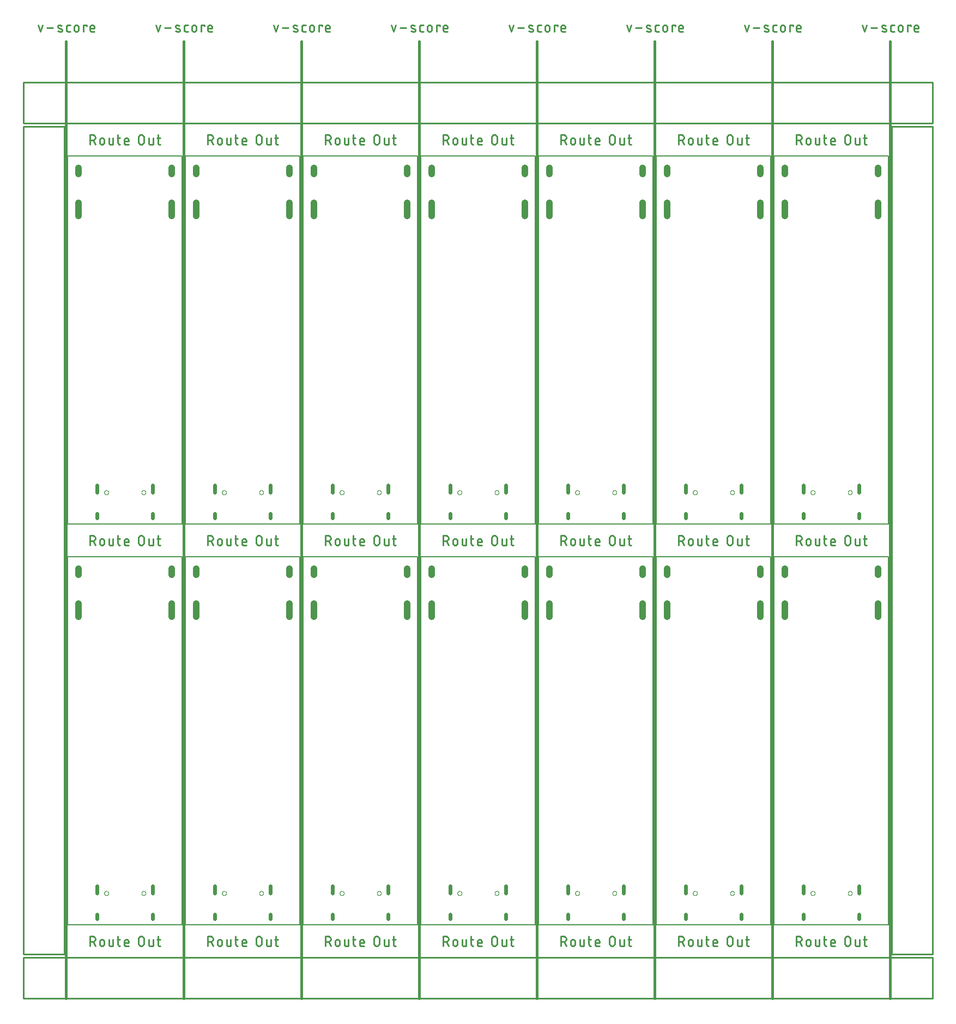
<source format=gko>
G04 EAGLE Gerber RS-274X export*
G75*
%MOMM*%
%FSLAX34Y34*%
%LPD*%
%IN*%
%IPPOS*%
%AMOC8*
5,1,8,0,0,1.08239X$1,22.5*%
G01*
%ADD10C,0.203200*%
%ADD11C,0.279400*%
%ADD12C,0.381000*%
%ADD13C,0.254000*%
%ADD14C,0.000000*%
%ADD15C,0.600000*%
%ADD16C,1.000000*%


D10*
X0Y0D02*
X177800Y0D01*
X177800Y571500D01*
X0Y571500D01*
X0Y0D01*
D11*
X34404Y-17907D02*
X34404Y-32893D01*
X34404Y-17907D02*
X38567Y-17907D01*
X38695Y-17909D01*
X38823Y-17915D01*
X38951Y-17925D01*
X39079Y-17939D01*
X39206Y-17956D01*
X39332Y-17978D01*
X39458Y-18003D01*
X39582Y-18033D01*
X39706Y-18066D01*
X39829Y-18103D01*
X39951Y-18144D01*
X40071Y-18188D01*
X40190Y-18236D01*
X40307Y-18288D01*
X40423Y-18343D01*
X40536Y-18402D01*
X40649Y-18465D01*
X40759Y-18531D01*
X40866Y-18600D01*
X40972Y-18672D01*
X41076Y-18748D01*
X41177Y-18827D01*
X41276Y-18909D01*
X41372Y-18994D01*
X41465Y-19081D01*
X41556Y-19172D01*
X41643Y-19265D01*
X41728Y-19361D01*
X41810Y-19460D01*
X41889Y-19561D01*
X41965Y-19665D01*
X42037Y-19771D01*
X42106Y-19878D01*
X42172Y-19989D01*
X42235Y-20101D01*
X42294Y-20214D01*
X42349Y-20330D01*
X42401Y-20447D01*
X42449Y-20566D01*
X42493Y-20686D01*
X42534Y-20808D01*
X42571Y-20931D01*
X42604Y-21055D01*
X42634Y-21179D01*
X42659Y-21305D01*
X42681Y-21431D01*
X42698Y-21558D01*
X42712Y-21686D01*
X42722Y-21814D01*
X42728Y-21942D01*
X42730Y-22070D01*
X42728Y-22198D01*
X42722Y-22326D01*
X42712Y-22454D01*
X42698Y-22582D01*
X42681Y-22709D01*
X42659Y-22835D01*
X42634Y-22961D01*
X42604Y-23085D01*
X42571Y-23209D01*
X42534Y-23332D01*
X42493Y-23454D01*
X42449Y-23574D01*
X42401Y-23693D01*
X42349Y-23810D01*
X42294Y-23926D01*
X42235Y-24039D01*
X42172Y-24152D01*
X42106Y-24262D01*
X42037Y-24369D01*
X41965Y-24475D01*
X41889Y-24579D01*
X41810Y-24680D01*
X41728Y-24779D01*
X41643Y-24875D01*
X41556Y-24968D01*
X41465Y-25059D01*
X41372Y-25146D01*
X41276Y-25231D01*
X41177Y-25313D01*
X41076Y-25392D01*
X40972Y-25468D01*
X40866Y-25540D01*
X40759Y-25609D01*
X40648Y-25675D01*
X40536Y-25738D01*
X40423Y-25797D01*
X40307Y-25852D01*
X40190Y-25904D01*
X40071Y-25952D01*
X39951Y-25996D01*
X39829Y-26037D01*
X39706Y-26074D01*
X39582Y-26107D01*
X39458Y-26137D01*
X39332Y-26162D01*
X39206Y-26184D01*
X39079Y-26201D01*
X38951Y-26215D01*
X38823Y-26225D01*
X38695Y-26231D01*
X38567Y-26233D01*
X34404Y-26233D01*
X39399Y-26233D02*
X42729Y-32893D01*
X49688Y-29563D02*
X49688Y-26233D01*
X49690Y-26119D01*
X49696Y-26006D01*
X49705Y-25892D01*
X49719Y-25780D01*
X49736Y-25667D01*
X49758Y-25555D01*
X49783Y-25445D01*
X49811Y-25335D01*
X49844Y-25226D01*
X49880Y-25118D01*
X49920Y-25011D01*
X49964Y-24906D01*
X50011Y-24803D01*
X50061Y-24701D01*
X50115Y-24601D01*
X50173Y-24503D01*
X50234Y-24407D01*
X50297Y-24313D01*
X50365Y-24221D01*
X50435Y-24131D01*
X50508Y-24045D01*
X50584Y-23960D01*
X50663Y-23878D01*
X50745Y-23799D01*
X50830Y-23723D01*
X50916Y-23650D01*
X51006Y-23580D01*
X51098Y-23512D01*
X51192Y-23449D01*
X51288Y-23388D01*
X51386Y-23330D01*
X51486Y-23276D01*
X51588Y-23226D01*
X51691Y-23179D01*
X51796Y-23135D01*
X51903Y-23095D01*
X52011Y-23059D01*
X52120Y-23026D01*
X52230Y-22998D01*
X52340Y-22973D01*
X52452Y-22951D01*
X52565Y-22934D01*
X52677Y-22920D01*
X52791Y-22911D01*
X52904Y-22905D01*
X53018Y-22903D01*
X53132Y-22905D01*
X53245Y-22911D01*
X53359Y-22920D01*
X53471Y-22934D01*
X53584Y-22951D01*
X53696Y-22973D01*
X53806Y-22998D01*
X53916Y-23026D01*
X54025Y-23059D01*
X54133Y-23095D01*
X54240Y-23135D01*
X54345Y-23179D01*
X54448Y-23226D01*
X54550Y-23276D01*
X54650Y-23330D01*
X54748Y-23388D01*
X54844Y-23449D01*
X54938Y-23512D01*
X55030Y-23580D01*
X55120Y-23650D01*
X55206Y-23723D01*
X55291Y-23799D01*
X55373Y-23878D01*
X55452Y-23960D01*
X55528Y-24045D01*
X55601Y-24131D01*
X55671Y-24221D01*
X55739Y-24313D01*
X55802Y-24407D01*
X55863Y-24503D01*
X55921Y-24601D01*
X55975Y-24701D01*
X56025Y-24803D01*
X56072Y-24906D01*
X56116Y-25011D01*
X56156Y-25118D01*
X56192Y-25226D01*
X56225Y-25335D01*
X56253Y-25445D01*
X56278Y-25555D01*
X56300Y-25667D01*
X56317Y-25780D01*
X56331Y-25892D01*
X56340Y-26006D01*
X56346Y-26119D01*
X56348Y-26233D01*
X56348Y-29563D01*
X56346Y-29677D01*
X56340Y-29790D01*
X56331Y-29904D01*
X56317Y-30016D01*
X56300Y-30129D01*
X56278Y-30241D01*
X56253Y-30351D01*
X56225Y-30461D01*
X56192Y-30570D01*
X56156Y-30678D01*
X56116Y-30785D01*
X56072Y-30890D01*
X56025Y-30993D01*
X55975Y-31095D01*
X55921Y-31195D01*
X55863Y-31293D01*
X55802Y-31389D01*
X55739Y-31483D01*
X55671Y-31575D01*
X55601Y-31665D01*
X55528Y-31751D01*
X55452Y-31836D01*
X55373Y-31918D01*
X55291Y-31997D01*
X55206Y-32073D01*
X55120Y-32146D01*
X55030Y-32216D01*
X54938Y-32284D01*
X54844Y-32347D01*
X54748Y-32408D01*
X54650Y-32466D01*
X54550Y-32520D01*
X54448Y-32570D01*
X54345Y-32617D01*
X54240Y-32661D01*
X54133Y-32701D01*
X54025Y-32737D01*
X53916Y-32770D01*
X53806Y-32798D01*
X53696Y-32823D01*
X53584Y-32845D01*
X53471Y-32862D01*
X53359Y-32876D01*
X53245Y-32885D01*
X53132Y-32891D01*
X53018Y-32893D01*
X52904Y-32891D01*
X52791Y-32885D01*
X52677Y-32876D01*
X52565Y-32862D01*
X52452Y-32845D01*
X52340Y-32823D01*
X52230Y-32798D01*
X52120Y-32770D01*
X52011Y-32737D01*
X51903Y-32701D01*
X51796Y-32661D01*
X51691Y-32617D01*
X51588Y-32570D01*
X51486Y-32520D01*
X51386Y-32466D01*
X51288Y-32408D01*
X51192Y-32347D01*
X51098Y-32284D01*
X51006Y-32216D01*
X50916Y-32146D01*
X50830Y-32073D01*
X50745Y-31997D01*
X50663Y-31918D01*
X50584Y-31836D01*
X50508Y-31751D01*
X50435Y-31665D01*
X50365Y-31575D01*
X50297Y-31483D01*
X50234Y-31389D01*
X50173Y-31293D01*
X50115Y-31195D01*
X50061Y-31095D01*
X50011Y-30993D01*
X49964Y-30890D01*
X49920Y-30785D01*
X49880Y-30678D01*
X49844Y-30570D01*
X49811Y-30461D01*
X49783Y-30351D01*
X49758Y-30241D01*
X49736Y-30129D01*
X49719Y-30016D01*
X49705Y-29904D01*
X49696Y-29790D01*
X49690Y-29677D01*
X49688Y-29563D01*
X63756Y-30395D02*
X63756Y-22902D01*
X63755Y-30395D02*
X63757Y-30493D01*
X63763Y-30591D01*
X63772Y-30689D01*
X63786Y-30786D01*
X63803Y-30882D01*
X63824Y-30978D01*
X63849Y-31073D01*
X63877Y-31167D01*
X63909Y-31260D01*
X63945Y-31351D01*
X63984Y-31441D01*
X64027Y-31529D01*
X64074Y-31616D01*
X64123Y-31700D01*
X64176Y-31783D01*
X64232Y-31863D01*
X64291Y-31942D01*
X64354Y-32017D01*
X64419Y-32091D01*
X64487Y-32161D01*
X64557Y-32229D01*
X64631Y-32295D01*
X64707Y-32357D01*
X64785Y-32416D01*
X64865Y-32472D01*
X64948Y-32525D01*
X65032Y-32575D01*
X65119Y-32621D01*
X65207Y-32664D01*
X65297Y-32703D01*
X65388Y-32739D01*
X65481Y-32771D01*
X65575Y-32799D01*
X65670Y-32824D01*
X65766Y-32845D01*
X65862Y-32862D01*
X65959Y-32876D01*
X66057Y-32885D01*
X66155Y-32891D01*
X66253Y-32893D01*
X70416Y-32893D01*
X70416Y-22902D01*
X76397Y-22902D02*
X81392Y-22902D01*
X78062Y-17907D02*
X78062Y-30395D01*
X78064Y-30493D01*
X78070Y-30591D01*
X78079Y-30689D01*
X78093Y-30786D01*
X78110Y-30882D01*
X78131Y-30978D01*
X78156Y-31073D01*
X78184Y-31167D01*
X78216Y-31260D01*
X78252Y-31351D01*
X78291Y-31441D01*
X78334Y-31529D01*
X78381Y-31616D01*
X78430Y-31700D01*
X78483Y-31783D01*
X78539Y-31863D01*
X78598Y-31942D01*
X78661Y-32017D01*
X78726Y-32091D01*
X78794Y-32161D01*
X78864Y-32229D01*
X78938Y-32295D01*
X79014Y-32357D01*
X79092Y-32416D01*
X79172Y-32472D01*
X79255Y-32525D01*
X79339Y-32575D01*
X79426Y-32621D01*
X79514Y-32664D01*
X79604Y-32703D01*
X79695Y-32739D01*
X79788Y-32771D01*
X79882Y-32799D01*
X79977Y-32824D01*
X80073Y-32845D01*
X80169Y-32862D01*
X80266Y-32876D01*
X80364Y-32885D01*
X80462Y-32891D01*
X80560Y-32893D01*
X81392Y-32893D01*
X90221Y-32893D02*
X94384Y-32893D01*
X90221Y-32893D02*
X90123Y-32891D01*
X90025Y-32885D01*
X89927Y-32876D01*
X89830Y-32862D01*
X89734Y-32845D01*
X89638Y-32824D01*
X89543Y-32799D01*
X89449Y-32771D01*
X89356Y-32739D01*
X89265Y-32703D01*
X89175Y-32664D01*
X89087Y-32621D01*
X89000Y-32574D01*
X88916Y-32525D01*
X88833Y-32472D01*
X88753Y-32416D01*
X88675Y-32357D01*
X88599Y-32295D01*
X88525Y-32229D01*
X88455Y-32161D01*
X88387Y-32091D01*
X88322Y-32017D01*
X88259Y-31942D01*
X88200Y-31863D01*
X88144Y-31783D01*
X88091Y-31700D01*
X88042Y-31616D01*
X87995Y-31529D01*
X87952Y-31441D01*
X87913Y-31351D01*
X87877Y-31260D01*
X87845Y-31167D01*
X87817Y-31073D01*
X87792Y-30978D01*
X87771Y-30882D01*
X87754Y-30786D01*
X87740Y-30689D01*
X87731Y-30591D01*
X87725Y-30493D01*
X87723Y-30395D01*
X87724Y-30395D02*
X87724Y-26233D01*
X87726Y-26119D01*
X87732Y-26006D01*
X87741Y-25892D01*
X87755Y-25780D01*
X87772Y-25667D01*
X87794Y-25555D01*
X87819Y-25445D01*
X87847Y-25335D01*
X87880Y-25226D01*
X87916Y-25118D01*
X87956Y-25011D01*
X88000Y-24906D01*
X88047Y-24803D01*
X88097Y-24701D01*
X88151Y-24601D01*
X88209Y-24503D01*
X88270Y-24407D01*
X88333Y-24313D01*
X88401Y-24221D01*
X88471Y-24131D01*
X88544Y-24045D01*
X88620Y-23960D01*
X88699Y-23878D01*
X88781Y-23799D01*
X88866Y-23723D01*
X88952Y-23650D01*
X89042Y-23580D01*
X89134Y-23512D01*
X89228Y-23449D01*
X89324Y-23388D01*
X89422Y-23330D01*
X89522Y-23276D01*
X89624Y-23226D01*
X89727Y-23179D01*
X89832Y-23135D01*
X89939Y-23095D01*
X90047Y-23059D01*
X90156Y-23026D01*
X90266Y-22998D01*
X90376Y-22973D01*
X90488Y-22951D01*
X90601Y-22934D01*
X90713Y-22920D01*
X90827Y-22911D01*
X90940Y-22905D01*
X91054Y-22903D01*
X91168Y-22905D01*
X91281Y-22911D01*
X91395Y-22920D01*
X91507Y-22934D01*
X91620Y-22951D01*
X91732Y-22973D01*
X91842Y-22998D01*
X91952Y-23026D01*
X92061Y-23059D01*
X92169Y-23095D01*
X92276Y-23135D01*
X92381Y-23179D01*
X92484Y-23226D01*
X92586Y-23276D01*
X92686Y-23330D01*
X92784Y-23388D01*
X92880Y-23449D01*
X92974Y-23512D01*
X93066Y-23580D01*
X93156Y-23650D01*
X93242Y-23723D01*
X93327Y-23799D01*
X93409Y-23878D01*
X93488Y-23960D01*
X93564Y-24045D01*
X93637Y-24131D01*
X93707Y-24221D01*
X93775Y-24313D01*
X93838Y-24407D01*
X93899Y-24503D01*
X93957Y-24601D01*
X94011Y-24701D01*
X94061Y-24803D01*
X94108Y-24906D01*
X94152Y-25011D01*
X94192Y-25118D01*
X94228Y-25226D01*
X94261Y-25335D01*
X94289Y-25445D01*
X94314Y-25555D01*
X94336Y-25667D01*
X94353Y-25780D01*
X94367Y-25892D01*
X94376Y-26006D01*
X94382Y-26119D01*
X94384Y-26233D01*
X94384Y-27898D01*
X87724Y-27898D01*
X109817Y-28730D02*
X109817Y-22070D01*
X109819Y-21942D01*
X109825Y-21814D01*
X109835Y-21686D01*
X109849Y-21558D01*
X109866Y-21431D01*
X109888Y-21305D01*
X109913Y-21179D01*
X109943Y-21055D01*
X109976Y-20931D01*
X110013Y-20808D01*
X110054Y-20686D01*
X110098Y-20566D01*
X110146Y-20447D01*
X110198Y-20330D01*
X110253Y-20214D01*
X110312Y-20101D01*
X110375Y-19988D01*
X110441Y-19878D01*
X110510Y-19771D01*
X110582Y-19665D01*
X110658Y-19561D01*
X110737Y-19460D01*
X110819Y-19361D01*
X110904Y-19265D01*
X110991Y-19172D01*
X111082Y-19081D01*
X111175Y-18994D01*
X111271Y-18909D01*
X111370Y-18827D01*
X111471Y-18748D01*
X111575Y-18672D01*
X111681Y-18600D01*
X111788Y-18531D01*
X111899Y-18465D01*
X112011Y-18402D01*
X112124Y-18343D01*
X112240Y-18288D01*
X112357Y-18236D01*
X112476Y-18188D01*
X112596Y-18144D01*
X112718Y-18103D01*
X112841Y-18066D01*
X112965Y-18033D01*
X113089Y-18003D01*
X113215Y-17978D01*
X113341Y-17956D01*
X113468Y-17939D01*
X113596Y-17925D01*
X113724Y-17915D01*
X113852Y-17909D01*
X113980Y-17907D01*
X114108Y-17909D01*
X114236Y-17915D01*
X114364Y-17925D01*
X114492Y-17939D01*
X114619Y-17956D01*
X114745Y-17978D01*
X114871Y-18003D01*
X114995Y-18033D01*
X115119Y-18066D01*
X115242Y-18103D01*
X115364Y-18144D01*
X115484Y-18188D01*
X115603Y-18236D01*
X115720Y-18288D01*
X115836Y-18343D01*
X115949Y-18402D01*
X116062Y-18465D01*
X116172Y-18531D01*
X116279Y-18600D01*
X116385Y-18672D01*
X116489Y-18748D01*
X116590Y-18827D01*
X116689Y-18909D01*
X116785Y-18994D01*
X116878Y-19081D01*
X116969Y-19172D01*
X117056Y-19265D01*
X117141Y-19361D01*
X117223Y-19460D01*
X117302Y-19561D01*
X117378Y-19665D01*
X117450Y-19771D01*
X117519Y-19878D01*
X117585Y-19989D01*
X117648Y-20101D01*
X117707Y-20214D01*
X117762Y-20330D01*
X117814Y-20447D01*
X117862Y-20566D01*
X117906Y-20686D01*
X117947Y-20808D01*
X117984Y-20931D01*
X118017Y-21055D01*
X118047Y-21179D01*
X118072Y-21305D01*
X118094Y-21431D01*
X118111Y-21558D01*
X118125Y-21686D01*
X118135Y-21814D01*
X118141Y-21942D01*
X118143Y-22070D01*
X118142Y-22070D02*
X118142Y-28730D01*
X118143Y-28730D02*
X118141Y-28858D01*
X118135Y-28986D01*
X118125Y-29114D01*
X118111Y-29242D01*
X118094Y-29369D01*
X118072Y-29495D01*
X118047Y-29621D01*
X118017Y-29745D01*
X117984Y-29869D01*
X117947Y-29992D01*
X117906Y-30114D01*
X117862Y-30234D01*
X117814Y-30353D01*
X117762Y-30470D01*
X117707Y-30586D01*
X117648Y-30699D01*
X117585Y-30812D01*
X117519Y-30922D01*
X117450Y-31029D01*
X117378Y-31135D01*
X117302Y-31239D01*
X117223Y-31340D01*
X117141Y-31439D01*
X117056Y-31535D01*
X116969Y-31628D01*
X116878Y-31719D01*
X116785Y-31806D01*
X116689Y-31891D01*
X116590Y-31973D01*
X116489Y-32052D01*
X116385Y-32128D01*
X116279Y-32200D01*
X116172Y-32269D01*
X116061Y-32335D01*
X115949Y-32398D01*
X115836Y-32457D01*
X115720Y-32512D01*
X115603Y-32564D01*
X115484Y-32612D01*
X115364Y-32656D01*
X115242Y-32697D01*
X115119Y-32734D01*
X114995Y-32767D01*
X114871Y-32797D01*
X114745Y-32822D01*
X114619Y-32844D01*
X114492Y-32861D01*
X114364Y-32875D01*
X114236Y-32885D01*
X114108Y-32891D01*
X113980Y-32893D01*
X113852Y-32891D01*
X113724Y-32885D01*
X113596Y-32875D01*
X113468Y-32861D01*
X113341Y-32844D01*
X113215Y-32822D01*
X113089Y-32797D01*
X112965Y-32767D01*
X112841Y-32734D01*
X112718Y-32697D01*
X112596Y-32656D01*
X112476Y-32612D01*
X112357Y-32564D01*
X112240Y-32512D01*
X112124Y-32457D01*
X112011Y-32398D01*
X111898Y-32335D01*
X111788Y-32269D01*
X111681Y-32200D01*
X111575Y-32128D01*
X111471Y-32052D01*
X111370Y-31973D01*
X111271Y-31891D01*
X111175Y-31806D01*
X111082Y-31719D01*
X110991Y-31628D01*
X110904Y-31535D01*
X110819Y-31439D01*
X110737Y-31340D01*
X110658Y-31239D01*
X110582Y-31135D01*
X110510Y-31029D01*
X110441Y-30922D01*
X110375Y-30811D01*
X110312Y-30699D01*
X110253Y-30586D01*
X110198Y-30470D01*
X110146Y-30353D01*
X110098Y-30234D01*
X110054Y-30114D01*
X110013Y-29992D01*
X109976Y-29869D01*
X109943Y-29745D01*
X109913Y-29621D01*
X109888Y-29495D01*
X109866Y-29369D01*
X109849Y-29242D01*
X109835Y-29114D01*
X109825Y-28986D01*
X109819Y-28858D01*
X109817Y-28730D01*
X125759Y-30395D02*
X125759Y-22902D01*
X125759Y-30395D02*
X125761Y-30493D01*
X125767Y-30591D01*
X125776Y-30689D01*
X125790Y-30786D01*
X125807Y-30882D01*
X125828Y-30978D01*
X125853Y-31073D01*
X125881Y-31167D01*
X125913Y-31260D01*
X125949Y-31351D01*
X125988Y-31441D01*
X126031Y-31529D01*
X126078Y-31616D01*
X126127Y-31700D01*
X126180Y-31783D01*
X126236Y-31863D01*
X126295Y-31942D01*
X126358Y-32017D01*
X126423Y-32091D01*
X126491Y-32161D01*
X126561Y-32229D01*
X126635Y-32295D01*
X126711Y-32357D01*
X126789Y-32416D01*
X126869Y-32472D01*
X126952Y-32525D01*
X127036Y-32575D01*
X127123Y-32621D01*
X127211Y-32664D01*
X127301Y-32703D01*
X127392Y-32739D01*
X127485Y-32771D01*
X127579Y-32799D01*
X127674Y-32824D01*
X127770Y-32845D01*
X127866Y-32862D01*
X127963Y-32876D01*
X128061Y-32885D01*
X128159Y-32891D01*
X128257Y-32893D01*
X132420Y-32893D01*
X132420Y-22902D01*
X138401Y-22902D02*
X143396Y-22902D01*
X140066Y-17907D02*
X140066Y-30395D01*
X140065Y-30395D02*
X140067Y-30493D01*
X140073Y-30591D01*
X140082Y-30689D01*
X140096Y-30786D01*
X140113Y-30882D01*
X140134Y-30978D01*
X140159Y-31073D01*
X140187Y-31167D01*
X140219Y-31260D01*
X140255Y-31351D01*
X140294Y-31441D01*
X140337Y-31529D01*
X140384Y-31616D01*
X140433Y-31700D01*
X140486Y-31783D01*
X140542Y-31863D01*
X140601Y-31942D01*
X140664Y-32017D01*
X140729Y-32091D01*
X140797Y-32161D01*
X140867Y-32229D01*
X140941Y-32295D01*
X141017Y-32357D01*
X141095Y-32416D01*
X141175Y-32472D01*
X141258Y-32525D01*
X141342Y-32575D01*
X141429Y-32621D01*
X141517Y-32664D01*
X141607Y-32703D01*
X141698Y-32739D01*
X141791Y-32771D01*
X141885Y-32799D01*
X141980Y-32824D01*
X142076Y-32845D01*
X142172Y-32862D01*
X142269Y-32876D01*
X142367Y-32885D01*
X142465Y-32891D01*
X142563Y-32893D01*
X142564Y-32893D02*
X143396Y-32893D01*
D10*
X182880Y0D02*
X360680Y0D01*
X360680Y571500D01*
X182880Y571500D01*
X182880Y0D01*
D11*
X217284Y-17907D02*
X217284Y-32893D01*
X217284Y-17907D02*
X221447Y-17907D01*
X221575Y-17909D01*
X221703Y-17915D01*
X221831Y-17925D01*
X221959Y-17939D01*
X222086Y-17956D01*
X222212Y-17978D01*
X222338Y-18003D01*
X222462Y-18033D01*
X222586Y-18066D01*
X222709Y-18103D01*
X222831Y-18144D01*
X222951Y-18188D01*
X223070Y-18236D01*
X223187Y-18288D01*
X223303Y-18343D01*
X223416Y-18402D01*
X223529Y-18465D01*
X223639Y-18531D01*
X223746Y-18600D01*
X223852Y-18672D01*
X223956Y-18748D01*
X224057Y-18827D01*
X224156Y-18909D01*
X224252Y-18994D01*
X224345Y-19081D01*
X224436Y-19172D01*
X224523Y-19265D01*
X224608Y-19361D01*
X224690Y-19460D01*
X224769Y-19561D01*
X224845Y-19665D01*
X224917Y-19771D01*
X224986Y-19878D01*
X225052Y-19989D01*
X225115Y-20101D01*
X225174Y-20214D01*
X225229Y-20330D01*
X225281Y-20447D01*
X225329Y-20566D01*
X225373Y-20686D01*
X225414Y-20808D01*
X225451Y-20931D01*
X225484Y-21055D01*
X225514Y-21179D01*
X225539Y-21305D01*
X225561Y-21431D01*
X225578Y-21558D01*
X225592Y-21686D01*
X225602Y-21814D01*
X225608Y-21942D01*
X225610Y-22070D01*
X225608Y-22198D01*
X225602Y-22326D01*
X225592Y-22454D01*
X225578Y-22582D01*
X225561Y-22709D01*
X225539Y-22835D01*
X225514Y-22961D01*
X225484Y-23085D01*
X225451Y-23209D01*
X225414Y-23332D01*
X225373Y-23454D01*
X225329Y-23574D01*
X225281Y-23693D01*
X225229Y-23810D01*
X225174Y-23926D01*
X225115Y-24039D01*
X225052Y-24152D01*
X224986Y-24262D01*
X224917Y-24369D01*
X224845Y-24475D01*
X224769Y-24579D01*
X224690Y-24680D01*
X224608Y-24779D01*
X224523Y-24875D01*
X224436Y-24968D01*
X224345Y-25059D01*
X224252Y-25146D01*
X224156Y-25231D01*
X224057Y-25313D01*
X223956Y-25392D01*
X223852Y-25468D01*
X223746Y-25540D01*
X223639Y-25609D01*
X223529Y-25675D01*
X223416Y-25738D01*
X223303Y-25797D01*
X223187Y-25852D01*
X223070Y-25904D01*
X222951Y-25952D01*
X222831Y-25996D01*
X222709Y-26037D01*
X222586Y-26074D01*
X222462Y-26107D01*
X222338Y-26137D01*
X222212Y-26162D01*
X222086Y-26184D01*
X221959Y-26201D01*
X221831Y-26215D01*
X221703Y-26225D01*
X221575Y-26231D01*
X221447Y-26233D01*
X217284Y-26233D01*
X222279Y-26233D02*
X225609Y-32893D01*
X232568Y-29563D02*
X232568Y-26233D01*
X232570Y-26119D01*
X232576Y-26006D01*
X232585Y-25892D01*
X232599Y-25780D01*
X232616Y-25667D01*
X232638Y-25555D01*
X232663Y-25445D01*
X232691Y-25335D01*
X232724Y-25226D01*
X232760Y-25118D01*
X232800Y-25011D01*
X232844Y-24906D01*
X232891Y-24803D01*
X232941Y-24701D01*
X232995Y-24601D01*
X233053Y-24503D01*
X233114Y-24407D01*
X233177Y-24313D01*
X233245Y-24221D01*
X233315Y-24131D01*
X233388Y-24045D01*
X233464Y-23960D01*
X233543Y-23878D01*
X233625Y-23799D01*
X233710Y-23723D01*
X233796Y-23650D01*
X233886Y-23580D01*
X233978Y-23512D01*
X234072Y-23449D01*
X234168Y-23388D01*
X234266Y-23330D01*
X234366Y-23276D01*
X234468Y-23226D01*
X234571Y-23179D01*
X234676Y-23135D01*
X234783Y-23095D01*
X234891Y-23059D01*
X235000Y-23026D01*
X235110Y-22998D01*
X235220Y-22973D01*
X235332Y-22951D01*
X235445Y-22934D01*
X235557Y-22920D01*
X235671Y-22911D01*
X235784Y-22905D01*
X235898Y-22903D01*
X236012Y-22905D01*
X236125Y-22911D01*
X236239Y-22920D01*
X236351Y-22934D01*
X236464Y-22951D01*
X236576Y-22973D01*
X236686Y-22998D01*
X236796Y-23026D01*
X236905Y-23059D01*
X237013Y-23095D01*
X237120Y-23135D01*
X237225Y-23179D01*
X237328Y-23226D01*
X237430Y-23276D01*
X237530Y-23330D01*
X237628Y-23388D01*
X237724Y-23449D01*
X237818Y-23512D01*
X237910Y-23580D01*
X238000Y-23650D01*
X238086Y-23723D01*
X238171Y-23799D01*
X238253Y-23878D01*
X238332Y-23960D01*
X238408Y-24045D01*
X238481Y-24131D01*
X238551Y-24221D01*
X238619Y-24313D01*
X238682Y-24407D01*
X238743Y-24503D01*
X238801Y-24601D01*
X238855Y-24701D01*
X238905Y-24803D01*
X238952Y-24906D01*
X238996Y-25011D01*
X239036Y-25118D01*
X239072Y-25226D01*
X239105Y-25335D01*
X239133Y-25445D01*
X239158Y-25555D01*
X239180Y-25667D01*
X239197Y-25780D01*
X239211Y-25892D01*
X239220Y-26006D01*
X239226Y-26119D01*
X239228Y-26233D01*
X239228Y-29563D01*
X239226Y-29677D01*
X239220Y-29790D01*
X239211Y-29904D01*
X239197Y-30016D01*
X239180Y-30129D01*
X239158Y-30241D01*
X239133Y-30351D01*
X239105Y-30461D01*
X239072Y-30570D01*
X239036Y-30678D01*
X238996Y-30785D01*
X238952Y-30890D01*
X238905Y-30993D01*
X238855Y-31095D01*
X238801Y-31195D01*
X238743Y-31293D01*
X238682Y-31389D01*
X238619Y-31483D01*
X238551Y-31575D01*
X238481Y-31665D01*
X238408Y-31751D01*
X238332Y-31836D01*
X238253Y-31918D01*
X238171Y-31997D01*
X238086Y-32073D01*
X238000Y-32146D01*
X237910Y-32216D01*
X237818Y-32284D01*
X237724Y-32347D01*
X237628Y-32408D01*
X237530Y-32466D01*
X237430Y-32520D01*
X237328Y-32570D01*
X237225Y-32617D01*
X237120Y-32661D01*
X237013Y-32701D01*
X236905Y-32737D01*
X236796Y-32770D01*
X236686Y-32798D01*
X236576Y-32823D01*
X236464Y-32845D01*
X236351Y-32862D01*
X236239Y-32876D01*
X236125Y-32885D01*
X236012Y-32891D01*
X235898Y-32893D01*
X235784Y-32891D01*
X235671Y-32885D01*
X235557Y-32876D01*
X235445Y-32862D01*
X235332Y-32845D01*
X235220Y-32823D01*
X235110Y-32798D01*
X235000Y-32770D01*
X234891Y-32737D01*
X234783Y-32701D01*
X234676Y-32661D01*
X234571Y-32617D01*
X234468Y-32570D01*
X234366Y-32520D01*
X234266Y-32466D01*
X234168Y-32408D01*
X234072Y-32347D01*
X233978Y-32284D01*
X233886Y-32216D01*
X233796Y-32146D01*
X233710Y-32073D01*
X233625Y-31997D01*
X233543Y-31918D01*
X233464Y-31836D01*
X233388Y-31751D01*
X233315Y-31665D01*
X233245Y-31575D01*
X233177Y-31483D01*
X233114Y-31389D01*
X233053Y-31293D01*
X232995Y-31195D01*
X232941Y-31095D01*
X232891Y-30993D01*
X232844Y-30890D01*
X232800Y-30785D01*
X232760Y-30678D01*
X232724Y-30570D01*
X232691Y-30461D01*
X232663Y-30351D01*
X232638Y-30241D01*
X232616Y-30129D01*
X232599Y-30016D01*
X232585Y-29904D01*
X232576Y-29790D01*
X232570Y-29677D01*
X232568Y-29563D01*
X246636Y-30395D02*
X246636Y-22902D01*
X246635Y-30395D02*
X246637Y-30493D01*
X246643Y-30591D01*
X246652Y-30689D01*
X246666Y-30786D01*
X246683Y-30882D01*
X246704Y-30978D01*
X246729Y-31073D01*
X246757Y-31167D01*
X246789Y-31260D01*
X246825Y-31351D01*
X246864Y-31441D01*
X246907Y-31529D01*
X246954Y-31616D01*
X247003Y-31700D01*
X247056Y-31783D01*
X247112Y-31863D01*
X247171Y-31942D01*
X247234Y-32017D01*
X247299Y-32091D01*
X247367Y-32161D01*
X247437Y-32229D01*
X247511Y-32295D01*
X247587Y-32357D01*
X247665Y-32416D01*
X247745Y-32472D01*
X247828Y-32525D01*
X247912Y-32575D01*
X247999Y-32621D01*
X248087Y-32664D01*
X248177Y-32703D01*
X248268Y-32739D01*
X248361Y-32771D01*
X248455Y-32799D01*
X248550Y-32824D01*
X248646Y-32845D01*
X248742Y-32862D01*
X248839Y-32876D01*
X248937Y-32885D01*
X249035Y-32891D01*
X249133Y-32893D01*
X253296Y-32893D01*
X253296Y-22902D01*
X259277Y-22902D02*
X264272Y-22902D01*
X260942Y-17907D02*
X260942Y-30395D01*
X260944Y-30493D01*
X260950Y-30591D01*
X260959Y-30689D01*
X260973Y-30786D01*
X260990Y-30882D01*
X261011Y-30978D01*
X261036Y-31073D01*
X261064Y-31167D01*
X261096Y-31260D01*
X261132Y-31351D01*
X261171Y-31441D01*
X261214Y-31529D01*
X261261Y-31616D01*
X261310Y-31700D01*
X261363Y-31783D01*
X261419Y-31863D01*
X261478Y-31942D01*
X261541Y-32017D01*
X261606Y-32091D01*
X261674Y-32161D01*
X261744Y-32229D01*
X261818Y-32295D01*
X261894Y-32357D01*
X261972Y-32416D01*
X262052Y-32472D01*
X262135Y-32525D01*
X262219Y-32575D01*
X262306Y-32621D01*
X262394Y-32664D01*
X262484Y-32703D01*
X262575Y-32739D01*
X262668Y-32771D01*
X262762Y-32799D01*
X262857Y-32824D01*
X262953Y-32845D01*
X263049Y-32862D01*
X263146Y-32876D01*
X263244Y-32885D01*
X263342Y-32891D01*
X263440Y-32893D01*
X264272Y-32893D01*
X273101Y-32893D02*
X277264Y-32893D01*
X273101Y-32893D02*
X273003Y-32891D01*
X272905Y-32885D01*
X272807Y-32876D01*
X272710Y-32862D01*
X272614Y-32845D01*
X272518Y-32824D01*
X272423Y-32799D01*
X272329Y-32771D01*
X272236Y-32739D01*
X272145Y-32703D01*
X272055Y-32664D01*
X271967Y-32621D01*
X271880Y-32574D01*
X271796Y-32525D01*
X271713Y-32472D01*
X271633Y-32416D01*
X271555Y-32357D01*
X271479Y-32295D01*
X271405Y-32229D01*
X271335Y-32161D01*
X271267Y-32091D01*
X271202Y-32017D01*
X271139Y-31942D01*
X271080Y-31863D01*
X271024Y-31783D01*
X270971Y-31700D01*
X270922Y-31616D01*
X270875Y-31529D01*
X270832Y-31441D01*
X270793Y-31351D01*
X270757Y-31260D01*
X270725Y-31167D01*
X270697Y-31073D01*
X270672Y-30978D01*
X270651Y-30882D01*
X270634Y-30786D01*
X270620Y-30689D01*
X270611Y-30591D01*
X270605Y-30493D01*
X270603Y-30395D01*
X270604Y-30395D02*
X270604Y-26233D01*
X270606Y-26119D01*
X270612Y-26006D01*
X270621Y-25892D01*
X270635Y-25780D01*
X270652Y-25667D01*
X270674Y-25555D01*
X270699Y-25445D01*
X270727Y-25335D01*
X270760Y-25226D01*
X270796Y-25118D01*
X270836Y-25011D01*
X270880Y-24906D01*
X270927Y-24803D01*
X270977Y-24701D01*
X271031Y-24601D01*
X271089Y-24503D01*
X271150Y-24407D01*
X271213Y-24313D01*
X271281Y-24221D01*
X271351Y-24131D01*
X271424Y-24045D01*
X271500Y-23960D01*
X271579Y-23878D01*
X271661Y-23799D01*
X271746Y-23723D01*
X271832Y-23650D01*
X271922Y-23580D01*
X272014Y-23512D01*
X272108Y-23449D01*
X272204Y-23388D01*
X272302Y-23330D01*
X272402Y-23276D01*
X272504Y-23226D01*
X272607Y-23179D01*
X272712Y-23135D01*
X272819Y-23095D01*
X272927Y-23059D01*
X273036Y-23026D01*
X273146Y-22998D01*
X273256Y-22973D01*
X273368Y-22951D01*
X273481Y-22934D01*
X273593Y-22920D01*
X273707Y-22911D01*
X273820Y-22905D01*
X273934Y-22903D01*
X274048Y-22905D01*
X274161Y-22911D01*
X274275Y-22920D01*
X274387Y-22934D01*
X274500Y-22951D01*
X274612Y-22973D01*
X274722Y-22998D01*
X274832Y-23026D01*
X274941Y-23059D01*
X275049Y-23095D01*
X275156Y-23135D01*
X275261Y-23179D01*
X275364Y-23226D01*
X275466Y-23276D01*
X275566Y-23330D01*
X275664Y-23388D01*
X275760Y-23449D01*
X275854Y-23512D01*
X275946Y-23580D01*
X276036Y-23650D01*
X276122Y-23723D01*
X276207Y-23799D01*
X276289Y-23878D01*
X276368Y-23960D01*
X276444Y-24045D01*
X276517Y-24131D01*
X276587Y-24221D01*
X276655Y-24313D01*
X276718Y-24407D01*
X276779Y-24503D01*
X276837Y-24601D01*
X276891Y-24701D01*
X276941Y-24803D01*
X276988Y-24906D01*
X277032Y-25011D01*
X277072Y-25118D01*
X277108Y-25226D01*
X277141Y-25335D01*
X277169Y-25445D01*
X277194Y-25555D01*
X277216Y-25667D01*
X277233Y-25780D01*
X277247Y-25892D01*
X277256Y-26006D01*
X277262Y-26119D01*
X277264Y-26233D01*
X277264Y-27898D01*
X270604Y-27898D01*
X292697Y-28730D02*
X292697Y-22070D01*
X292699Y-21942D01*
X292705Y-21814D01*
X292715Y-21686D01*
X292729Y-21558D01*
X292746Y-21431D01*
X292768Y-21305D01*
X292793Y-21179D01*
X292823Y-21055D01*
X292856Y-20931D01*
X292893Y-20808D01*
X292934Y-20686D01*
X292978Y-20566D01*
X293026Y-20447D01*
X293078Y-20330D01*
X293133Y-20214D01*
X293192Y-20101D01*
X293255Y-19988D01*
X293321Y-19878D01*
X293390Y-19771D01*
X293462Y-19665D01*
X293538Y-19561D01*
X293617Y-19460D01*
X293699Y-19361D01*
X293784Y-19265D01*
X293871Y-19172D01*
X293962Y-19081D01*
X294055Y-18994D01*
X294151Y-18909D01*
X294250Y-18827D01*
X294351Y-18748D01*
X294455Y-18672D01*
X294561Y-18600D01*
X294668Y-18531D01*
X294779Y-18465D01*
X294891Y-18402D01*
X295004Y-18343D01*
X295120Y-18288D01*
X295237Y-18236D01*
X295356Y-18188D01*
X295476Y-18144D01*
X295598Y-18103D01*
X295721Y-18066D01*
X295845Y-18033D01*
X295969Y-18003D01*
X296095Y-17978D01*
X296221Y-17956D01*
X296348Y-17939D01*
X296476Y-17925D01*
X296604Y-17915D01*
X296732Y-17909D01*
X296860Y-17907D01*
X296988Y-17909D01*
X297116Y-17915D01*
X297244Y-17925D01*
X297372Y-17939D01*
X297499Y-17956D01*
X297625Y-17978D01*
X297751Y-18003D01*
X297875Y-18033D01*
X297999Y-18066D01*
X298122Y-18103D01*
X298244Y-18144D01*
X298364Y-18188D01*
X298483Y-18236D01*
X298600Y-18288D01*
X298716Y-18343D01*
X298829Y-18402D01*
X298942Y-18465D01*
X299052Y-18531D01*
X299159Y-18600D01*
X299265Y-18672D01*
X299369Y-18748D01*
X299470Y-18827D01*
X299569Y-18909D01*
X299665Y-18994D01*
X299758Y-19081D01*
X299849Y-19172D01*
X299936Y-19265D01*
X300021Y-19361D01*
X300103Y-19460D01*
X300182Y-19561D01*
X300258Y-19665D01*
X300330Y-19771D01*
X300399Y-19878D01*
X300465Y-19989D01*
X300528Y-20101D01*
X300587Y-20214D01*
X300642Y-20330D01*
X300694Y-20447D01*
X300742Y-20566D01*
X300786Y-20686D01*
X300827Y-20808D01*
X300864Y-20931D01*
X300897Y-21055D01*
X300927Y-21179D01*
X300952Y-21305D01*
X300974Y-21431D01*
X300991Y-21558D01*
X301005Y-21686D01*
X301015Y-21814D01*
X301021Y-21942D01*
X301023Y-22070D01*
X301022Y-22070D02*
X301022Y-28730D01*
X301023Y-28730D02*
X301021Y-28858D01*
X301015Y-28986D01*
X301005Y-29114D01*
X300991Y-29242D01*
X300974Y-29369D01*
X300952Y-29495D01*
X300927Y-29621D01*
X300897Y-29745D01*
X300864Y-29869D01*
X300827Y-29992D01*
X300786Y-30114D01*
X300742Y-30234D01*
X300694Y-30353D01*
X300642Y-30470D01*
X300587Y-30586D01*
X300528Y-30699D01*
X300465Y-30812D01*
X300399Y-30922D01*
X300330Y-31029D01*
X300258Y-31135D01*
X300182Y-31239D01*
X300103Y-31340D01*
X300021Y-31439D01*
X299936Y-31535D01*
X299849Y-31628D01*
X299758Y-31719D01*
X299665Y-31806D01*
X299569Y-31891D01*
X299470Y-31973D01*
X299369Y-32052D01*
X299265Y-32128D01*
X299159Y-32200D01*
X299052Y-32269D01*
X298942Y-32335D01*
X298829Y-32398D01*
X298716Y-32457D01*
X298600Y-32512D01*
X298483Y-32564D01*
X298364Y-32612D01*
X298244Y-32656D01*
X298122Y-32697D01*
X297999Y-32734D01*
X297875Y-32767D01*
X297751Y-32797D01*
X297625Y-32822D01*
X297499Y-32844D01*
X297372Y-32861D01*
X297244Y-32875D01*
X297116Y-32885D01*
X296988Y-32891D01*
X296860Y-32893D01*
X296732Y-32891D01*
X296604Y-32885D01*
X296476Y-32875D01*
X296348Y-32861D01*
X296221Y-32844D01*
X296095Y-32822D01*
X295969Y-32797D01*
X295845Y-32767D01*
X295721Y-32734D01*
X295598Y-32697D01*
X295476Y-32656D01*
X295356Y-32612D01*
X295237Y-32564D01*
X295120Y-32512D01*
X295004Y-32457D01*
X294891Y-32398D01*
X294779Y-32335D01*
X294668Y-32269D01*
X294561Y-32200D01*
X294455Y-32128D01*
X294351Y-32052D01*
X294250Y-31973D01*
X294151Y-31891D01*
X294055Y-31806D01*
X293962Y-31719D01*
X293871Y-31628D01*
X293784Y-31535D01*
X293699Y-31439D01*
X293617Y-31340D01*
X293538Y-31239D01*
X293462Y-31135D01*
X293390Y-31029D01*
X293321Y-30922D01*
X293255Y-30811D01*
X293192Y-30699D01*
X293133Y-30586D01*
X293078Y-30470D01*
X293026Y-30353D01*
X292978Y-30234D01*
X292934Y-30114D01*
X292893Y-29992D01*
X292856Y-29869D01*
X292823Y-29745D01*
X292793Y-29621D01*
X292768Y-29495D01*
X292746Y-29369D01*
X292729Y-29242D01*
X292715Y-29114D01*
X292705Y-28986D01*
X292699Y-28858D01*
X292697Y-28730D01*
X308639Y-30395D02*
X308639Y-22902D01*
X308639Y-30395D02*
X308641Y-30493D01*
X308647Y-30591D01*
X308656Y-30689D01*
X308670Y-30786D01*
X308687Y-30882D01*
X308708Y-30978D01*
X308733Y-31073D01*
X308761Y-31167D01*
X308793Y-31260D01*
X308829Y-31351D01*
X308868Y-31441D01*
X308911Y-31529D01*
X308958Y-31616D01*
X309007Y-31700D01*
X309060Y-31783D01*
X309116Y-31863D01*
X309175Y-31942D01*
X309238Y-32017D01*
X309303Y-32091D01*
X309371Y-32161D01*
X309441Y-32229D01*
X309515Y-32295D01*
X309591Y-32357D01*
X309669Y-32416D01*
X309749Y-32472D01*
X309832Y-32525D01*
X309916Y-32575D01*
X310003Y-32621D01*
X310091Y-32664D01*
X310181Y-32703D01*
X310272Y-32739D01*
X310365Y-32771D01*
X310459Y-32799D01*
X310554Y-32824D01*
X310650Y-32845D01*
X310746Y-32862D01*
X310843Y-32876D01*
X310941Y-32885D01*
X311039Y-32891D01*
X311137Y-32893D01*
X315300Y-32893D01*
X315300Y-22902D01*
X321281Y-22902D02*
X326276Y-22902D01*
X322946Y-17907D02*
X322946Y-30395D01*
X322945Y-30395D02*
X322947Y-30493D01*
X322953Y-30591D01*
X322962Y-30689D01*
X322976Y-30786D01*
X322993Y-30882D01*
X323014Y-30978D01*
X323039Y-31073D01*
X323067Y-31167D01*
X323099Y-31260D01*
X323135Y-31351D01*
X323174Y-31441D01*
X323217Y-31529D01*
X323264Y-31616D01*
X323313Y-31700D01*
X323366Y-31783D01*
X323422Y-31863D01*
X323481Y-31942D01*
X323544Y-32017D01*
X323609Y-32091D01*
X323677Y-32161D01*
X323747Y-32229D01*
X323821Y-32295D01*
X323897Y-32357D01*
X323975Y-32416D01*
X324055Y-32472D01*
X324138Y-32525D01*
X324222Y-32575D01*
X324309Y-32621D01*
X324397Y-32664D01*
X324487Y-32703D01*
X324578Y-32739D01*
X324671Y-32771D01*
X324765Y-32799D01*
X324860Y-32824D01*
X324956Y-32845D01*
X325052Y-32862D01*
X325149Y-32876D01*
X325247Y-32885D01*
X325345Y-32891D01*
X325443Y-32893D01*
X325444Y-32893D02*
X326276Y-32893D01*
D10*
X365760Y0D02*
X543560Y0D01*
X543560Y571500D01*
X365760Y571500D01*
X365760Y0D01*
D11*
X400164Y-17907D02*
X400164Y-32893D01*
X400164Y-17907D02*
X404327Y-17907D01*
X404455Y-17909D01*
X404583Y-17915D01*
X404711Y-17925D01*
X404839Y-17939D01*
X404966Y-17956D01*
X405092Y-17978D01*
X405218Y-18003D01*
X405342Y-18033D01*
X405466Y-18066D01*
X405589Y-18103D01*
X405711Y-18144D01*
X405831Y-18188D01*
X405950Y-18236D01*
X406067Y-18288D01*
X406183Y-18343D01*
X406296Y-18402D01*
X406409Y-18465D01*
X406519Y-18531D01*
X406626Y-18600D01*
X406732Y-18672D01*
X406836Y-18748D01*
X406937Y-18827D01*
X407036Y-18909D01*
X407132Y-18994D01*
X407225Y-19081D01*
X407316Y-19172D01*
X407403Y-19265D01*
X407488Y-19361D01*
X407570Y-19460D01*
X407649Y-19561D01*
X407725Y-19665D01*
X407797Y-19771D01*
X407866Y-19878D01*
X407932Y-19989D01*
X407995Y-20101D01*
X408054Y-20214D01*
X408109Y-20330D01*
X408161Y-20447D01*
X408209Y-20566D01*
X408253Y-20686D01*
X408294Y-20808D01*
X408331Y-20931D01*
X408364Y-21055D01*
X408394Y-21179D01*
X408419Y-21305D01*
X408441Y-21431D01*
X408458Y-21558D01*
X408472Y-21686D01*
X408482Y-21814D01*
X408488Y-21942D01*
X408490Y-22070D01*
X408488Y-22198D01*
X408482Y-22326D01*
X408472Y-22454D01*
X408458Y-22582D01*
X408441Y-22709D01*
X408419Y-22835D01*
X408394Y-22961D01*
X408364Y-23085D01*
X408331Y-23209D01*
X408294Y-23332D01*
X408253Y-23454D01*
X408209Y-23574D01*
X408161Y-23693D01*
X408109Y-23810D01*
X408054Y-23926D01*
X407995Y-24039D01*
X407932Y-24152D01*
X407866Y-24262D01*
X407797Y-24369D01*
X407725Y-24475D01*
X407649Y-24579D01*
X407570Y-24680D01*
X407488Y-24779D01*
X407403Y-24875D01*
X407316Y-24968D01*
X407225Y-25059D01*
X407132Y-25146D01*
X407036Y-25231D01*
X406937Y-25313D01*
X406836Y-25392D01*
X406732Y-25468D01*
X406626Y-25540D01*
X406519Y-25609D01*
X406409Y-25675D01*
X406296Y-25738D01*
X406183Y-25797D01*
X406067Y-25852D01*
X405950Y-25904D01*
X405831Y-25952D01*
X405711Y-25996D01*
X405589Y-26037D01*
X405466Y-26074D01*
X405342Y-26107D01*
X405218Y-26137D01*
X405092Y-26162D01*
X404966Y-26184D01*
X404839Y-26201D01*
X404711Y-26215D01*
X404583Y-26225D01*
X404455Y-26231D01*
X404327Y-26233D01*
X400164Y-26233D01*
X405159Y-26233D02*
X408489Y-32893D01*
X415448Y-29563D02*
X415448Y-26233D01*
X415450Y-26119D01*
X415456Y-26006D01*
X415465Y-25892D01*
X415479Y-25780D01*
X415496Y-25667D01*
X415518Y-25555D01*
X415543Y-25445D01*
X415571Y-25335D01*
X415604Y-25226D01*
X415640Y-25118D01*
X415680Y-25011D01*
X415724Y-24906D01*
X415771Y-24803D01*
X415821Y-24701D01*
X415875Y-24601D01*
X415933Y-24503D01*
X415994Y-24407D01*
X416057Y-24313D01*
X416125Y-24221D01*
X416195Y-24131D01*
X416268Y-24045D01*
X416344Y-23960D01*
X416423Y-23878D01*
X416505Y-23799D01*
X416590Y-23723D01*
X416676Y-23650D01*
X416766Y-23580D01*
X416858Y-23512D01*
X416952Y-23449D01*
X417048Y-23388D01*
X417146Y-23330D01*
X417246Y-23276D01*
X417348Y-23226D01*
X417451Y-23179D01*
X417556Y-23135D01*
X417663Y-23095D01*
X417771Y-23059D01*
X417880Y-23026D01*
X417990Y-22998D01*
X418100Y-22973D01*
X418212Y-22951D01*
X418325Y-22934D01*
X418437Y-22920D01*
X418551Y-22911D01*
X418664Y-22905D01*
X418778Y-22903D01*
X418892Y-22905D01*
X419005Y-22911D01*
X419119Y-22920D01*
X419231Y-22934D01*
X419344Y-22951D01*
X419456Y-22973D01*
X419566Y-22998D01*
X419676Y-23026D01*
X419785Y-23059D01*
X419893Y-23095D01*
X420000Y-23135D01*
X420105Y-23179D01*
X420208Y-23226D01*
X420310Y-23276D01*
X420410Y-23330D01*
X420508Y-23388D01*
X420604Y-23449D01*
X420698Y-23512D01*
X420790Y-23580D01*
X420880Y-23650D01*
X420966Y-23723D01*
X421051Y-23799D01*
X421133Y-23878D01*
X421212Y-23960D01*
X421288Y-24045D01*
X421361Y-24131D01*
X421431Y-24221D01*
X421499Y-24313D01*
X421562Y-24407D01*
X421623Y-24503D01*
X421681Y-24601D01*
X421735Y-24701D01*
X421785Y-24803D01*
X421832Y-24906D01*
X421876Y-25011D01*
X421916Y-25118D01*
X421952Y-25226D01*
X421985Y-25335D01*
X422013Y-25445D01*
X422038Y-25555D01*
X422060Y-25667D01*
X422077Y-25780D01*
X422091Y-25892D01*
X422100Y-26006D01*
X422106Y-26119D01*
X422108Y-26233D01*
X422108Y-29563D01*
X422106Y-29677D01*
X422100Y-29790D01*
X422091Y-29904D01*
X422077Y-30016D01*
X422060Y-30129D01*
X422038Y-30241D01*
X422013Y-30351D01*
X421985Y-30461D01*
X421952Y-30570D01*
X421916Y-30678D01*
X421876Y-30785D01*
X421832Y-30890D01*
X421785Y-30993D01*
X421735Y-31095D01*
X421681Y-31195D01*
X421623Y-31293D01*
X421562Y-31389D01*
X421499Y-31483D01*
X421431Y-31575D01*
X421361Y-31665D01*
X421288Y-31751D01*
X421212Y-31836D01*
X421133Y-31918D01*
X421051Y-31997D01*
X420966Y-32073D01*
X420880Y-32146D01*
X420790Y-32216D01*
X420698Y-32284D01*
X420604Y-32347D01*
X420508Y-32408D01*
X420410Y-32466D01*
X420310Y-32520D01*
X420208Y-32570D01*
X420105Y-32617D01*
X420000Y-32661D01*
X419893Y-32701D01*
X419785Y-32737D01*
X419676Y-32770D01*
X419566Y-32798D01*
X419456Y-32823D01*
X419344Y-32845D01*
X419231Y-32862D01*
X419119Y-32876D01*
X419005Y-32885D01*
X418892Y-32891D01*
X418778Y-32893D01*
X418664Y-32891D01*
X418551Y-32885D01*
X418437Y-32876D01*
X418325Y-32862D01*
X418212Y-32845D01*
X418100Y-32823D01*
X417990Y-32798D01*
X417880Y-32770D01*
X417771Y-32737D01*
X417663Y-32701D01*
X417556Y-32661D01*
X417451Y-32617D01*
X417348Y-32570D01*
X417246Y-32520D01*
X417146Y-32466D01*
X417048Y-32408D01*
X416952Y-32347D01*
X416858Y-32284D01*
X416766Y-32216D01*
X416676Y-32146D01*
X416590Y-32073D01*
X416505Y-31997D01*
X416423Y-31918D01*
X416344Y-31836D01*
X416268Y-31751D01*
X416195Y-31665D01*
X416125Y-31575D01*
X416057Y-31483D01*
X415994Y-31389D01*
X415933Y-31293D01*
X415875Y-31195D01*
X415821Y-31095D01*
X415771Y-30993D01*
X415724Y-30890D01*
X415680Y-30785D01*
X415640Y-30678D01*
X415604Y-30570D01*
X415571Y-30461D01*
X415543Y-30351D01*
X415518Y-30241D01*
X415496Y-30129D01*
X415479Y-30016D01*
X415465Y-29904D01*
X415456Y-29790D01*
X415450Y-29677D01*
X415448Y-29563D01*
X429516Y-30395D02*
X429516Y-22902D01*
X429515Y-30395D02*
X429517Y-30493D01*
X429523Y-30591D01*
X429532Y-30689D01*
X429546Y-30786D01*
X429563Y-30882D01*
X429584Y-30978D01*
X429609Y-31073D01*
X429637Y-31167D01*
X429669Y-31260D01*
X429705Y-31351D01*
X429744Y-31441D01*
X429787Y-31529D01*
X429834Y-31616D01*
X429883Y-31700D01*
X429936Y-31783D01*
X429992Y-31863D01*
X430051Y-31942D01*
X430114Y-32017D01*
X430179Y-32091D01*
X430247Y-32161D01*
X430317Y-32229D01*
X430391Y-32295D01*
X430467Y-32357D01*
X430545Y-32416D01*
X430625Y-32472D01*
X430708Y-32525D01*
X430792Y-32575D01*
X430879Y-32621D01*
X430967Y-32664D01*
X431057Y-32703D01*
X431148Y-32739D01*
X431241Y-32771D01*
X431335Y-32799D01*
X431430Y-32824D01*
X431526Y-32845D01*
X431622Y-32862D01*
X431719Y-32876D01*
X431817Y-32885D01*
X431915Y-32891D01*
X432013Y-32893D01*
X436176Y-32893D01*
X436176Y-22902D01*
X442157Y-22902D02*
X447152Y-22902D01*
X443822Y-17907D02*
X443822Y-30395D01*
X443824Y-30493D01*
X443830Y-30591D01*
X443839Y-30689D01*
X443853Y-30786D01*
X443870Y-30882D01*
X443891Y-30978D01*
X443916Y-31073D01*
X443944Y-31167D01*
X443976Y-31260D01*
X444012Y-31351D01*
X444051Y-31441D01*
X444094Y-31529D01*
X444141Y-31616D01*
X444190Y-31700D01*
X444243Y-31783D01*
X444299Y-31863D01*
X444358Y-31942D01*
X444421Y-32017D01*
X444486Y-32091D01*
X444554Y-32161D01*
X444624Y-32229D01*
X444698Y-32295D01*
X444774Y-32357D01*
X444852Y-32416D01*
X444932Y-32472D01*
X445015Y-32525D01*
X445099Y-32575D01*
X445186Y-32621D01*
X445274Y-32664D01*
X445364Y-32703D01*
X445455Y-32739D01*
X445548Y-32771D01*
X445642Y-32799D01*
X445737Y-32824D01*
X445833Y-32845D01*
X445929Y-32862D01*
X446026Y-32876D01*
X446124Y-32885D01*
X446222Y-32891D01*
X446320Y-32893D01*
X447152Y-32893D01*
X455981Y-32893D02*
X460144Y-32893D01*
X455981Y-32893D02*
X455883Y-32891D01*
X455785Y-32885D01*
X455687Y-32876D01*
X455590Y-32862D01*
X455494Y-32845D01*
X455398Y-32824D01*
X455303Y-32799D01*
X455209Y-32771D01*
X455116Y-32739D01*
X455025Y-32703D01*
X454935Y-32664D01*
X454847Y-32621D01*
X454760Y-32574D01*
X454676Y-32525D01*
X454593Y-32472D01*
X454513Y-32416D01*
X454435Y-32357D01*
X454359Y-32295D01*
X454285Y-32229D01*
X454215Y-32161D01*
X454147Y-32091D01*
X454082Y-32017D01*
X454019Y-31942D01*
X453960Y-31863D01*
X453904Y-31783D01*
X453851Y-31700D01*
X453802Y-31616D01*
X453755Y-31529D01*
X453712Y-31441D01*
X453673Y-31351D01*
X453637Y-31260D01*
X453605Y-31167D01*
X453577Y-31073D01*
X453552Y-30978D01*
X453531Y-30882D01*
X453514Y-30786D01*
X453500Y-30689D01*
X453491Y-30591D01*
X453485Y-30493D01*
X453483Y-30395D01*
X453484Y-30395D02*
X453484Y-26233D01*
X453486Y-26119D01*
X453492Y-26006D01*
X453501Y-25892D01*
X453515Y-25780D01*
X453532Y-25667D01*
X453554Y-25555D01*
X453579Y-25445D01*
X453607Y-25335D01*
X453640Y-25226D01*
X453676Y-25118D01*
X453716Y-25011D01*
X453760Y-24906D01*
X453807Y-24803D01*
X453857Y-24701D01*
X453911Y-24601D01*
X453969Y-24503D01*
X454030Y-24407D01*
X454093Y-24313D01*
X454161Y-24221D01*
X454231Y-24131D01*
X454304Y-24045D01*
X454380Y-23960D01*
X454459Y-23878D01*
X454541Y-23799D01*
X454626Y-23723D01*
X454712Y-23650D01*
X454802Y-23580D01*
X454894Y-23512D01*
X454988Y-23449D01*
X455084Y-23388D01*
X455182Y-23330D01*
X455282Y-23276D01*
X455384Y-23226D01*
X455487Y-23179D01*
X455592Y-23135D01*
X455699Y-23095D01*
X455807Y-23059D01*
X455916Y-23026D01*
X456026Y-22998D01*
X456136Y-22973D01*
X456248Y-22951D01*
X456361Y-22934D01*
X456473Y-22920D01*
X456587Y-22911D01*
X456700Y-22905D01*
X456814Y-22903D01*
X456928Y-22905D01*
X457041Y-22911D01*
X457155Y-22920D01*
X457267Y-22934D01*
X457380Y-22951D01*
X457492Y-22973D01*
X457602Y-22998D01*
X457712Y-23026D01*
X457821Y-23059D01*
X457929Y-23095D01*
X458036Y-23135D01*
X458141Y-23179D01*
X458244Y-23226D01*
X458346Y-23276D01*
X458446Y-23330D01*
X458544Y-23388D01*
X458640Y-23449D01*
X458734Y-23512D01*
X458826Y-23580D01*
X458916Y-23650D01*
X459002Y-23723D01*
X459087Y-23799D01*
X459169Y-23878D01*
X459248Y-23960D01*
X459324Y-24045D01*
X459397Y-24131D01*
X459467Y-24221D01*
X459535Y-24313D01*
X459598Y-24407D01*
X459659Y-24503D01*
X459717Y-24601D01*
X459771Y-24701D01*
X459821Y-24803D01*
X459868Y-24906D01*
X459912Y-25011D01*
X459952Y-25118D01*
X459988Y-25226D01*
X460021Y-25335D01*
X460049Y-25445D01*
X460074Y-25555D01*
X460096Y-25667D01*
X460113Y-25780D01*
X460127Y-25892D01*
X460136Y-26006D01*
X460142Y-26119D01*
X460144Y-26233D01*
X460144Y-27898D01*
X453484Y-27898D01*
X475577Y-28730D02*
X475577Y-22070D01*
X475579Y-21942D01*
X475585Y-21814D01*
X475595Y-21686D01*
X475609Y-21558D01*
X475626Y-21431D01*
X475648Y-21305D01*
X475673Y-21179D01*
X475703Y-21055D01*
X475736Y-20931D01*
X475773Y-20808D01*
X475814Y-20686D01*
X475858Y-20566D01*
X475906Y-20447D01*
X475958Y-20330D01*
X476013Y-20214D01*
X476072Y-20101D01*
X476135Y-19988D01*
X476201Y-19878D01*
X476270Y-19771D01*
X476342Y-19665D01*
X476418Y-19561D01*
X476497Y-19460D01*
X476579Y-19361D01*
X476664Y-19265D01*
X476751Y-19172D01*
X476842Y-19081D01*
X476935Y-18994D01*
X477031Y-18909D01*
X477130Y-18827D01*
X477231Y-18748D01*
X477335Y-18672D01*
X477441Y-18600D01*
X477548Y-18531D01*
X477659Y-18465D01*
X477771Y-18402D01*
X477884Y-18343D01*
X478000Y-18288D01*
X478117Y-18236D01*
X478236Y-18188D01*
X478356Y-18144D01*
X478478Y-18103D01*
X478601Y-18066D01*
X478725Y-18033D01*
X478849Y-18003D01*
X478975Y-17978D01*
X479101Y-17956D01*
X479228Y-17939D01*
X479356Y-17925D01*
X479484Y-17915D01*
X479612Y-17909D01*
X479740Y-17907D01*
X479868Y-17909D01*
X479996Y-17915D01*
X480124Y-17925D01*
X480252Y-17939D01*
X480379Y-17956D01*
X480505Y-17978D01*
X480631Y-18003D01*
X480755Y-18033D01*
X480879Y-18066D01*
X481002Y-18103D01*
X481124Y-18144D01*
X481244Y-18188D01*
X481363Y-18236D01*
X481480Y-18288D01*
X481596Y-18343D01*
X481709Y-18402D01*
X481822Y-18465D01*
X481932Y-18531D01*
X482039Y-18600D01*
X482145Y-18672D01*
X482249Y-18748D01*
X482350Y-18827D01*
X482449Y-18909D01*
X482545Y-18994D01*
X482638Y-19081D01*
X482729Y-19172D01*
X482816Y-19265D01*
X482901Y-19361D01*
X482983Y-19460D01*
X483062Y-19561D01*
X483138Y-19665D01*
X483210Y-19771D01*
X483279Y-19878D01*
X483345Y-19989D01*
X483408Y-20101D01*
X483467Y-20214D01*
X483522Y-20330D01*
X483574Y-20447D01*
X483622Y-20566D01*
X483666Y-20686D01*
X483707Y-20808D01*
X483744Y-20931D01*
X483777Y-21055D01*
X483807Y-21179D01*
X483832Y-21305D01*
X483854Y-21431D01*
X483871Y-21558D01*
X483885Y-21686D01*
X483895Y-21814D01*
X483901Y-21942D01*
X483903Y-22070D01*
X483902Y-22070D02*
X483902Y-28730D01*
X483903Y-28730D02*
X483901Y-28858D01*
X483895Y-28986D01*
X483885Y-29114D01*
X483871Y-29242D01*
X483854Y-29369D01*
X483832Y-29495D01*
X483807Y-29621D01*
X483777Y-29745D01*
X483744Y-29869D01*
X483707Y-29992D01*
X483666Y-30114D01*
X483622Y-30234D01*
X483574Y-30353D01*
X483522Y-30470D01*
X483467Y-30586D01*
X483408Y-30699D01*
X483345Y-30812D01*
X483279Y-30922D01*
X483210Y-31029D01*
X483138Y-31135D01*
X483062Y-31239D01*
X482983Y-31340D01*
X482901Y-31439D01*
X482816Y-31535D01*
X482729Y-31628D01*
X482638Y-31719D01*
X482545Y-31806D01*
X482449Y-31891D01*
X482350Y-31973D01*
X482249Y-32052D01*
X482145Y-32128D01*
X482039Y-32200D01*
X481932Y-32269D01*
X481822Y-32335D01*
X481709Y-32398D01*
X481596Y-32457D01*
X481480Y-32512D01*
X481363Y-32564D01*
X481244Y-32612D01*
X481124Y-32656D01*
X481002Y-32697D01*
X480879Y-32734D01*
X480755Y-32767D01*
X480631Y-32797D01*
X480505Y-32822D01*
X480379Y-32844D01*
X480252Y-32861D01*
X480124Y-32875D01*
X479996Y-32885D01*
X479868Y-32891D01*
X479740Y-32893D01*
X479612Y-32891D01*
X479484Y-32885D01*
X479356Y-32875D01*
X479228Y-32861D01*
X479101Y-32844D01*
X478975Y-32822D01*
X478849Y-32797D01*
X478725Y-32767D01*
X478601Y-32734D01*
X478478Y-32697D01*
X478356Y-32656D01*
X478236Y-32612D01*
X478117Y-32564D01*
X478000Y-32512D01*
X477884Y-32457D01*
X477771Y-32398D01*
X477659Y-32335D01*
X477548Y-32269D01*
X477441Y-32200D01*
X477335Y-32128D01*
X477231Y-32052D01*
X477130Y-31973D01*
X477031Y-31891D01*
X476935Y-31806D01*
X476842Y-31719D01*
X476751Y-31628D01*
X476664Y-31535D01*
X476579Y-31439D01*
X476497Y-31340D01*
X476418Y-31239D01*
X476342Y-31135D01*
X476270Y-31029D01*
X476201Y-30922D01*
X476135Y-30811D01*
X476072Y-30699D01*
X476013Y-30586D01*
X475958Y-30470D01*
X475906Y-30353D01*
X475858Y-30234D01*
X475814Y-30114D01*
X475773Y-29992D01*
X475736Y-29869D01*
X475703Y-29745D01*
X475673Y-29621D01*
X475648Y-29495D01*
X475626Y-29369D01*
X475609Y-29242D01*
X475595Y-29114D01*
X475585Y-28986D01*
X475579Y-28858D01*
X475577Y-28730D01*
X491519Y-30395D02*
X491519Y-22902D01*
X491519Y-30395D02*
X491521Y-30493D01*
X491527Y-30591D01*
X491536Y-30689D01*
X491550Y-30786D01*
X491567Y-30882D01*
X491588Y-30978D01*
X491613Y-31073D01*
X491641Y-31167D01*
X491673Y-31260D01*
X491709Y-31351D01*
X491748Y-31441D01*
X491791Y-31529D01*
X491838Y-31616D01*
X491887Y-31700D01*
X491940Y-31783D01*
X491996Y-31863D01*
X492055Y-31942D01*
X492118Y-32017D01*
X492183Y-32091D01*
X492251Y-32161D01*
X492321Y-32229D01*
X492395Y-32295D01*
X492471Y-32357D01*
X492549Y-32416D01*
X492629Y-32472D01*
X492712Y-32525D01*
X492796Y-32575D01*
X492883Y-32621D01*
X492971Y-32664D01*
X493061Y-32703D01*
X493152Y-32739D01*
X493245Y-32771D01*
X493339Y-32799D01*
X493434Y-32824D01*
X493530Y-32845D01*
X493626Y-32862D01*
X493723Y-32876D01*
X493821Y-32885D01*
X493919Y-32891D01*
X494017Y-32893D01*
X498180Y-32893D01*
X498180Y-22902D01*
X504161Y-22902D02*
X509156Y-22902D01*
X505826Y-17907D02*
X505826Y-30395D01*
X505825Y-30395D02*
X505827Y-30493D01*
X505833Y-30591D01*
X505842Y-30689D01*
X505856Y-30786D01*
X505873Y-30882D01*
X505894Y-30978D01*
X505919Y-31073D01*
X505947Y-31167D01*
X505979Y-31260D01*
X506015Y-31351D01*
X506054Y-31441D01*
X506097Y-31529D01*
X506144Y-31616D01*
X506193Y-31700D01*
X506246Y-31783D01*
X506302Y-31863D01*
X506361Y-31942D01*
X506424Y-32017D01*
X506489Y-32091D01*
X506557Y-32161D01*
X506627Y-32229D01*
X506701Y-32295D01*
X506777Y-32357D01*
X506855Y-32416D01*
X506935Y-32472D01*
X507018Y-32525D01*
X507102Y-32575D01*
X507189Y-32621D01*
X507277Y-32664D01*
X507367Y-32703D01*
X507458Y-32739D01*
X507551Y-32771D01*
X507645Y-32799D01*
X507740Y-32824D01*
X507836Y-32845D01*
X507932Y-32862D01*
X508029Y-32876D01*
X508127Y-32885D01*
X508225Y-32891D01*
X508323Y-32893D01*
X508324Y-32893D02*
X509156Y-32893D01*
D10*
X548640Y0D02*
X726440Y0D01*
X726440Y571500D01*
X548640Y571500D01*
X548640Y0D01*
D11*
X583044Y-17907D02*
X583044Y-32893D01*
X583044Y-17907D02*
X587207Y-17907D01*
X587335Y-17909D01*
X587463Y-17915D01*
X587591Y-17925D01*
X587719Y-17939D01*
X587846Y-17956D01*
X587972Y-17978D01*
X588098Y-18003D01*
X588222Y-18033D01*
X588346Y-18066D01*
X588469Y-18103D01*
X588591Y-18144D01*
X588711Y-18188D01*
X588830Y-18236D01*
X588947Y-18288D01*
X589063Y-18343D01*
X589176Y-18402D01*
X589289Y-18465D01*
X589399Y-18531D01*
X589506Y-18600D01*
X589612Y-18672D01*
X589716Y-18748D01*
X589817Y-18827D01*
X589916Y-18909D01*
X590012Y-18994D01*
X590105Y-19081D01*
X590196Y-19172D01*
X590283Y-19265D01*
X590368Y-19361D01*
X590450Y-19460D01*
X590529Y-19561D01*
X590605Y-19665D01*
X590677Y-19771D01*
X590746Y-19878D01*
X590812Y-19989D01*
X590875Y-20101D01*
X590934Y-20214D01*
X590989Y-20330D01*
X591041Y-20447D01*
X591089Y-20566D01*
X591133Y-20686D01*
X591174Y-20808D01*
X591211Y-20931D01*
X591244Y-21055D01*
X591274Y-21179D01*
X591299Y-21305D01*
X591321Y-21431D01*
X591338Y-21558D01*
X591352Y-21686D01*
X591362Y-21814D01*
X591368Y-21942D01*
X591370Y-22070D01*
X591368Y-22198D01*
X591362Y-22326D01*
X591352Y-22454D01*
X591338Y-22582D01*
X591321Y-22709D01*
X591299Y-22835D01*
X591274Y-22961D01*
X591244Y-23085D01*
X591211Y-23209D01*
X591174Y-23332D01*
X591133Y-23454D01*
X591089Y-23574D01*
X591041Y-23693D01*
X590989Y-23810D01*
X590934Y-23926D01*
X590875Y-24039D01*
X590812Y-24152D01*
X590746Y-24262D01*
X590677Y-24369D01*
X590605Y-24475D01*
X590529Y-24579D01*
X590450Y-24680D01*
X590368Y-24779D01*
X590283Y-24875D01*
X590196Y-24968D01*
X590105Y-25059D01*
X590012Y-25146D01*
X589916Y-25231D01*
X589817Y-25313D01*
X589716Y-25392D01*
X589612Y-25468D01*
X589506Y-25540D01*
X589399Y-25609D01*
X589289Y-25675D01*
X589176Y-25738D01*
X589063Y-25797D01*
X588947Y-25852D01*
X588830Y-25904D01*
X588711Y-25952D01*
X588591Y-25996D01*
X588469Y-26037D01*
X588346Y-26074D01*
X588222Y-26107D01*
X588098Y-26137D01*
X587972Y-26162D01*
X587846Y-26184D01*
X587719Y-26201D01*
X587591Y-26215D01*
X587463Y-26225D01*
X587335Y-26231D01*
X587207Y-26233D01*
X583044Y-26233D01*
X588039Y-26233D02*
X591369Y-32893D01*
X598328Y-29563D02*
X598328Y-26233D01*
X598330Y-26119D01*
X598336Y-26006D01*
X598345Y-25892D01*
X598359Y-25780D01*
X598376Y-25667D01*
X598398Y-25555D01*
X598423Y-25445D01*
X598451Y-25335D01*
X598484Y-25226D01*
X598520Y-25118D01*
X598560Y-25011D01*
X598604Y-24906D01*
X598651Y-24803D01*
X598701Y-24701D01*
X598755Y-24601D01*
X598813Y-24503D01*
X598874Y-24407D01*
X598937Y-24313D01*
X599005Y-24221D01*
X599075Y-24131D01*
X599148Y-24045D01*
X599224Y-23960D01*
X599303Y-23878D01*
X599385Y-23799D01*
X599470Y-23723D01*
X599556Y-23650D01*
X599646Y-23580D01*
X599738Y-23512D01*
X599832Y-23449D01*
X599928Y-23388D01*
X600026Y-23330D01*
X600126Y-23276D01*
X600228Y-23226D01*
X600331Y-23179D01*
X600436Y-23135D01*
X600543Y-23095D01*
X600651Y-23059D01*
X600760Y-23026D01*
X600870Y-22998D01*
X600980Y-22973D01*
X601092Y-22951D01*
X601205Y-22934D01*
X601317Y-22920D01*
X601431Y-22911D01*
X601544Y-22905D01*
X601658Y-22903D01*
X601772Y-22905D01*
X601885Y-22911D01*
X601999Y-22920D01*
X602111Y-22934D01*
X602224Y-22951D01*
X602336Y-22973D01*
X602446Y-22998D01*
X602556Y-23026D01*
X602665Y-23059D01*
X602773Y-23095D01*
X602880Y-23135D01*
X602985Y-23179D01*
X603088Y-23226D01*
X603190Y-23276D01*
X603290Y-23330D01*
X603388Y-23388D01*
X603484Y-23449D01*
X603578Y-23512D01*
X603670Y-23580D01*
X603760Y-23650D01*
X603846Y-23723D01*
X603931Y-23799D01*
X604013Y-23878D01*
X604092Y-23960D01*
X604168Y-24045D01*
X604241Y-24131D01*
X604311Y-24221D01*
X604379Y-24313D01*
X604442Y-24407D01*
X604503Y-24503D01*
X604561Y-24601D01*
X604615Y-24701D01*
X604665Y-24803D01*
X604712Y-24906D01*
X604756Y-25011D01*
X604796Y-25118D01*
X604832Y-25226D01*
X604865Y-25335D01*
X604893Y-25445D01*
X604918Y-25555D01*
X604940Y-25667D01*
X604957Y-25780D01*
X604971Y-25892D01*
X604980Y-26006D01*
X604986Y-26119D01*
X604988Y-26233D01*
X604988Y-29563D01*
X604986Y-29677D01*
X604980Y-29790D01*
X604971Y-29904D01*
X604957Y-30016D01*
X604940Y-30129D01*
X604918Y-30241D01*
X604893Y-30351D01*
X604865Y-30461D01*
X604832Y-30570D01*
X604796Y-30678D01*
X604756Y-30785D01*
X604712Y-30890D01*
X604665Y-30993D01*
X604615Y-31095D01*
X604561Y-31195D01*
X604503Y-31293D01*
X604442Y-31389D01*
X604379Y-31483D01*
X604311Y-31575D01*
X604241Y-31665D01*
X604168Y-31751D01*
X604092Y-31836D01*
X604013Y-31918D01*
X603931Y-31997D01*
X603846Y-32073D01*
X603760Y-32146D01*
X603670Y-32216D01*
X603578Y-32284D01*
X603484Y-32347D01*
X603388Y-32408D01*
X603290Y-32466D01*
X603190Y-32520D01*
X603088Y-32570D01*
X602985Y-32617D01*
X602880Y-32661D01*
X602773Y-32701D01*
X602665Y-32737D01*
X602556Y-32770D01*
X602446Y-32798D01*
X602336Y-32823D01*
X602224Y-32845D01*
X602111Y-32862D01*
X601999Y-32876D01*
X601885Y-32885D01*
X601772Y-32891D01*
X601658Y-32893D01*
X601544Y-32891D01*
X601431Y-32885D01*
X601317Y-32876D01*
X601205Y-32862D01*
X601092Y-32845D01*
X600980Y-32823D01*
X600870Y-32798D01*
X600760Y-32770D01*
X600651Y-32737D01*
X600543Y-32701D01*
X600436Y-32661D01*
X600331Y-32617D01*
X600228Y-32570D01*
X600126Y-32520D01*
X600026Y-32466D01*
X599928Y-32408D01*
X599832Y-32347D01*
X599738Y-32284D01*
X599646Y-32216D01*
X599556Y-32146D01*
X599470Y-32073D01*
X599385Y-31997D01*
X599303Y-31918D01*
X599224Y-31836D01*
X599148Y-31751D01*
X599075Y-31665D01*
X599005Y-31575D01*
X598937Y-31483D01*
X598874Y-31389D01*
X598813Y-31293D01*
X598755Y-31195D01*
X598701Y-31095D01*
X598651Y-30993D01*
X598604Y-30890D01*
X598560Y-30785D01*
X598520Y-30678D01*
X598484Y-30570D01*
X598451Y-30461D01*
X598423Y-30351D01*
X598398Y-30241D01*
X598376Y-30129D01*
X598359Y-30016D01*
X598345Y-29904D01*
X598336Y-29790D01*
X598330Y-29677D01*
X598328Y-29563D01*
X612396Y-30395D02*
X612396Y-22902D01*
X612395Y-30395D02*
X612397Y-30493D01*
X612403Y-30591D01*
X612412Y-30689D01*
X612426Y-30786D01*
X612443Y-30882D01*
X612464Y-30978D01*
X612489Y-31073D01*
X612517Y-31167D01*
X612549Y-31260D01*
X612585Y-31351D01*
X612624Y-31441D01*
X612667Y-31529D01*
X612714Y-31616D01*
X612763Y-31700D01*
X612816Y-31783D01*
X612872Y-31863D01*
X612931Y-31942D01*
X612994Y-32017D01*
X613059Y-32091D01*
X613127Y-32161D01*
X613197Y-32229D01*
X613271Y-32295D01*
X613347Y-32357D01*
X613425Y-32416D01*
X613505Y-32472D01*
X613588Y-32525D01*
X613672Y-32575D01*
X613759Y-32621D01*
X613847Y-32664D01*
X613937Y-32703D01*
X614028Y-32739D01*
X614121Y-32771D01*
X614215Y-32799D01*
X614310Y-32824D01*
X614406Y-32845D01*
X614502Y-32862D01*
X614599Y-32876D01*
X614697Y-32885D01*
X614795Y-32891D01*
X614893Y-32893D01*
X619056Y-32893D01*
X619056Y-22902D01*
X625037Y-22902D02*
X630032Y-22902D01*
X626702Y-17907D02*
X626702Y-30395D01*
X626704Y-30493D01*
X626710Y-30591D01*
X626719Y-30689D01*
X626733Y-30786D01*
X626750Y-30882D01*
X626771Y-30978D01*
X626796Y-31073D01*
X626824Y-31167D01*
X626856Y-31260D01*
X626892Y-31351D01*
X626931Y-31441D01*
X626974Y-31529D01*
X627021Y-31616D01*
X627070Y-31700D01*
X627123Y-31783D01*
X627179Y-31863D01*
X627238Y-31942D01*
X627301Y-32017D01*
X627366Y-32091D01*
X627434Y-32161D01*
X627504Y-32229D01*
X627578Y-32295D01*
X627654Y-32357D01*
X627732Y-32416D01*
X627812Y-32472D01*
X627895Y-32525D01*
X627979Y-32575D01*
X628066Y-32621D01*
X628154Y-32664D01*
X628244Y-32703D01*
X628335Y-32739D01*
X628428Y-32771D01*
X628522Y-32799D01*
X628617Y-32824D01*
X628713Y-32845D01*
X628809Y-32862D01*
X628906Y-32876D01*
X629004Y-32885D01*
X629102Y-32891D01*
X629200Y-32893D01*
X630032Y-32893D01*
X638861Y-32893D02*
X643024Y-32893D01*
X638861Y-32893D02*
X638763Y-32891D01*
X638665Y-32885D01*
X638567Y-32876D01*
X638470Y-32862D01*
X638374Y-32845D01*
X638278Y-32824D01*
X638183Y-32799D01*
X638089Y-32771D01*
X637996Y-32739D01*
X637905Y-32703D01*
X637815Y-32664D01*
X637727Y-32621D01*
X637640Y-32574D01*
X637556Y-32525D01*
X637473Y-32472D01*
X637393Y-32416D01*
X637315Y-32357D01*
X637239Y-32295D01*
X637165Y-32229D01*
X637095Y-32161D01*
X637027Y-32091D01*
X636962Y-32017D01*
X636899Y-31942D01*
X636840Y-31863D01*
X636784Y-31783D01*
X636731Y-31700D01*
X636682Y-31616D01*
X636635Y-31529D01*
X636592Y-31441D01*
X636553Y-31351D01*
X636517Y-31260D01*
X636485Y-31167D01*
X636457Y-31073D01*
X636432Y-30978D01*
X636411Y-30882D01*
X636394Y-30786D01*
X636380Y-30689D01*
X636371Y-30591D01*
X636365Y-30493D01*
X636363Y-30395D01*
X636364Y-30395D02*
X636364Y-26233D01*
X636366Y-26119D01*
X636372Y-26006D01*
X636381Y-25892D01*
X636395Y-25780D01*
X636412Y-25667D01*
X636434Y-25555D01*
X636459Y-25445D01*
X636487Y-25335D01*
X636520Y-25226D01*
X636556Y-25118D01*
X636596Y-25011D01*
X636640Y-24906D01*
X636687Y-24803D01*
X636737Y-24701D01*
X636791Y-24601D01*
X636849Y-24503D01*
X636910Y-24407D01*
X636973Y-24313D01*
X637041Y-24221D01*
X637111Y-24131D01*
X637184Y-24045D01*
X637260Y-23960D01*
X637339Y-23878D01*
X637421Y-23799D01*
X637506Y-23723D01*
X637592Y-23650D01*
X637682Y-23580D01*
X637774Y-23512D01*
X637868Y-23449D01*
X637964Y-23388D01*
X638062Y-23330D01*
X638162Y-23276D01*
X638264Y-23226D01*
X638367Y-23179D01*
X638472Y-23135D01*
X638579Y-23095D01*
X638687Y-23059D01*
X638796Y-23026D01*
X638906Y-22998D01*
X639016Y-22973D01*
X639128Y-22951D01*
X639241Y-22934D01*
X639353Y-22920D01*
X639467Y-22911D01*
X639580Y-22905D01*
X639694Y-22903D01*
X639808Y-22905D01*
X639921Y-22911D01*
X640035Y-22920D01*
X640147Y-22934D01*
X640260Y-22951D01*
X640372Y-22973D01*
X640482Y-22998D01*
X640592Y-23026D01*
X640701Y-23059D01*
X640809Y-23095D01*
X640916Y-23135D01*
X641021Y-23179D01*
X641124Y-23226D01*
X641226Y-23276D01*
X641326Y-23330D01*
X641424Y-23388D01*
X641520Y-23449D01*
X641614Y-23512D01*
X641706Y-23580D01*
X641796Y-23650D01*
X641882Y-23723D01*
X641967Y-23799D01*
X642049Y-23878D01*
X642128Y-23960D01*
X642204Y-24045D01*
X642277Y-24131D01*
X642347Y-24221D01*
X642415Y-24313D01*
X642478Y-24407D01*
X642539Y-24503D01*
X642597Y-24601D01*
X642651Y-24701D01*
X642701Y-24803D01*
X642748Y-24906D01*
X642792Y-25011D01*
X642832Y-25118D01*
X642868Y-25226D01*
X642901Y-25335D01*
X642929Y-25445D01*
X642954Y-25555D01*
X642976Y-25667D01*
X642993Y-25780D01*
X643007Y-25892D01*
X643016Y-26006D01*
X643022Y-26119D01*
X643024Y-26233D01*
X643024Y-27898D01*
X636364Y-27898D01*
X658457Y-28730D02*
X658457Y-22070D01*
X658459Y-21942D01*
X658465Y-21814D01*
X658475Y-21686D01*
X658489Y-21558D01*
X658506Y-21431D01*
X658528Y-21305D01*
X658553Y-21179D01*
X658583Y-21055D01*
X658616Y-20931D01*
X658653Y-20808D01*
X658694Y-20686D01*
X658738Y-20566D01*
X658786Y-20447D01*
X658838Y-20330D01*
X658893Y-20214D01*
X658952Y-20101D01*
X659015Y-19988D01*
X659081Y-19878D01*
X659150Y-19771D01*
X659222Y-19665D01*
X659298Y-19561D01*
X659377Y-19460D01*
X659459Y-19361D01*
X659544Y-19265D01*
X659631Y-19172D01*
X659722Y-19081D01*
X659815Y-18994D01*
X659911Y-18909D01*
X660010Y-18827D01*
X660111Y-18748D01*
X660215Y-18672D01*
X660321Y-18600D01*
X660428Y-18531D01*
X660539Y-18465D01*
X660651Y-18402D01*
X660764Y-18343D01*
X660880Y-18288D01*
X660997Y-18236D01*
X661116Y-18188D01*
X661236Y-18144D01*
X661358Y-18103D01*
X661481Y-18066D01*
X661605Y-18033D01*
X661729Y-18003D01*
X661855Y-17978D01*
X661981Y-17956D01*
X662108Y-17939D01*
X662236Y-17925D01*
X662364Y-17915D01*
X662492Y-17909D01*
X662620Y-17907D01*
X662748Y-17909D01*
X662876Y-17915D01*
X663004Y-17925D01*
X663132Y-17939D01*
X663259Y-17956D01*
X663385Y-17978D01*
X663511Y-18003D01*
X663635Y-18033D01*
X663759Y-18066D01*
X663882Y-18103D01*
X664004Y-18144D01*
X664124Y-18188D01*
X664243Y-18236D01*
X664360Y-18288D01*
X664476Y-18343D01*
X664589Y-18402D01*
X664702Y-18465D01*
X664812Y-18531D01*
X664919Y-18600D01*
X665025Y-18672D01*
X665129Y-18748D01*
X665230Y-18827D01*
X665329Y-18909D01*
X665425Y-18994D01*
X665518Y-19081D01*
X665609Y-19172D01*
X665696Y-19265D01*
X665781Y-19361D01*
X665863Y-19460D01*
X665942Y-19561D01*
X666018Y-19665D01*
X666090Y-19771D01*
X666159Y-19878D01*
X666225Y-19989D01*
X666288Y-20101D01*
X666347Y-20214D01*
X666402Y-20330D01*
X666454Y-20447D01*
X666502Y-20566D01*
X666546Y-20686D01*
X666587Y-20808D01*
X666624Y-20931D01*
X666657Y-21055D01*
X666687Y-21179D01*
X666712Y-21305D01*
X666734Y-21431D01*
X666751Y-21558D01*
X666765Y-21686D01*
X666775Y-21814D01*
X666781Y-21942D01*
X666783Y-22070D01*
X666782Y-22070D02*
X666782Y-28730D01*
X666783Y-28730D02*
X666781Y-28858D01*
X666775Y-28986D01*
X666765Y-29114D01*
X666751Y-29242D01*
X666734Y-29369D01*
X666712Y-29495D01*
X666687Y-29621D01*
X666657Y-29745D01*
X666624Y-29869D01*
X666587Y-29992D01*
X666546Y-30114D01*
X666502Y-30234D01*
X666454Y-30353D01*
X666402Y-30470D01*
X666347Y-30586D01*
X666288Y-30699D01*
X666225Y-30812D01*
X666159Y-30922D01*
X666090Y-31029D01*
X666018Y-31135D01*
X665942Y-31239D01*
X665863Y-31340D01*
X665781Y-31439D01*
X665696Y-31535D01*
X665609Y-31628D01*
X665518Y-31719D01*
X665425Y-31806D01*
X665329Y-31891D01*
X665230Y-31973D01*
X665129Y-32052D01*
X665025Y-32128D01*
X664919Y-32200D01*
X664812Y-32269D01*
X664702Y-32335D01*
X664589Y-32398D01*
X664476Y-32457D01*
X664360Y-32512D01*
X664243Y-32564D01*
X664124Y-32612D01*
X664004Y-32656D01*
X663882Y-32697D01*
X663759Y-32734D01*
X663635Y-32767D01*
X663511Y-32797D01*
X663385Y-32822D01*
X663259Y-32844D01*
X663132Y-32861D01*
X663004Y-32875D01*
X662876Y-32885D01*
X662748Y-32891D01*
X662620Y-32893D01*
X662492Y-32891D01*
X662364Y-32885D01*
X662236Y-32875D01*
X662108Y-32861D01*
X661981Y-32844D01*
X661855Y-32822D01*
X661729Y-32797D01*
X661605Y-32767D01*
X661481Y-32734D01*
X661358Y-32697D01*
X661236Y-32656D01*
X661116Y-32612D01*
X660997Y-32564D01*
X660880Y-32512D01*
X660764Y-32457D01*
X660651Y-32398D01*
X660539Y-32335D01*
X660428Y-32269D01*
X660321Y-32200D01*
X660215Y-32128D01*
X660111Y-32052D01*
X660010Y-31973D01*
X659911Y-31891D01*
X659815Y-31806D01*
X659722Y-31719D01*
X659631Y-31628D01*
X659544Y-31535D01*
X659459Y-31439D01*
X659377Y-31340D01*
X659298Y-31239D01*
X659222Y-31135D01*
X659150Y-31029D01*
X659081Y-30922D01*
X659015Y-30811D01*
X658952Y-30699D01*
X658893Y-30586D01*
X658838Y-30470D01*
X658786Y-30353D01*
X658738Y-30234D01*
X658694Y-30114D01*
X658653Y-29992D01*
X658616Y-29869D01*
X658583Y-29745D01*
X658553Y-29621D01*
X658528Y-29495D01*
X658506Y-29369D01*
X658489Y-29242D01*
X658475Y-29114D01*
X658465Y-28986D01*
X658459Y-28858D01*
X658457Y-28730D01*
X674399Y-30395D02*
X674399Y-22902D01*
X674399Y-30395D02*
X674401Y-30493D01*
X674407Y-30591D01*
X674416Y-30689D01*
X674430Y-30786D01*
X674447Y-30882D01*
X674468Y-30978D01*
X674493Y-31073D01*
X674521Y-31167D01*
X674553Y-31260D01*
X674589Y-31351D01*
X674628Y-31441D01*
X674671Y-31529D01*
X674718Y-31616D01*
X674767Y-31700D01*
X674820Y-31783D01*
X674876Y-31863D01*
X674935Y-31942D01*
X674998Y-32017D01*
X675063Y-32091D01*
X675131Y-32161D01*
X675201Y-32229D01*
X675275Y-32295D01*
X675351Y-32357D01*
X675429Y-32416D01*
X675509Y-32472D01*
X675592Y-32525D01*
X675676Y-32575D01*
X675763Y-32621D01*
X675851Y-32664D01*
X675941Y-32703D01*
X676032Y-32739D01*
X676125Y-32771D01*
X676219Y-32799D01*
X676314Y-32824D01*
X676410Y-32845D01*
X676506Y-32862D01*
X676603Y-32876D01*
X676701Y-32885D01*
X676799Y-32891D01*
X676897Y-32893D01*
X681060Y-32893D01*
X681060Y-22902D01*
X687041Y-22902D02*
X692036Y-22902D01*
X688706Y-17907D02*
X688706Y-30395D01*
X688705Y-30395D02*
X688707Y-30493D01*
X688713Y-30591D01*
X688722Y-30689D01*
X688736Y-30786D01*
X688753Y-30882D01*
X688774Y-30978D01*
X688799Y-31073D01*
X688827Y-31167D01*
X688859Y-31260D01*
X688895Y-31351D01*
X688934Y-31441D01*
X688977Y-31529D01*
X689024Y-31616D01*
X689073Y-31700D01*
X689126Y-31783D01*
X689182Y-31863D01*
X689241Y-31942D01*
X689304Y-32017D01*
X689369Y-32091D01*
X689437Y-32161D01*
X689507Y-32229D01*
X689581Y-32295D01*
X689657Y-32357D01*
X689735Y-32416D01*
X689815Y-32472D01*
X689898Y-32525D01*
X689982Y-32575D01*
X690069Y-32621D01*
X690157Y-32664D01*
X690247Y-32703D01*
X690338Y-32739D01*
X690431Y-32771D01*
X690525Y-32799D01*
X690620Y-32824D01*
X690716Y-32845D01*
X690812Y-32862D01*
X690909Y-32876D01*
X691007Y-32885D01*
X691105Y-32891D01*
X691203Y-32893D01*
X691204Y-32893D02*
X692036Y-32893D01*
D10*
X731520Y0D02*
X909320Y0D01*
X909320Y571500D01*
X731520Y571500D01*
X731520Y0D01*
D11*
X765924Y-17907D02*
X765924Y-32893D01*
X765924Y-17907D02*
X770087Y-17907D01*
X770215Y-17909D01*
X770343Y-17915D01*
X770471Y-17925D01*
X770599Y-17939D01*
X770726Y-17956D01*
X770852Y-17978D01*
X770978Y-18003D01*
X771102Y-18033D01*
X771226Y-18066D01*
X771349Y-18103D01*
X771471Y-18144D01*
X771591Y-18188D01*
X771710Y-18236D01*
X771827Y-18288D01*
X771943Y-18343D01*
X772056Y-18402D01*
X772169Y-18465D01*
X772279Y-18531D01*
X772386Y-18600D01*
X772492Y-18672D01*
X772596Y-18748D01*
X772697Y-18827D01*
X772796Y-18909D01*
X772892Y-18994D01*
X772985Y-19081D01*
X773076Y-19172D01*
X773163Y-19265D01*
X773248Y-19361D01*
X773330Y-19460D01*
X773409Y-19561D01*
X773485Y-19665D01*
X773557Y-19771D01*
X773626Y-19878D01*
X773692Y-19989D01*
X773755Y-20101D01*
X773814Y-20214D01*
X773869Y-20330D01*
X773921Y-20447D01*
X773969Y-20566D01*
X774013Y-20686D01*
X774054Y-20808D01*
X774091Y-20931D01*
X774124Y-21055D01*
X774154Y-21179D01*
X774179Y-21305D01*
X774201Y-21431D01*
X774218Y-21558D01*
X774232Y-21686D01*
X774242Y-21814D01*
X774248Y-21942D01*
X774250Y-22070D01*
X774248Y-22198D01*
X774242Y-22326D01*
X774232Y-22454D01*
X774218Y-22582D01*
X774201Y-22709D01*
X774179Y-22835D01*
X774154Y-22961D01*
X774124Y-23085D01*
X774091Y-23209D01*
X774054Y-23332D01*
X774013Y-23454D01*
X773969Y-23574D01*
X773921Y-23693D01*
X773869Y-23810D01*
X773814Y-23926D01*
X773755Y-24039D01*
X773692Y-24152D01*
X773626Y-24262D01*
X773557Y-24369D01*
X773485Y-24475D01*
X773409Y-24579D01*
X773330Y-24680D01*
X773248Y-24779D01*
X773163Y-24875D01*
X773076Y-24968D01*
X772985Y-25059D01*
X772892Y-25146D01*
X772796Y-25231D01*
X772697Y-25313D01*
X772596Y-25392D01*
X772492Y-25468D01*
X772386Y-25540D01*
X772279Y-25609D01*
X772169Y-25675D01*
X772056Y-25738D01*
X771943Y-25797D01*
X771827Y-25852D01*
X771710Y-25904D01*
X771591Y-25952D01*
X771471Y-25996D01*
X771349Y-26037D01*
X771226Y-26074D01*
X771102Y-26107D01*
X770978Y-26137D01*
X770852Y-26162D01*
X770726Y-26184D01*
X770599Y-26201D01*
X770471Y-26215D01*
X770343Y-26225D01*
X770215Y-26231D01*
X770087Y-26233D01*
X765924Y-26233D01*
X770919Y-26233D02*
X774249Y-32893D01*
X781208Y-29563D02*
X781208Y-26233D01*
X781210Y-26119D01*
X781216Y-26006D01*
X781225Y-25892D01*
X781239Y-25780D01*
X781256Y-25667D01*
X781278Y-25555D01*
X781303Y-25445D01*
X781331Y-25335D01*
X781364Y-25226D01*
X781400Y-25118D01*
X781440Y-25011D01*
X781484Y-24906D01*
X781531Y-24803D01*
X781581Y-24701D01*
X781635Y-24601D01*
X781693Y-24503D01*
X781754Y-24407D01*
X781817Y-24313D01*
X781885Y-24221D01*
X781955Y-24131D01*
X782028Y-24045D01*
X782104Y-23960D01*
X782183Y-23878D01*
X782265Y-23799D01*
X782350Y-23723D01*
X782436Y-23650D01*
X782526Y-23580D01*
X782618Y-23512D01*
X782712Y-23449D01*
X782808Y-23388D01*
X782906Y-23330D01*
X783006Y-23276D01*
X783108Y-23226D01*
X783211Y-23179D01*
X783316Y-23135D01*
X783423Y-23095D01*
X783531Y-23059D01*
X783640Y-23026D01*
X783750Y-22998D01*
X783860Y-22973D01*
X783972Y-22951D01*
X784085Y-22934D01*
X784197Y-22920D01*
X784311Y-22911D01*
X784424Y-22905D01*
X784538Y-22903D01*
X784652Y-22905D01*
X784765Y-22911D01*
X784879Y-22920D01*
X784991Y-22934D01*
X785104Y-22951D01*
X785216Y-22973D01*
X785326Y-22998D01*
X785436Y-23026D01*
X785545Y-23059D01*
X785653Y-23095D01*
X785760Y-23135D01*
X785865Y-23179D01*
X785968Y-23226D01*
X786070Y-23276D01*
X786170Y-23330D01*
X786268Y-23388D01*
X786364Y-23449D01*
X786458Y-23512D01*
X786550Y-23580D01*
X786640Y-23650D01*
X786726Y-23723D01*
X786811Y-23799D01*
X786893Y-23878D01*
X786972Y-23960D01*
X787048Y-24045D01*
X787121Y-24131D01*
X787191Y-24221D01*
X787259Y-24313D01*
X787322Y-24407D01*
X787383Y-24503D01*
X787441Y-24601D01*
X787495Y-24701D01*
X787545Y-24803D01*
X787592Y-24906D01*
X787636Y-25011D01*
X787676Y-25118D01*
X787712Y-25226D01*
X787745Y-25335D01*
X787773Y-25445D01*
X787798Y-25555D01*
X787820Y-25667D01*
X787837Y-25780D01*
X787851Y-25892D01*
X787860Y-26006D01*
X787866Y-26119D01*
X787868Y-26233D01*
X787868Y-29563D01*
X787866Y-29677D01*
X787860Y-29790D01*
X787851Y-29904D01*
X787837Y-30016D01*
X787820Y-30129D01*
X787798Y-30241D01*
X787773Y-30351D01*
X787745Y-30461D01*
X787712Y-30570D01*
X787676Y-30678D01*
X787636Y-30785D01*
X787592Y-30890D01*
X787545Y-30993D01*
X787495Y-31095D01*
X787441Y-31195D01*
X787383Y-31293D01*
X787322Y-31389D01*
X787259Y-31483D01*
X787191Y-31575D01*
X787121Y-31665D01*
X787048Y-31751D01*
X786972Y-31836D01*
X786893Y-31918D01*
X786811Y-31997D01*
X786726Y-32073D01*
X786640Y-32146D01*
X786550Y-32216D01*
X786458Y-32284D01*
X786364Y-32347D01*
X786268Y-32408D01*
X786170Y-32466D01*
X786070Y-32520D01*
X785968Y-32570D01*
X785865Y-32617D01*
X785760Y-32661D01*
X785653Y-32701D01*
X785545Y-32737D01*
X785436Y-32770D01*
X785326Y-32798D01*
X785216Y-32823D01*
X785104Y-32845D01*
X784991Y-32862D01*
X784879Y-32876D01*
X784765Y-32885D01*
X784652Y-32891D01*
X784538Y-32893D01*
X784424Y-32891D01*
X784311Y-32885D01*
X784197Y-32876D01*
X784085Y-32862D01*
X783972Y-32845D01*
X783860Y-32823D01*
X783750Y-32798D01*
X783640Y-32770D01*
X783531Y-32737D01*
X783423Y-32701D01*
X783316Y-32661D01*
X783211Y-32617D01*
X783108Y-32570D01*
X783006Y-32520D01*
X782906Y-32466D01*
X782808Y-32408D01*
X782712Y-32347D01*
X782618Y-32284D01*
X782526Y-32216D01*
X782436Y-32146D01*
X782350Y-32073D01*
X782265Y-31997D01*
X782183Y-31918D01*
X782104Y-31836D01*
X782028Y-31751D01*
X781955Y-31665D01*
X781885Y-31575D01*
X781817Y-31483D01*
X781754Y-31389D01*
X781693Y-31293D01*
X781635Y-31195D01*
X781581Y-31095D01*
X781531Y-30993D01*
X781484Y-30890D01*
X781440Y-30785D01*
X781400Y-30678D01*
X781364Y-30570D01*
X781331Y-30461D01*
X781303Y-30351D01*
X781278Y-30241D01*
X781256Y-30129D01*
X781239Y-30016D01*
X781225Y-29904D01*
X781216Y-29790D01*
X781210Y-29677D01*
X781208Y-29563D01*
X795276Y-30395D02*
X795276Y-22902D01*
X795275Y-30395D02*
X795277Y-30493D01*
X795283Y-30591D01*
X795292Y-30689D01*
X795306Y-30786D01*
X795323Y-30882D01*
X795344Y-30978D01*
X795369Y-31073D01*
X795397Y-31167D01*
X795429Y-31260D01*
X795465Y-31351D01*
X795504Y-31441D01*
X795547Y-31529D01*
X795594Y-31616D01*
X795643Y-31700D01*
X795696Y-31783D01*
X795752Y-31863D01*
X795811Y-31942D01*
X795874Y-32017D01*
X795939Y-32091D01*
X796007Y-32161D01*
X796077Y-32229D01*
X796151Y-32295D01*
X796227Y-32357D01*
X796305Y-32416D01*
X796385Y-32472D01*
X796468Y-32525D01*
X796552Y-32575D01*
X796639Y-32621D01*
X796727Y-32664D01*
X796817Y-32703D01*
X796908Y-32739D01*
X797001Y-32771D01*
X797095Y-32799D01*
X797190Y-32824D01*
X797286Y-32845D01*
X797382Y-32862D01*
X797479Y-32876D01*
X797577Y-32885D01*
X797675Y-32891D01*
X797773Y-32893D01*
X801936Y-32893D01*
X801936Y-22902D01*
X807917Y-22902D02*
X812912Y-22902D01*
X809582Y-17907D02*
X809582Y-30395D01*
X809584Y-30493D01*
X809590Y-30591D01*
X809599Y-30689D01*
X809613Y-30786D01*
X809630Y-30882D01*
X809651Y-30978D01*
X809676Y-31073D01*
X809704Y-31167D01*
X809736Y-31260D01*
X809772Y-31351D01*
X809811Y-31441D01*
X809854Y-31529D01*
X809901Y-31616D01*
X809950Y-31700D01*
X810003Y-31783D01*
X810059Y-31863D01*
X810118Y-31942D01*
X810181Y-32017D01*
X810246Y-32091D01*
X810314Y-32161D01*
X810384Y-32229D01*
X810458Y-32295D01*
X810534Y-32357D01*
X810612Y-32416D01*
X810692Y-32472D01*
X810775Y-32525D01*
X810859Y-32575D01*
X810946Y-32621D01*
X811034Y-32664D01*
X811124Y-32703D01*
X811215Y-32739D01*
X811308Y-32771D01*
X811402Y-32799D01*
X811497Y-32824D01*
X811593Y-32845D01*
X811689Y-32862D01*
X811786Y-32876D01*
X811884Y-32885D01*
X811982Y-32891D01*
X812080Y-32893D01*
X812912Y-32893D01*
X821741Y-32893D02*
X825904Y-32893D01*
X821741Y-32893D02*
X821643Y-32891D01*
X821545Y-32885D01*
X821447Y-32876D01*
X821350Y-32862D01*
X821254Y-32845D01*
X821158Y-32824D01*
X821063Y-32799D01*
X820969Y-32771D01*
X820876Y-32739D01*
X820785Y-32703D01*
X820695Y-32664D01*
X820607Y-32621D01*
X820520Y-32574D01*
X820436Y-32525D01*
X820353Y-32472D01*
X820273Y-32416D01*
X820195Y-32357D01*
X820119Y-32295D01*
X820045Y-32229D01*
X819975Y-32161D01*
X819907Y-32091D01*
X819842Y-32017D01*
X819779Y-31942D01*
X819720Y-31863D01*
X819664Y-31783D01*
X819611Y-31700D01*
X819562Y-31616D01*
X819515Y-31529D01*
X819472Y-31441D01*
X819433Y-31351D01*
X819397Y-31260D01*
X819365Y-31167D01*
X819337Y-31073D01*
X819312Y-30978D01*
X819291Y-30882D01*
X819274Y-30786D01*
X819260Y-30689D01*
X819251Y-30591D01*
X819245Y-30493D01*
X819243Y-30395D01*
X819244Y-30395D02*
X819244Y-26233D01*
X819246Y-26119D01*
X819252Y-26006D01*
X819261Y-25892D01*
X819275Y-25780D01*
X819292Y-25667D01*
X819314Y-25555D01*
X819339Y-25445D01*
X819367Y-25335D01*
X819400Y-25226D01*
X819436Y-25118D01*
X819476Y-25011D01*
X819520Y-24906D01*
X819567Y-24803D01*
X819617Y-24701D01*
X819671Y-24601D01*
X819729Y-24503D01*
X819790Y-24407D01*
X819853Y-24313D01*
X819921Y-24221D01*
X819991Y-24131D01*
X820064Y-24045D01*
X820140Y-23960D01*
X820219Y-23878D01*
X820301Y-23799D01*
X820386Y-23723D01*
X820472Y-23650D01*
X820562Y-23580D01*
X820654Y-23512D01*
X820748Y-23449D01*
X820844Y-23388D01*
X820942Y-23330D01*
X821042Y-23276D01*
X821144Y-23226D01*
X821247Y-23179D01*
X821352Y-23135D01*
X821459Y-23095D01*
X821567Y-23059D01*
X821676Y-23026D01*
X821786Y-22998D01*
X821896Y-22973D01*
X822008Y-22951D01*
X822121Y-22934D01*
X822233Y-22920D01*
X822347Y-22911D01*
X822460Y-22905D01*
X822574Y-22903D01*
X822688Y-22905D01*
X822801Y-22911D01*
X822915Y-22920D01*
X823027Y-22934D01*
X823140Y-22951D01*
X823252Y-22973D01*
X823362Y-22998D01*
X823472Y-23026D01*
X823581Y-23059D01*
X823689Y-23095D01*
X823796Y-23135D01*
X823901Y-23179D01*
X824004Y-23226D01*
X824106Y-23276D01*
X824206Y-23330D01*
X824304Y-23388D01*
X824400Y-23449D01*
X824494Y-23512D01*
X824586Y-23580D01*
X824676Y-23650D01*
X824762Y-23723D01*
X824847Y-23799D01*
X824929Y-23878D01*
X825008Y-23960D01*
X825084Y-24045D01*
X825157Y-24131D01*
X825227Y-24221D01*
X825295Y-24313D01*
X825358Y-24407D01*
X825419Y-24503D01*
X825477Y-24601D01*
X825531Y-24701D01*
X825581Y-24803D01*
X825628Y-24906D01*
X825672Y-25011D01*
X825712Y-25118D01*
X825748Y-25226D01*
X825781Y-25335D01*
X825809Y-25445D01*
X825834Y-25555D01*
X825856Y-25667D01*
X825873Y-25780D01*
X825887Y-25892D01*
X825896Y-26006D01*
X825902Y-26119D01*
X825904Y-26233D01*
X825904Y-27898D01*
X819244Y-27898D01*
X841337Y-28730D02*
X841337Y-22070D01*
X841339Y-21942D01*
X841345Y-21814D01*
X841355Y-21686D01*
X841369Y-21558D01*
X841386Y-21431D01*
X841408Y-21305D01*
X841433Y-21179D01*
X841463Y-21055D01*
X841496Y-20931D01*
X841533Y-20808D01*
X841574Y-20686D01*
X841618Y-20566D01*
X841666Y-20447D01*
X841718Y-20330D01*
X841773Y-20214D01*
X841832Y-20101D01*
X841895Y-19988D01*
X841961Y-19878D01*
X842030Y-19771D01*
X842102Y-19665D01*
X842178Y-19561D01*
X842257Y-19460D01*
X842339Y-19361D01*
X842424Y-19265D01*
X842511Y-19172D01*
X842602Y-19081D01*
X842695Y-18994D01*
X842791Y-18909D01*
X842890Y-18827D01*
X842991Y-18748D01*
X843095Y-18672D01*
X843201Y-18600D01*
X843308Y-18531D01*
X843419Y-18465D01*
X843531Y-18402D01*
X843644Y-18343D01*
X843760Y-18288D01*
X843877Y-18236D01*
X843996Y-18188D01*
X844116Y-18144D01*
X844238Y-18103D01*
X844361Y-18066D01*
X844485Y-18033D01*
X844609Y-18003D01*
X844735Y-17978D01*
X844861Y-17956D01*
X844988Y-17939D01*
X845116Y-17925D01*
X845244Y-17915D01*
X845372Y-17909D01*
X845500Y-17907D01*
X845628Y-17909D01*
X845756Y-17915D01*
X845884Y-17925D01*
X846012Y-17939D01*
X846139Y-17956D01*
X846265Y-17978D01*
X846391Y-18003D01*
X846515Y-18033D01*
X846639Y-18066D01*
X846762Y-18103D01*
X846884Y-18144D01*
X847004Y-18188D01*
X847123Y-18236D01*
X847240Y-18288D01*
X847356Y-18343D01*
X847469Y-18402D01*
X847582Y-18465D01*
X847692Y-18531D01*
X847799Y-18600D01*
X847905Y-18672D01*
X848009Y-18748D01*
X848110Y-18827D01*
X848209Y-18909D01*
X848305Y-18994D01*
X848398Y-19081D01*
X848489Y-19172D01*
X848576Y-19265D01*
X848661Y-19361D01*
X848743Y-19460D01*
X848822Y-19561D01*
X848898Y-19665D01*
X848970Y-19771D01*
X849039Y-19878D01*
X849105Y-19989D01*
X849168Y-20101D01*
X849227Y-20214D01*
X849282Y-20330D01*
X849334Y-20447D01*
X849382Y-20566D01*
X849426Y-20686D01*
X849467Y-20808D01*
X849504Y-20931D01*
X849537Y-21055D01*
X849567Y-21179D01*
X849592Y-21305D01*
X849614Y-21431D01*
X849631Y-21558D01*
X849645Y-21686D01*
X849655Y-21814D01*
X849661Y-21942D01*
X849663Y-22070D01*
X849662Y-22070D02*
X849662Y-28730D01*
X849663Y-28730D02*
X849661Y-28858D01*
X849655Y-28986D01*
X849645Y-29114D01*
X849631Y-29242D01*
X849614Y-29369D01*
X849592Y-29495D01*
X849567Y-29621D01*
X849537Y-29745D01*
X849504Y-29869D01*
X849467Y-29992D01*
X849426Y-30114D01*
X849382Y-30234D01*
X849334Y-30353D01*
X849282Y-30470D01*
X849227Y-30586D01*
X849168Y-30699D01*
X849105Y-30812D01*
X849039Y-30922D01*
X848970Y-31029D01*
X848898Y-31135D01*
X848822Y-31239D01*
X848743Y-31340D01*
X848661Y-31439D01*
X848576Y-31535D01*
X848489Y-31628D01*
X848398Y-31719D01*
X848305Y-31806D01*
X848209Y-31891D01*
X848110Y-31973D01*
X848009Y-32052D01*
X847905Y-32128D01*
X847799Y-32200D01*
X847692Y-32269D01*
X847582Y-32335D01*
X847469Y-32398D01*
X847356Y-32457D01*
X847240Y-32512D01*
X847123Y-32564D01*
X847004Y-32612D01*
X846884Y-32656D01*
X846762Y-32697D01*
X846639Y-32734D01*
X846515Y-32767D01*
X846391Y-32797D01*
X846265Y-32822D01*
X846139Y-32844D01*
X846012Y-32861D01*
X845884Y-32875D01*
X845756Y-32885D01*
X845628Y-32891D01*
X845500Y-32893D01*
X845372Y-32891D01*
X845244Y-32885D01*
X845116Y-32875D01*
X844988Y-32861D01*
X844861Y-32844D01*
X844735Y-32822D01*
X844609Y-32797D01*
X844485Y-32767D01*
X844361Y-32734D01*
X844238Y-32697D01*
X844116Y-32656D01*
X843996Y-32612D01*
X843877Y-32564D01*
X843760Y-32512D01*
X843644Y-32457D01*
X843531Y-32398D01*
X843419Y-32335D01*
X843308Y-32269D01*
X843201Y-32200D01*
X843095Y-32128D01*
X842991Y-32052D01*
X842890Y-31973D01*
X842791Y-31891D01*
X842695Y-31806D01*
X842602Y-31719D01*
X842511Y-31628D01*
X842424Y-31535D01*
X842339Y-31439D01*
X842257Y-31340D01*
X842178Y-31239D01*
X842102Y-31135D01*
X842030Y-31029D01*
X841961Y-30922D01*
X841895Y-30811D01*
X841832Y-30699D01*
X841773Y-30586D01*
X841718Y-30470D01*
X841666Y-30353D01*
X841618Y-30234D01*
X841574Y-30114D01*
X841533Y-29992D01*
X841496Y-29869D01*
X841463Y-29745D01*
X841433Y-29621D01*
X841408Y-29495D01*
X841386Y-29369D01*
X841369Y-29242D01*
X841355Y-29114D01*
X841345Y-28986D01*
X841339Y-28858D01*
X841337Y-28730D01*
X857279Y-30395D02*
X857279Y-22902D01*
X857279Y-30395D02*
X857281Y-30493D01*
X857287Y-30591D01*
X857296Y-30689D01*
X857310Y-30786D01*
X857327Y-30882D01*
X857348Y-30978D01*
X857373Y-31073D01*
X857401Y-31167D01*
X857433Y-31260D01*
X857469Y-31351D01*
X857508Y-31441D01*
X857551Y-31529D01*
X857598Y-31616D01*
X857647Y-31700D01*
X857700Y-31783D01*
X857756Y-31863D01*
X857815Y-31942D01*
X857878Y-32017D01*
X857943Y-32091D01*
X858011Y-32161D01*
X858081Y-32229D01*
X858155Y-32295D01*
X858231Y-32357D01*
X858309Y-32416D01*
X858389Y-32472D01*
X858472Y-32525D01*
X858556Y-32575D01*
X858643Y-32621D01*
X858731Y-32664D01*
X858821Y-32703D01*
X858912Y-32739D01*
X859005Y-32771D01*
X859099Y-32799D01*
X859194Y-32824D01*
X859290Y-32845D01*
X859386Y-32862D01*
X859483Y-32876D01*
X859581Y-32885D01*
X859679Y-32891D01*
X859777Y-32893D01*
X863940Y-32893D01*
X863940Y-22902D01*
X869921Y-22902D02*
X874916Y-22902D01*
X871586Y-17907D02*
X871586Y-30395D01*
X871585Y-30395D02*
X871587Y-30493D01*
X871593Y-30591D01*
X871602Y-30689D01*
X871616Y-30786D01*
X871633Y-30882D01*
X871654Y-30978D01*
X871679Y-31073D01*
X871707Y-31167D01*
X871739Y-31260D01*
X871775Y-31351D01*
X871814Y-31441D01*
X871857Y-31529D01*
X871904Y-31616D01*
X871953Y-31700D01*
X872006Y-31783D01*
X872062Y-31863D01*
X872121Y-31942D01*
X872184Y-32017D01*
X872249Y-32091D01*
X872317Y-32161D01*
X872387Y-32229D01*
X872461Y-32295D01*
X872537Y-32357D01*
X872615Y-32416D01*
X872695Y-32472D01*
X872778Y-32525D01*
X872862Y-32575D01*
X872949Y-32621D01*
X873037Y-32664D01*
X873127Y-32703D01*
X873218Y-32739D01*
X873311Y-32771D01*
X873405Y-32799D01*
X873500Y-32824D01*
X873596Y-32845D01*
X873692Y-32862D01*
X873789Y-32876D01*
X873887Y-32885D01*
X873985Y-32891D01*
X874083Y-32893D01*
X874084Y-32893D02*
X874916Y-32893D01*
D10*
X914400Y0D02*
X1092200Y0D01*
X1092200Y571500D01*
X914400Y571500D01*
X914400Y0D01*
D11*
X948804Y-17907D02*
X948804Y-32893D01*
X948804Y-17907D02*
X952967Y-17907D01*
X953095Y-17909D01*
X953223Y-17915D01*
X953351Y-17925D01*
X953479Y-17939D01*
X953606Y-17956D01*
X953732Y-17978D01*
X953858Y-18003D01*
X953982Y-18033D01*
X954106Y-18066D01*
X954229Y-18103D01*
X954351Y-18144D01*
X954471Y-18188D01*
X954590Y-18236D01*
X954707Y-18288D01*
X954823Y-18343D01*
X954936Y-18402D01*
X955049Y-18465D01*
X955159Y-18531D01*
X955266Y-18600D01*
X955372Y-18672D01*
X955476Y-18748D01*
X955577Y-18827D01*
X955676Y-18909D01*
X955772Y-18994D01*
X955865Y-19081D01*
X955956Y-19172D01*
X956043Y-19265D01*
X956128Y-19361D01*
X956210Y-19460D01*
X956289Y-19561D01*
X956365Y-19665D01*
X956437Y-19771D01*
X956506Y-19878D01*
X956572Y-19989D01*
X956635Y-20101D01*
X956694Y-20214D01*
X956749Y-20330D01*
X956801Y-20447D01*
X956849Y-20566D01*
X956893Y-20686D01*
X956934Y-20808D01*
X956971Y-20931D01*
X957004Y-21055D01*
X957034Y-21179D01*
X957059Y-21305D01*
X957081Y-21431D01*
X957098Y-21558D01*
X957112Y-21686D01*
X957122Y-21814D01*
X957128Y-21942D01*
X957130Y-22070D01*
X957128Y-22198D01*
X957122Y-22326D01*
X957112Y-22454D01*
X957098Y-22582D01*
X957081Y-22709D01*
X957059Y-22835D01*
X957034Y-22961D01*
X957004Y-23085D01*
X956971Y-23209D01*
X956934Y-23332D01*
X956893Y-23454D01*
X956849Y-23574D01*
X956801Y-23693D01*
X956749Y-23810D01*
X956694Y-23926D01*
X956635Y-24039D01*
X956572Y-24152D01*
X956506Y-24262D01*
X956437Y-24369D01*
X956365Y-24475D01*
X956289Y-24579D01*
X956210Y-24680D01*
X956128Y-24779D01*
X956043Y-24875D01*
X955956Y-24968D01*
X955865Y-25059D01*
X955772Y-25146D01*
X955676Y-25231D01*
X955577Y-25313D01*
X955476Y-25392D01*
X955372Y-25468D01*
X955266Y-25540D01*
X955159Y-25609D01*
X955049Y-25675D01*
X954936Y-25738D01*
X954823Y-25797D01*
X954707Y-25852D01*
X954590Y-25904D01*
X954471Y-25952D01*
X954351Y-25996D01*
X954229Y-26037D01*
X954106Y-26074D01*
X953982Y-26107D01*
X953858Y-26137D01*
X953732Y-26162D01*
X953606Y-26184D01*
X953479Y-26201D01*
X953351Y-26215D01*
X953223Y-26225D01*
X953095Y-26231D01*
X952967Y-26233D01*
X948804Y-26233D01*
X953799Y-26233D02*
X957129Y-32893D01*
X964088Y-29563D02*
X964088Y-26233D01*
X964090Y-26119D01*
X964096Y-26006D01*
X964105Y-25892D01*
X964119Y-25780D01*
X964136Y-25667D01*
X964158Y-25555D01*
X964183Y-25445D01*
X964211Y-25335D01*
X964244Y-25226D01*
X964280Y-25118D01*
X964320Y-25011D01*
X964364Y-24906D01*
X964411Y-24803D01*
X964461Y-24701D01*
X964515Y-24601D01*
X964573Y-24503D01*
X964634Y-24407D01*
X964697Y-24313D01*
X964765Y-24221D01*
X964835Y-24131D01*
X964908Y-24045D01*
X964984Y-23960D01*
X965063Y-23878D01*
X965145Y-23799D01*
X965230Y-23723D01*
X965316Y-23650D01*
X965406Y-23580D01*
X965498Y-23512D01*
X965592Y-23449D01*
X965688Y-23388D01*
X965786Y-23330D01*
X965886Y-23276D01*
X965988Y-23226D01*
X966091Y-23179D01*
X966196Y-23135D01*
X966303Y-23095D01*
X966411Y-23059D01*
X966520Y-23026D01*
X966630Y-22998D01*
X966740Y-22973D01*
X966852Y-22951D01*
X966965Y-22934D01*
X967077Y-22920D01*
X967191Y-22911D01*
X967304Y-22905D01*
X967418Y-22903D01*
X967532Y-22905D01*
X967645Y-22911D01*
X967759Y-22920D01*
X967871Y-22934D01*
X967984Y-22951D01*
X968096Y-22973D01*
X968206Y-22998D01*
X968316Y-23026D01*
X968425Y-23059D01*
X968533Y-23095D01*
X968640Y-23135D01*
X968745Y-23179D01*
X968848Y-23226D01*
X968950Y-23276D01*
X969050Y-23330D01*
X969148Y-23388D01*
X969244Y-23449D01*
X969338Y-23512D01*
X969430Y-23580D01*
X969520Y-23650D01*
X969606Y-23723D01*
X969691Y-23799D01*
X969773Y-23878D01*
X969852Y-23960D01*
X969928Y-24045D01*
X970001Y-24131D01*
X970071Y-24221D01*
X970139Y-24313D01*
X970202Y-24407D01*
X970263Y-24503D01*
X970321Y-24601D01*
X970375Y-24701D01*
X970425Y-24803D01*
X970472Y-24906D01*
X970516Y-25011D01*
X970556Y-25118D01*
X970592Y-25226D01*
X970625Y-25335D01*
X970653Y-25445D01*
X970678Y-25555D01*
X970700Y-25667D01*
X970717Y-25780D01*
X970731Y-25892D01*
X970740Y-26006D01*
X970746Y-26119D01*
X970748Y-26233D01*
X970748Y-29563D01*
X970746Y-29677D01*
X970740Y-29790D01*
X970731Y-29904D01*
X970717Y-30016D01*
X970700Y-30129D01*
X970678Y-30241D01*
X970653Y-30351D01*
X970625Y-30461D01*
X970592Y-30570D01*
X970556Y-30678D01*
X970516Y-30785D01*
X970472Y-30890D01*
X970425Y-30993D01*
X970375Y-31095D01*
X970321Y-31195D01*
X970263Y-31293D01*
X970202Y-31389D01*
X970139Y-31483D01*
X970071Y-31575D01*
X970001Y-31665D01*
X969928Y-31751D01*
X969852Y-31836D01*
X969773Y-31918D01*
X969691Y-31997D01*
X969606Y-32073D01*
X969520Y-32146D01*
X969430Y-32216D01*
X969338Y-32284D01*
X969244Y-32347D01*
X969148Y-32408D01*
X969050Y-32466D01*
X968950Y-32520D01*
X968848Y-32570D01*
X968745Y-32617D01*
X968640Y-32661D01*
X968533Y-32701D01*
X968425Y-32737D01*
X968316Y-32770D01*
X968206Y-32798D01*
X968096Y-32823D01*
X967984Y-32845D01*
X967871Y-32862D01*
X967759Y-32876D01*
X967645Y-32885D01*
X967532Y-32891D01*
X967418Y-32893D01*
X967304Y-32891D01*
X967191Y-32885D01*
X967077Y-32876D01*
X966965Y-32862D01*
X966852Y-32845D01*
X966740Y-32823D01*
X966630Y-32798D01*
X966520Y-32770D01*
X966411Y-32737D01*
X966303Y-32701D01*
X966196Y-32661D01*
X966091Y-32617D01*
X965988Y-32570D01*
X965886Y-32520D01*
X965786Y-32466D01*
X965688Y-32408D01*
X965592Y-32347D01*
X965498Y-32284D01*
X965406Y-32216D01*
X965316Y-32146D01*
X965230Y-32073D01*
X965145Y-31997D01*
X965063Y-31918D01*
X964984Y-31836D01*
X964908Y-31751D01*
X964835Y-31665D01*
X964765Y-31575D01*
X964697Y-31483D01*
X964634Y-31389D01*
X964573Y-31293D01*
X964515Y-31195D01*
X964461Y-31095D01*
X964411Y-30993D01*
X964364Y-30890D01*
X964320Y-30785D01*
X964280Y-30678D01*
X964244Y-30570D01*
X964211Y-30461D01*
X964183Y-30351D01*
X964158Y-30241D01*
X964136Y-30129D01*
X964119Y-30016D01*
X964105Y-29904D01*
X964096Y-29790D01*
X964090Y-29677D01*
X964088Y-29563D01*
X978156Y-30395D02*
X978156Y-22902D01*
X978155Y-30395D02*
X978157Y-30493D01*
X978163Y-30591D01*
X978172Y-30689D01*
X978186Y-30786D01*
X978203Y-30882D01*
X978224Y-30978D01*
X978249Y-31073D01*
X978277Y-31167D01*
X978309Y-31260D01*
X978345Y-31351D01*
X978384Y-31441D01*
X978427Y-31529D01*
X978474Y-31616D01*
X978523Y-31700D01*
X978576Y-31783D01*
X978632Y-31863D01*
X978691Y-31942D01*
X978754Y-32017D01*
X978819Y-32091D01*
X978887Y-32161D01*
X978957Y-32229D01*
X979031Y-32295D01*
X979107Y-32357D01*
X979185Y-32416D01*
X979265Y-32472D01*
X979348Y-32525D01*
X979432Y-32575D01*
X979519Y-32621D01*
X979607Y-32664D01*
X979697Y-32703D01*
X979788Y-32739D01*
X979881Y-32771D01*
X979975Y-32799D01*
X980070Y-32824D01*
X980166Y-32845D01*
X980262Y-32862D01*
X980359Y-32876D01*
X980457Y-32885D01*
X980555Y-32891D01*
X980653Y-32893D01*
X984816Y-32893D01*
X984816Y-22902D01*
X990797Y-22902D02*
X995792Y-22902D01*
X992462Y-17907D02*
X992462Y-30395D01*
X992464Y-30493D01*
X992470Y-30591D01*
X992479Y-30689D01*
X992493Y-30786D01*
X992510Y-30882D01*
X992531Y-30978D01*
X992556Y-31073D01*
X992584Y-31167D01*
X992616Y-31260D01*
X992652Y-31351D01*
X992691Y-31441D01*
X992734Y-31529D01*
X992781Y-31616D01*
X992830Y-31700D01*
X992883Y-31783D01*
X992939Y-31863D01*
X992998Y-31942D01*
X993061Y-32017D01*
X993126Y-32091D01*
X993194Y-32161D01*
X993264Y-32229D01*
X993338Y-32295D01*
X993414Y-32357D01*
X993492Y-32416D01*
X993572Y-32472D01*
X993655Y-32525D01*
X993739Y-32575D01*
X993826Y-32621D01*
X993914Y-32664D01*
X994004Y-32703D01*
X994095Y-32739D01*
X994188Y-32771D01*
X994282Y-32799D01*
X994377Y-32824D01*
X994473Y-32845D01*
X994569Y-32862D01*
X994666Y-32876D01*
X994764Y-32885D01*
X994862Y-32891D01*
X994960Y-32893D01*
X995792Y-32893D01*
X1004621Y-32893D02*
X1008784Y-32893D01*
X1004621Y-32893D02*
X1004523Y-32891D01*
X1004425Y-32885D01*
X1004327Y-32876D01*
X1004230Y-32862D01*
X1004134Y-32845D01*
X1004038Y-32824D01*
X1003943Y-32799D01*
X1003849Y-32771D01*
X1003756Y-32739D01*
X1003665Y-32703D01*
X1003575Y-32664D01*
X1003487Y-32621D01*
X1003400Y-32574D01*
X1003316Y-32525D01*
X1003233Y-32472D01*
X1003153Y-32416D01*
X1003075Y-32357D01*
X1002999Y-32295D01*
X1002925Y-32229D01*
X1002855Y-32161D01*
X1002787Y-32091D01*
X1002722Y-32017D01*
X1002659Y-31942D01*
X1002600Y-31863D01*
X1002544Y-31783D01*
X1002491Y-31700D01*
X1002442Y-31616D01*
X1002395Y-31529D01*
X1002352Y-31441D01*
X1002313Y-31351D01*
X1002277Y-31260D01*
X1002245Y-31167D01*
X1002217Y-31073D01*
X1002192Y-30978D01*
X1002171Y-30882D01*
X1002154Y-30786D01*
X1002140Y-30689D01*
X1002131Y-30591D01*
X1002125Y-30493D01*
X1002123Y-30395D01*
X1002124Y-30395D02*
X1002124Y-26233D01*
X1002126Y-26119D01*
X1002132Y-26006D01*
X1002141Y-25892D01*
X1002155Y-25780D01*
X1002172Y-25667D01*
X1002194Y-25555D01*
X1002219Y-25445D01*
X1002247Y-25335D01*
X1002280Y-25226D01*
X1002316Y-25118D01*
X1002356Y-25011D01*
X1002400Y-24906D01*
X1002447Y-24803D01*
X1002497Y-24701D01*
X1002551Y-24601D01*
X1002609Y-24503D01*
X1002670Y-24407D01*
X1002733Y-24313D01*
X1002801Y-24221D01*
X1002871Y-24131D01*
X1002944Y-24045D01*
X1003020Y-23960D01*
X1003099Y-23878D01*
X1003181Y-23799D01*
X1003266Y-23723D01*
X1003352Y-23650D01*
X1003442Y-23580D01*
X1003534Y-23512D01*
X1003628Y-23449D01*
X1003724Y-23388D01*
X1003822Y-23330D01*
X1003922Y-23276D01*
X1004024Y-23226D01*
X1004127Y-23179D01*
X1004232Y-23135D01*
X1004339Y-23095D01*
X1004447Y-23059D01*
X1004556Y-23026D01*
X1004666Y-22998D01*
X1004776Y-22973D01*
X1004888Y-22951D01*
X1005001Y-22934D01*
X1005113Y-22920D01*
X1005227Y-22911D01*
X1005340Y-22905D01*
X1005454Y-22903D01*
X1005568Y-22905D01*
X1005681Y-22911D01*
X1005795Y-22920D01*
X1005907Y-22934D01*
X1006020Y-22951D01*
X1006132Y-22973D01*
X1006242Y-22998D01*
X1006352Y-23026D01*
X1006461Y-23059D01*
X1006569Y-23095D01*
X1006676Y-23135D01*
X1006781Y-23179D01*
X1006884Y-23226D01*
X1006986Y-23276D01*
X1007086Y-23330D01*
X1007184Y-23388D01*
X1007280Y-23449D01*
X1007374Y-23512D01*
X1007466Y-23580D01*
X1007556Y-23650D01*
X1007642Y-23723D01*
X1007727Y-23799D01*
X1007809Y-23878D01*
X1007888Y-23960D01*
X1007964Y-24045D01*
X1008037Y-24131D01*
X1008107Y-24221D01*
X1008175Y-24313D01*
X1008238Y-24407D01*
X1008299Y-24503D01*
X1008357Y-24601D01*
X1008411Y-24701D01*
X1008461Y-24803D01*
X1008508Y-24906D01*
X1008552Y-25011D01*
X1008592Y-25118D01*
X1008628Y-25226D01*
X1008661Y-25335D01*
X1008689Y-25445D01*
X1008714Y-25555D01*
X1008736Y-25667D01*
X1008753Y-25780D01*
X1008767Y-25892D01*
X1008776Y-26006D01*
X1008782Y-26119D01*
X1008784Y-26233D01*
X1008784Y-27898D01*
X1002124Y-27898D01*
X1024217Y-28730D02*
X1024217Y-22070D01*
X1024219Y-21942D01*
X1024225Y-21814D01*
X1024235Y-21686D01*
X1024249Y-21558D01*
X1024266Y-21431D01*
X1024288Y-21305D01*
X1024313Y-21179D01*
X1024343Y-21055D01*
X1024376Y-20931D01*
X1024413Y-20808D01*
X1024454Y-20686D01*
X1024498Y-20566D01*
X1024546Y-20447D01*
X1024598Y-20330D01*
X1024653Y-20214D01*
X1024712Y-20101D01*
X1024775Y-19988D01*
X1024841Y-19878D01*
X1024910Y-19771D01*
X1024982Y-19665D01*
X1025058Y-19561D01*
X1025137Y-19460D01*
X1025219Y-19361D01*
X1025304Y-19265D01*
X1025391Y-19172D01*
X1025482Y-19081D01*
X1025575Y-18994D01*
X1025671Y-18909D01*
X1025770Y-18827D01*
X1025871Y-18748D01*
X1025975Y-18672D01*
X1026081Y-18600D01*
X1026188Y-18531D01*
X1026299Y-18465D01*
X1026411Y-18402D01*
X1026524Y-18343D01*
X1026640Y-18288D01*
X1026757Y-18236D01*
X1026876Y-18188D01*
X1026996Y-18144D01*
X1027118Y-18103D01*
X1027241Y-18066D01*
X1027365Y-18033D01*
X1027489Y-18003D01*
X1027615Y-17978D01*
X1027741Y-17956D01*
X1027868Y-17939D01*
X1027996Y-17925D01*
X1028124Y-17915D01*
X1028252Y-17909D01*
X1028380Y-17907D01*
X1028508Y-17909D01*
X1028636Y-17915D01*
X1028764Y-17925D01*
X1028892Y-17939D01*
X1029019Y-17956D01*
X1029145Y-17978D01*
X1029271Y-18003D01*
X1029395Y-18033D01*
X1029519Y-18066D01*
X1029642Y-18103D01*
X1029764Y-18144D01*
X1029884Y-18188D01*
X1030003Y-18236D01*
X1030120Y-18288D01*
X1030236Y-18343D01*
X1030349Y-18402D01*
X1030462Y-18465D01*
X1030572Y-18531D01*
X1030679Y-18600D01*
X1030785Y-18672D01*
X1030889Y-18748D01*
X1030990Y-18827D01*
X1031089Y-18909D01*
X1031185Y-18994D01*
X1031278Y-19081D01*
X1031369Y-19172D01*
X1031456Y-19265D01*
X1031541Y-19361D01*
X1031623Y-19460D01*
X1031702Y-19561D01*
X1031778Y-19665D01*
X1031850Y-19771D01*
X1031919Y-19878D01*
X1031985Y-19989D01*
X1032048Y-20101D01*
X1032107Y-20214D01*
X1032162Y-20330D01*
X1032214Y-20447D01*
X1032262Y-20566D01*
X1032306Y-20686D01*
X1032347Y-20808D01*
X1032384Y-20931D01*
X1032417Y-21055D01*
X1032447Y-21179D01*
X1032472Y-21305D01*
X1032494Y-21431D01*
X1032511Y-21558D01*
X1032525Y-21686D01*
X1032535Y-21814D01*
X1032541Y-21942D01*
X1032543Y-22070D01*
X1032542Y-22070D02*
X1032542Y-28730D01*
X1032543Y-28730D02*
X1032541Y-28858D01*
X1032535Y-28986D01*
X1032525Y-29114D01*
X1032511Y-29242D01*
X1032494Y-29369D01*
X1032472Y-29495D01*
X1032447Y-29621D01*
X1032417Y-29745D01*
X1032384Y-29869D01*
X1032347Y-29992D01*
X1032306Y-30114D01*
X1032262Y-30234D01*
X1032214Y-30353D01*
X1032162Y-30470D01*
X1032107Y-30586D01*
X1032048Y-30699D01*
X1031985Y-30812D01*
X1031919Y-30922D01*
X1031850Y-31029D01*
X1031778Y-31135D01*
X1031702Y-31239D01*
X1031623Y-31340D01*
X1031541Y-31439D01*
X1031456Y-31535D01*
X1031369Y-31628D01*
X1031278Y-31719D01*
X1031185Y-31806D01*
X1031089Y-31891D01*
X1030990Y-31973D01*
X1030889Y-32052D01*
X1030785Y-32128D01*
X1030679Y-32200D01*
X1030572Y-32269D01*
X1030462Y-32335D01*
X1030349Y-32398D01*
X1030236Y-32457D01*
X1030120Y-32512D01*
X1030003Y-32564D01*
X1029884Y-32612D01*
X1029764Y-32656D01*
X1029642Y-32697D01*
X1029519Y-32734D01*
X1029395Y-32767D01*
X1029271Y-32797D01*
X1029145Y-32822D01*
X1029019Y-32844D01*
X1028892Y-32861D01*
X1028764Y-32875D01*
X1028636Y-32885D01*
X1028508Y-32891D01*
X1028380Y-32893D01*
X1028252Y-32891D01*
X1028124Y-32885D01*
X1027996Y-32875D01*
X1027868Y-32861D01*
X1027741Y-32844D01*
X1027615Y-32822D01*
X1027489Y-32797D01*
X1027365Y-32767D01*
X1027241Y-32734D01*
X1027118Y-32697D01*
X1026996Y-32656D01*
X1026876Y-32612D01*
X1026757Y-32564D01*
X1026640Y-32512D01*
X1026524Y-32457D01*
X1026411Y-32398D01*
X1026299Y-32335D01*
X1026188Y-32269D01*
X1026081Y-32200D01*
X1025975Y-32128D01*
X1025871Y-32052D01*
X1025770Y-31973D01*
X1025671Y-31891D01*
X1025575Y-31806D01*
X1025482Y-31719D01*
X1025391Y-31628D01*
X1025304Y-31535D01*
X1025219Y-31439D01*
X1025137Y-31340D01*
X1025058Y-31239D01*
X1024982Y-31135D01*
X1024910Y-31029D01*
X1024841Y-30922D01*
X1024775Y-30811D01*
X1024712Y-30699D01*
X1024653Y-30586D01*
X1024598Y-30470D01*
X1024546Y-30353D01*
X1024498Y-30234D01*
X1024454Y-30114D01*
X1024413Y-29992D01*
X1024376Y-29869D01*
X1024343Y-29745D01*
X1024313Y-29621D01*
X1024288Y-29495D01*
X1024266Y-29369D01*
X1024249Y-29242D01*
X1024235Y-29114D01*
X1024225Y-28986D01*
X1024219Y-28858D01*
X1024217Y-28730D01*
X1040159Y-30395D02*
X1040159Y-22902D01*
X1040159Y-30395D02*
X1040161Y-30493D01*
X1040167Y-30591D01*
X1040176Y-30689D01*
X1040190Y-30786D01*
X1040207Y-30882D01*
X1040228Y-30978D01*
X1040253Y-31073D01*
X1040281Y-31167D01*
X1040313Y-31260D01*
X1040349Y-31351D01*
X1040388Y-31441D01*
X1040431Y-31529D01*
X1040478Y-31616D01*
X1040527Y-31700D01*
X1040580Y-31783D01*
X1040636Y-31863D01*
X1040695Y-31942D01*
X1040758Y-32017D01*
X1040823Y-32091D01*
X1040891Y-32161D01*
X1040961Y-32229D01*
X1041035Y-32295D01*
X1041111Y-32357D01*
X1041189Y-32416D01*
X1041269Y-32472D01*
X1041352Y-32525D01*
X1041436Y-32575D01*
X1041523Y-32621D01*
X1041611Y-32664D01*
X1041701Y-32703D01*
X1041792Y-32739D01*
X1041885Y-32771D01*
X1041979Y-32799D01*
X1042074Y-32824D01*
X1042170Y-32845D01*
X1042266Y-32862D01*
X1042363Y-32876D01*
X1042461Y-32885D01*
X1042559Y-32891D01*
X1042657Y-32893D01*
X1046820Y-32893D01*
X1046820Y-22902D01*
X1052801Y-22902D02*
X1057796Y-22902D01*
X1054466Y-17907D02*
X1054466Y-30395D01*
X1054465Y-30395D02*
X1054467Y-30493D01*
X1054473Y-30591D01*
X1054482Y-30689D01*
X1054496Y-30786D01*
X1054513Y-30882D01*
X1054534Y-30978D01*
X1054559Y-31073D01*
X1054587Y-31167D01*
X1054619Y-31260D01*
X1054655Y-31351D01*
X1054694Y-31441D01*
X1054737Y-31529D01*
X1054784Y-31616D01*
X1054833Y-31700D01*
X1054886Y-31783D01*
X1054942Y-31863D01*
X1055001Y-31942D01*
X1055064Y-32017D01*
X1055129Y-32091D01*
X1055197Y-32161D01*
X1055267Y-32229D01*
X1055341Y-32295D01*
X1055417Y-32357D01*
X1055495Y-32416D01*
X1055575Y-32472D01*
X1055658Y-32525D01*
X1055742Y-32575D01*
X1055829Y-32621D01*
X1055917Y-32664D01*
X1056007Y-32703D01*
X1056098Y-32739D01*
X1056191Y-32771D01*
X1056285Y-32799D01*
X1056380Y-32824D01*
X1056476Y-32845D01*
X1056572Y-32862D01*
X1056669Y-32876D01*
X1056767Y-32885D01*
X1056865Y-32891D01*
X1056963Y-32893D01*
X1056964Y-32893D02*
X1057796Y-32893D01*
D10*
X1097280Y0D02*
X1275080Y0D01*
X1275080Y571500D01*
X1097280Y571500D01*
X1097280Y0D01*
D11*
X1131684Y-17907D02*
X1131684Y-32893D01*
X1131684Y-17907D02*
X1135847Y-17907D01*
X1135975Y-17909D01*
X1136103Y-17915D01*
X1136231Y-17925D01*
X1136359Y-17939D01*
X1136486Y-17956D01*
X1136612Y-17978D01*
X1136738Y-18003D01*
X1136862Y-18033D01*
X1136986Y-18066D01*
X1137109Y-18103D01*
X1137231Y-18144D01*
X1137351Y-18188D01*
X1137470Y-18236D01*
X1137587Y-18288D01*
X1137703Y-18343D01*
X1137816Y-18402D01*
X1137929Y-18465D01*
X1138039Y-18531D01*
X1138146Y-18600D01*
X1138252Y-18672D01*
X1138356Y-18748D01*
X1138457Y-18827D01*
X1138556Y-18909D01*
X1138652Y-18994D01*
X1138745Y-19081D01*
X1138836Y-19172D01*
X1138923Y-19265D01*
X1139008Y-19361D01*
X1139090Y-19460D01*
X1139169Y-19561D01*
X1139245Y-19665D01*
X1139317Y-19771D01*
X1139386Y-19878D01*
X1139452Y-19989D01*
X1139515Y-20101D01*
X1139574Y-20214D01*
X1139629Y-20330D01*
X1139681Y-20447D01*
X1139729Y-20566D01*
X1139773Y-20686D01*
X1139814Y-20808D01*
X1139851Y-20931D01*
X1139884Y-21055D01*
X1139914Y-21179D01*
X1139939Y-21305D01*
X1139961Y-21431D01*
X1139978Y-21558D01*
X1139992Y-21686D01*
X1140002Y-21814D01*
X1140008Y-21942D01*
X1140010Y-22070D01*
X1140008Y-22198D01*
X1140002Y-22326D01*
X1139992Y-22454D01*
X1139978Y-22582D01*
X1139961Y-22709D01*
X1139939Y-22835D01*
X1139914Y-22961D01*
X1139884Y-23085D01*
X1139851Y-23209D01*
X1139814Y-23332D01*
X1139773Y-23454D01*
X1139729Y-23574D01*
X1139681Y-23693D01*
X1139629Y-23810D01*
X1139574Y-23926D01*
X1139515Y-24039D01*
X1139452Y-24152D01*
X1139386Y-24262D01*
X1139317Y-24369D01*
X1139245Y-24475D01*
X1139169Y-24579D01*
X1139090Y-24680D01*
X1139008Y-24779D01*
X1138923Y-24875D01*
X1138836Y-24968D01*
X1138745Y-25059D01*
X1138652Y-25146D01*
X1138556Y-25231D01*
X1138457Y-25313D01*
X1138356Y-25392D01*
X1138252Y-25468D01*
X1138146Y-25540D01*
X1138039Y-25609D01*
X1137929Y-25675D01*
X1137816Y-25738D01*
X1137703Y-25797D01*
X1137587Y-25852D01*
X1137470Y-25904D01*
X1137351Y-25952D01*
X1137231Y-25996D01*
X1137109Y-26037D01*
X1136986Y-26074D01*
X1136862Y-26107D01*
X1136738Y-26137D01*
X1136612Y-26162D01*
X1136486Y-26184D01*
X1136359Y-26201D01*
X1136231Y-26215D01*
X1136103Y-26225D01*
X1135975Y-26231D01*
X1135847Y-26233D01*
X1131684Y-26233D01*
X1136679Y-26233D02*
X1140009Y-32893D01*
X1146968Y-29563D02*
X1146968Y-26233D01*
X1146970Y-26119D01*
X1146976Y-26006D01*
X1146985Y-25892D01*
X1146999Y-25780D01*
X1147016Y-25667D01*
X1147038Y-25555D01*
X1147063Y-25445D01*
X1147091Y-25335D01*
X1147124Y-25226D01*
X1147160Y-25118D01*
X1147200Y-25011D01*
X1147244Y-24906D01*
X1147291Y-24803D01*
X1147341Y-24701D01*
X1147395Y-24601D01*
X1147453Y-24503D01*
X1147514Y-24407D01*
X1147577Y-24313D01*
X1147645Y-24221D01*
X1147715Y-24131D01*
X1147788Y-24045D01*
X1147864Y-23960D01*
X1147943Y-23878D01*
X1148025Y-23799D01*
X1148110Y-23723D01*
X1148196Y-23650D01*
X1148286Y-23580D01*
X1148378Y-23512D01*
X1148472Y-23449D01*
X1148568Y-23388D01*
X1148666Y-23330D01*
X1148766Y-23276D01*
X1148868Y-23226D01*
X1148971Y-23179D01*
X1149076Y-23135D01*
X1149183Y-23095D01*
X1149291Y-23059D01*
X1149400Y-23026D01*
X1149510Y-22998D01*
X1149620Y-22973D01*
X1149732Y-22951D01*
X1149845Y-22934D01*
X1149957Y-22920D01*
X1150071Y-22911D01*
X1150184Y-22905D01*
X1150298Y-22903D01*
X1150412Y-22905D01*
X1150525Y-22911D01*
X1150639Y-22920D01*
X1150751Y-22934D01*
X1150864Y-22951D01*
X1150976Y-22973D01*
X1151086Y-22998D01*
X1151196Y-23026D01*
X1151305Y-23059D01*
X1151413Y-23095D01*
X1151520Y-23135D01*
X1151625Y-23179D01*
X1151728Y-23226D01*
X1151830Y-23276D01*
X1151930Y-23330D01*
X1152028Y-23388D01*
X1152124Y-23449D01*
X1152218Y-23512D01*
X1152310Y-23580D01*
X1152400Y-23650D01*
X1152486Y-23723D01*
X1152571Y-23799D01*
X1152653Y-23878D01*
X1152732Y-23960D01*
X1152808Y-24045D01*
X1152881Y-24131D01*
X1152951Y-24221D01*
X1153019Y-24313D01*
X1153082Y-24407D01*
X1153143Y-24503D01*
X1153201Y-24601D01*
X1153255Y-24701D01*
X1153305Y-24803D01*
X1153352Y-24906D01*
X1153396Y-25011D01*
X1153436Y-25118D01*
X1153472Y-25226D01*
X1153505Y-25335D01*
X1153533Y-25445D01*
X1153558Y-25555D01*
X1153580Y-25667D01*
X1153597Y-25780D01*
X1153611Y-25892D01*
X1153620Y-26006D01*
X1153626Y-26119D01*
X1153628Y-26233D01*
X1153628Y-29563D01*
X1153626Y-29677D01*
X1153620Y-29790D01*
X1153611Y-29904D01*
X1153597Y-30016D01*
X1153580Y-30129D01*
X1153558Y-30241D01*
X1153533Y-30351D01*
X1153505Y-30461D01*
X1153472Y-30570D01*
X1153436Y-30678D01*
X1153396Y-30785D01*
X1153352Y-30890D01*
X1153305Y-30993D01*
X1153255Y-31095D01*
X1153201Y-31195D01*
X1153143Y-31293D01*
X1153082Y-31389D01*
X1153019Y-31483D01*
X1152951Y-31575D01*
X1152881Y-31665D01*
X1152808Y-31751D01*
X1152732Y-31836D01*
X1152653Y-31918D01*
X1152571Y-31997D01*
X1152486Y-32073D01*
X1152400Y-32146D01*
X1152310Y-32216D01*
X1152218Y-32284D01*
X1152124Y-32347D01*
X1152028Y-32408D01*
X1151930Y-32466D01*
X1151830Y-32520D01*
X1151728Y-32570D01*
X1151625Y-32617D01*
X1151520Y-32661D01*
X1151413Y-32701D01*
X1151305Y-32737D01*
X1151196Y-32770D01*
X1151086Y-32798D01*
X1150976Y-32823D01*
X1150864Y-32845D01*
X1150751Y-32862D01*
X1150639Y-32876D01*
X1150525Y-32885D01*
X1150412Y-32891D01*
X1150298Y-32893D01*
X1150184Y-32891D01*
X1150071Y-32885D01*
X1149957Y-32876D01*
X1149845Y-32862D01*
X1149732Y-32845D01*
X1149620Y-32823D01*
X1149510Y-32798D01*
X1149400Y-32770D01*
X1149291Y-32737D01*
X1149183Y-32701D01*
X1149076Y-32661D01*
X1148971Y-32617D01*
X1148868Y-32570D01*
X1148766Y-32520D01*
X1148666Y-32466D01*
X1148568Y-32408D01*
X1148472Y-32347D01*
X1148378Y-32284D01*
X1148286Y-32216D01*
X1148196Y-32146D01*
X1148110Y-32073D01*
X1148025Y-31997D01*
X1147943Y-31918D01*
X1147864Y-31836D01*
X1147788Y-31751D01*
X1147715Y-31665D01*
X1147645Y-31575D01*
X1147577Y-31483D01*
X1147514Y-31389D01*
X1147453Y-31293D01*
X1147395Y-31195D01*
X1147341Y-31095D01*
X1147291Y-30993D01*
X1147244Y-30890D01*
X1147200Y-30785D01*
X1147160Y-30678D01*
X1147124Y-30570D01*
X1147091Y-30461D01*
X1147063Y-30351D01*
X1147038Y-30241D01*
X1147016Y-30129D01*
X1146999Y-30016D01*
X1146985Y-29904D01*
X1146976Y-29790D01*
X1146970Y-29677D01*
X1146968Y-29563D01*
X1161036Y-30395D02*
X1161036Y-22902D01*
X1161035Y-30395D02*
X1161037Y-30493D01*
X1161043Y-30591D01*
X1161052Y-30689D01*
X1161066Y-30786D01*
X1161083Y-30882D01*
X1161104Y-30978D01*
X1161129Y-31073D01*
X1161157Y-31167D01*
X1161189Y-31260D01*
X1161225Y-31351D01*
X1161264Y-31441D01*
X1161307Y-31529D01*
X1161354Y-31616D01*
X1161403Y-31700D01*
X1161456Y-31783D01*
X1161512Y-31863D01*
X1161571Y-31942D01*
X1161634Y-32017D01*
X1161699Y-32091D01*
X1161767Y-32161D01*
X1161837Y-32229D01*
X1161911Y-32295D01*
X1161987Y-32357D01*
X1162065Y-32416D01*
X1162145Y-32472D01*
X1162228Y-32525D01*
X1162312Y-32575D01*
X1162399Y-32621D01*
X1162487Y-32664D01*
X1162577Y-32703D01*
X1162668Y-32739D01*
X1162761Y-32771D01*
X1162855Y-32799D01*
X1162950Y-32824D01*
X1163046Y-32845D01*
X1163142Y-32862D01*
X1163239Y-32876D01*
X1163337Y-32885D01*
X1163435Y-32891D01*
X1163533Y-32893D01*
X1167696Y-32893D01*
X1167696Y-22902D01*
X1173677Y-22902D02*
X1178672Y-22902D01*
X1175342Y-17907D02*
X1175342Y-30395D01*
X1175344Y-30493D01*
X1175350Y-30591D01*
X1175359Y-30689D01*
X1175373Y-30786D01*
X1175390Y-30882D01*
X1175411Y-30978D01*
X1175436Y-31073D01*
X1175464Y-31167D01*
X1175496Y-31260D01*
X1175532Y-31351D01*
X1175571Y-31441D01*
X1175614Y-31529D01*
X1175661Y-31616D01*
X1175710Y-31700D01*
X1175763Y-31783D01*
X1175819Y-31863D01*
X1175878Y-31942D01*
X1175941Y-32017D01*
X1176006Y-32091D01*
X1176074Y-32161D01*
X1176144Y-32229D01*
X1176218Y-32295D01*
X1176294Y-32357D01*
X1176372Y-32416D01*
X1176452Y-32472D01*
X1176535Y-32525D01*
X1176619Y-32575D01*
X1176706Y-32621D01*
X1176794Y-32664D01*
X1176884Y-32703D01*
X1176975Y-32739D01*
X1177068Y-32771D01*
X1177162Y-32799D01*
X1177257Y-32824D01*
X1177353Y-32845D01*
X1177449Y-32862D01*
X1177546Y-32876D01*
X1177644Y-32885D01*
X1177742Y-32891D01*
X1177840Y-32893D01*
X1178672Y-32893D01*
X1187501Y-32893D02*
X1191664Y-32893D01*
X1187501Y-32893D02*
X1187403Y-32891D01*
X1187305Y-32885D01*
X1187207Y-32876D01*
X1187110Y-32862D01*
X1187014Y-32845D01*
X1186918Y-32824D01*
X1186823Y-32799D01*
X1186729Y-32771D01*
X1186636Y-32739D01*
X1186545Y-32703D01*
X1186455Y-32664D01*
X1186367Y-32621D01*
X1186280Y-32574D01*
X1186196Y-32525D01*
X1186113Y-32472D01*
X1186033Y-32416D01*
X1185955Y-32357D01*
X1185879Y-32295D01*
X1185805Y-32229D01*
X1185735Y-32161D01*
X1185667Y-32091D01*
X1185602Y-32017D01*
X1185539Y-31942D01*
X1185480Y-31863D01*
X1185424Y-31783D01*
X1185371Y-31700D01*
X1185322Y-31616D01*
X1185275Y-31529D01*
X1185232Y-31441D01*
X1185193Y-31351D01*
X1185157Y-31260D01*
X1185125Y-31167D01*
X1185097Y-31073D01*
X1185072Y-30978D01*
X1185051Y-30882D01*
X1185034Y-30786D01*
X1185020Y-30689D01*
X1185011Y-30591D01*
X1185005Y-30493D01*
X1185003Y-30395D01*
X1185004Y-30395D02*
X1185004Y-26233D01*
X1185006Y-26119D01*
X1185012Y-26006D01*
X1185021Y-25892D01*
X1185035Y-25780D01*
X1185052Y-25667D01*
X1185074Y-25555D01*
X1185099Y-25445D01*
X1185127Y-25335D01*
X1185160Y-25226D01*
X1185196Y-25118D01*
X1185236Y-25011D01*
X1185280Y-24906D01*
X1185327Y-24803D01*
X1185377Y-24701D01*
X1185431Y-24601D01*
X1185489Y-24503D01*
X1185550Y-24407D01*
X1185613Y-24313D01*
X1185681Y-24221D01*
X1185751Y-24131D01*
X1185824Y-24045D01*
X1185900Y-23960D01*
X1185979Y-23878D01*
X1186061Y-23799D01*
X1186146Y-23723D01*
X1186232Y-23650D01*
X1186322Y-23580D01*
X1186414Y-23512D01*
X1186508Y-23449D01*
X1186604Y-23388D01*
X1186702Y-23330D01*
X1186802Y-23276D01*
X1186904Y-23226D01*
X1187007Y-23179D01*
X1187112Y-23135D01*
X1187219Y-23095D01*
X1187327Y-23059D01*
X1187436Y-23026D01*
X1187546Y-22998D01*
X1187656Y-22973D01*
X1187768Y-22951D01*
X1187881Y-22934D01*
X1187993Y-22920D01*
X1188107Y-22911D01*
X1188220Y-22905D01*
X1188334Y-22903D01*
X1188448Y-22905D01*
X1188561Y-22911D01*
X1188675Y-22920D01*
X1188787Y-22934D01*
X1188900Y-22951D01*
X1189012Y-22973D01*
X1189122Y-22998D01*
X1189232Y-23026D01*
X1189341Y-23059D01*
X1189449Y-23095D01*
X1189556Y-23135D01*
X1189661Y-23179D01*
X1189764Y-23226D01*
X1189866Y-23276D01*
X1189966Y-23330D01*
X1190064Y-23388D01*
X1190160Y-23449D01*
X1190254Y-23512D01*
X1190346Y-23580D01*
X1190436Y-23650D01*
X1190522Y-23723D01*
X1190607Y-23799D01*
X1190689Y-23878D01*
X1190768Y-23960D01*
X1190844Y-24045D01*
X1190917Y-24131D01*
X1190987Y-24221D01*
X1191055Y-24313D01*
X1191118Y-24407D01*
X1191179Y-24503D01*
X1191237Y-24601D01*
X1191291Y-24701D01*
X1191341Y-24803D01*
X1191388Y-24906D01*
X1191432Y-25011D01*
X1191472Y-25118D01*
X1191508Y-25226D01*
X1191541Y-25335D01*
X1191569Y-25445D01*
X1191594Y-25555D01*
X1191616Y-25667D01*
X1191633Y-25780D01*
X1191647Y-25892D01*
X1191656Y-26006D01*
X1191662Y-26119D01*
X1191664Y-26233D01*
X1191664Y-27898D01*
X1185004Y-27898D01*
X1207097Y-28730D02*
X1207097Y-22070D01*
X1207099Y-21942D01*
X1207105Y-21814D01*
X1207115Y-21686D01*
X1207129Y-21558D01*
X1207146Y-21431D01*
X1207168Y-21305D01*
X1207193Y-21179D01*
X1207223Y-21055D01*
X1207256Y-20931D01*
X1207293Y-20808D01*
X1207334Y-20686D01*
X1207378Y-20566D01*
X1207426Y-20447D01*
X1207478Y-20330D01*
X1207533Y-20214D01*
X1207592Y-20101D01*
X1207655Y-19988D01*
X1207721Y-19878D01*
X1207790Y-19771D01*
X1207862Y-19665D01*
X1207938Y-19561D01*
X1208017Y-19460D01*
X1208099Y-19361D01*
X1208184Y-19265D01*
X1208271Y-19172D01*
X1208362Y-19081D01*
X1208455Y-18994D01*
X1208551Y-18909D01*
X1208650Y-18827D01*
X1208751Y-18748D01*
X1208855Y-18672D01*
X1208961Y-18600D01*
X1209068Y-18531D01*
X1209179Y-18465D01*
X1209291Y-18402D01*
X1209404Y-18343D01*
X1209520Y-18288D01*
X1209637Y-18236D01*
X1209756Y-18188D01*
X1209876Y-18144D01*
X1209998Y-18103D01*
X1210121Y-18066D01*
X1210245Y-18033D01*
X1210369Y-18003D01*
X1210495Y-17978D01*
X1210621Y-17956D01*
X1210748Y-17939D01*
X1210876Y-17925D01*
X1211004Y-17915D01*
X1211132Y-17909D01*
X1211260Y-17907D01*
X1211388Y-17909D01*
X1211516Y-17915D01*
X1211644Y-17925D01*
X1211772Y-17939D01*
X1211899Y-17956D01*
X1212025Y-17978D01*
X1212151Y-18003D01*
X1212275Y-18033D01*
X1212399Y-18066D01*
X1212522Y-18103D01*
X1212644Y-18144D01*
X1212764Y-18188D01*
X1212883Y-18236D01*
X1213000Y-18288D01*
X1213116Y-18343D01*
X1213229Y-18402D01*
X1213342Y-18465D01*
X1213452Y-18531D01*
X1213559Y-18600D01*
X1213665Y-18672D01*
X1213769Y-18748D01*
X1213870Y-18827D01*
X1213969Y-18909D01*
X1214065Y-18994D01*
X1214158Y-19081D01*
X1214249Y-19172D01*
X1214336Y-19265D01*
X1214421Y-19361D01*
X1214503Y-19460D01*
X1214582Y-19561D01*
X1214658Y-19665D01*
X1214730Y-19771D01*
X1214799Y-19878D01*
X1214865Y-19989D01*
X1214928Y-20101D01*
X1214987Y-20214D01*
X1215042Y-20330D01*
X1215094Y-20447D01*
X1215142Y-20566D01*
X1215186Y-20686D01*
X1215227Y-20808D01*
X1215264Y-20931D01*
X1215297Y-21055D01*
X1215327Y-21179D01*
X1215352Y-21305D01*
X1215374Y-21431D01*
X1215391Y-21558D01*
X1215405Y-21686D01*
X1215415Y-21814D01*
X1215421Y-21942D01*
X1215423Y-22070D01*
X1215422Y-22070D02*
X1215422Y-28730D01*
X1215423Y-28730D02*
X1215421Y-28858D01*
X1215415Y-28986D01*
X1215405Y-29114D01*
X1215391Y-29242D01*
X1215374Y-29369D01*
X1215352Y-29495D01*
X1215327Y-29621D01*
X1215297Y-29745D01*
X1215264Y-29869D01*
X1215227Y-29992D01*
X1215186Y-30114D01*
X1215142Y-30234D01*
X1215094Y-30353D01*
X1215042Y-30470D01*
X1214987Y-30586D01*
X1214928Y-30699D01*
X1214865Y-30812D01*
X1214799Y-30922D01*
X1214730Y-31029D01*
X1214658Y-31135D01*
X1214582Y-31239D01*
X1214503Y-31340D01*
X1214421Y-31439D01*
X1214336Y-31535D01*
X1214249Y-31628D01*
X1214158Y-31719D01*
X1214065Y-31806D01*
X1213969Y-31891D01*
X1213870Y-31973D01*
X1213769Y-32052D01*
X1213665Y-32128D01*
X1213559Y-32200D01*
X1213452Y-32269D01*
X1213342Y-32335D01*
X1213229Y-32398D01*
X1213116Y-32457D01*
X1213000Y-32512D01*
X1212883Y-32564D01*
X1212764Y-32612D01*
X1212644Y-32656D01*
X1212522Y-32697D01*
X1212399Y-32734D01*
X1212275Y-32767D01*
X1212151Y-32797D01*
X1212025Y-32822D01*
X1211899Y-32844D01*
X1211772Y-32861D01*
X1211644Y-32875D01*
X1211516Y-32885D01*
X1211388Y-32891D01*
X1211260Y-32893D01*
X1211132Y-32891D01*
X1211004Y-32885D01*
X1210876Y-32875D01*
X1210748Y-32861D01*
X1210621Y-32844D01*
X1210495Y-32822D01*
X1210369Y-32797D01*
X1210245Y-32767D01*
X1210121Y-32734D01*
X1209998Y-32697D01*
X1209876Y-32656D01*
X1209756Y-32612D01*
X1209637Y-32564D01*
X1209520Y-32512D01*
X1209404Y-32457D01*
X1209291Y-32398D01*
X1209179Y-32335D01*
X1209068Y-32269D01*
X1208961Y-32200D01*
X1208855Y-32128D01*
X1208751Y-32052D01*
X1208650Y-31973D01*
X1208551Y-31891D01*
X1208455Y-31806D01*
X1208362Y-31719D01*
X1208271Y-31628D01*
X1208184Y-31535D01*
X1208099Y-31439D01*
X1208017Y-31340D01*
X1207938Y-31239D01*
X1207862Y-31135D01*
X1207790Y-31029D01*
X1207721Y-30922D01*
X1207655Y-30811D01*
X1207592Y-30699D01*
X1207533Y-30586D01*
X1207478Y-30470D01*
X1207426Y-30353D01*
X1207378Y-30234D01*
X1207334Y-30114D01*
X1207293Y-29992D01*
X1207256Y-29869D01*
X1207223Y-29745D01*
X1207193Y-29621D01*
X1207168Y-29495D01*
X1207146Y-29369D01*
X1207129Y-29242D01*
X1207115Y-29114D01*
X1207105Y-28986D01*
X1207099Y-28858D01*
X1207097Y-28730D01*
X1223039Y-30395D02*
X1223039Y-22902D01*
X1223039Y-30395D02*
X1223041Y-30493D01*
X1223047Y-30591D01*
X1223056Y-30689D01*
X1223070Y-30786D01*
X1223087Y-30882D01*
X1223108Y-30978D01*
X1223133Y-31073D01*
X1223161Y-31167D01*
X1223193Y-31260D01*
X1223229Y-31351D01*
X1223268Y-31441D01*
X1223311Y-31529D01*
X1223358Y-31616D01*
X1223407Y-31700D01*
X1223460Y-31783D01*
X1223516Y-31863D01*
X1223575Y-31942D01*
X1223638Y-32017D01*
X1223703Y-32091D01*
X1223771Y-32161D01*
X1223841Y-32229D01*
X1223915Y-32295D01*
X1223991Y-32357D01*
X1224069Y-32416D01*
X1224149Y-32472D01*
X1224232Y-32525D01*
X1224316Y-32575D01*
X1224403Y-32621D01*
X1224491Y-32664D01*
X1224581Y-32703D01*
X1224672Y-32739D01*
X1224765Y-32771D01*
X1224859Y-32799D01*
X1224954Y-32824D01*
X1225050Y-32845D01*
X1225146Y-32862D01*
X1225243Y-32876D01*
X1225341Y-32885D01*
X1225439Y-32891D01*
X1225537Y-32893D01*
X1229700Y-32893D01*
X1229700Y-22902D01*
X1235681Y-22902D02*
X1240676Y-22902D01*
X1237346Y-17907D02*
X1237346Y-30395D01*
X1237345Y-30395D02*
X1237347Y-30493D01*
X1237353Y-30591D01*
X1237362Y-30689D01*
X1237376Y-30786D01*
X1237393Y-30882D01*
X1237414Y-30978D01*
X1237439Y-31073D01*
X1237467Y-31167D01*
X1237499Y-31260D01*
X1237535Y-31351D01*
X1237574Y-31441D01*
X1237617Y-31529D01*
X1237664Y-31616D01*
X1237713Y-31700D01*
X1237766Y-31783D01*
X1237822Y-31863D01*
X1237881Y-31942D01*
X1237944Y-32017D01*
X1238009Y-32091D01*
X1238077Y-32161D01*
X1238147Y-32229D01*
X1238221Y-32295D01*
X1238297Y-32357D01*
X1238375Y-32416D01*
X1238455Y-32472D01*
X1238538Y-32525D01*
X1238622Y-32575D01*
X1238709Y-32621D01*
X1238797Y-32664D01*
X1238887Y-32703D01*
X1238978Y-32739D01*
X1239071Y-32771D01*
X1239165Y-32799D01*
X1239260Y-32824D01*
X1239356Y-32845D01*
X1239452Y-32862D01*
X1239549Y-32876D01*
X1239647Y-32885D01*
X1239745Y-32891D01*
X1239843Y-32893D01*
X1239844Y-32893D02*
X1240676Y-32893D01*
D10*
X177800Y622300D02*
X0Y622300D01*
X177800Y622300D02*
X177800Y1193800D01*
X0Y1193800D01*
X0Y622300D01*
D11*
X34404Y604393D02*
X34404Y589407D01*
X34404Y604393D02*
X38567Y604393D01*
X38695Y604391D01*
X38823Y604385D01*
X38951Y604375D01*
X39079Y604361D01*
X39206Y604344D01*
X39332Y604322D01*
X39458Y604297D01*
X39582Y604267D01*
X39706Y604234D01*
X39829Y604197D01*
X39951Y604156D01*
X40071Y604112D01*
X40190Y604064D01*
X40307Y604012D01*
X40423Y603957D01*
X40536Y603898D01*
X40649Y603835D01*
X40759Y603769D01*
X40866Y603700D01*
X40972Y603628D01*
X41076Y603552D01*
X41177Y603473D01*
X41276Y603391D01*
X41372Y603306D01*
X41465Y603219D01*
X41556Y603128D01*
X41643Y603035D01*
X41728Y602939D01*
X41810Y602840D01*
X41889Y602739D01*
X41965Y602635D01*
X42037Y602529D01*
X42106Y602422D01*
X42172Y602312D01*
X42235Y602199D01*
X42294Y602086D01*
X42349Y601970D01*
X42401Y601853D01*
X42449Y601734D01*
X42493Y601614D01*
X42534Y601492D01*
X42571Y601369D01*
X42604Y601245D01*
X42634Y601121D01*
X42659Y600995D01*
X42681Y600869D01*
X42698Y600742D01*
X42712Y600614D01*
X42722Y600486D01*
X42728Y600358D01*
X42730Y600230D01*
X42728Y600102D01*
X42722Y599974D01*
X42712Y599846D01*
X42698Y599718D01*
X42681Y599591D01*
X42659Y599465D01*
X42634Y599339D01*
X42604Y599215D01*
X42571Y599091D01*
X42534Y598968D01*
X42493Y598846D01*
X42449Y598726D01*
X42401Y598607D01*
X42349Y598490D01*
X42294Y598374D01*
X42235Y598261D01*
X42172Y598149D01*
X42106Y598038D01*
X42037Y597931D01*
X41965Y597825D01*
X41889Y597721D01*
X41810Y597620D01*
X41728Y597521D01*
X41643Y597425D01*
X41556Y597332D01*
X41465Y597241D01*
X41372Y597154D01*
X41276Y597069D01*
X41177Y596987D01*
X41076Y596908D01*
X40972Y596832D01*
X40866Y596760D01*
X40759Y596691D01*
X40648Y596625D01*
X40536Y596562D01*
X40423Y596503D01*
X40307Y596448D01*
X40190Y596396D01*
X40071Y596348D01*
X39951Y596304D01*
X39829Y596263D01*
X39706Y596226D01*
X39582Y596193D01*
X39458Y596163D01*
X39332Y596138D01*
X39206Y596116D01*
X39079Y596099D01*
X38951Y596085D01*
X38823Y596075D01*
X38695Y596069D01*
X38567Y596067D01*
X34404Y596067D01*
X39399Y596067D02*
X42729Y589407D01*
X49688Y592737D02*
X49688Y596067D01*
X49690Y596181D01*
X49696Y596294D01*
X49705Y596408D01*
X49719Y596520D01*
X49736Y596633D01*
X49758Y596745D01*
X49783Y596855D01*
X49811Y596965D01*
X49844Y597074D01*
X49880Y597182D01*
X49920Y597289D01*
X49964Y597394D01*
X50011Y597497D01*
X50061Y597599D01*
X50115Y597699D01*
X50173Y597797D01*
X50234Y597893D01*
X50297Y597987D01*
X50365Y598079D01*
X50435Y598169D01*
X50508Y598255D01*
X50584Y598340D01*
X50663Y598422D01*
X50745Y598501D01*
X50830Y598577D01*
X50916Y598650D01*
X51006Y598720D01*
X51098Y598788D01*
X51192Y598851D01*
X51288Y598912D01*
X51386Y598970D01*
X51486Y599024D01*
X51588Y599074D01*
X51691Y599121D01*
X51796Y599165D01*
X51903Y599205D01*
X52011Y599241D01*
X52120Y599274D01*
X52230Y599302D01*
X52340Y599327D01*
X52452Y599349D01*
X52565Y599366D01*
X52677Y599380D01*
X52791Y599389D01*
X52904Y599395D01*
X53018Y599397D01*
X53132Y599395D01*
X53245Y599389D01*
X53359Y599380D01*
X53471Y599366D01*
X53584Y599349D01*
X53696Y599327D01*
X53806Y599302D01*
X53916Y599274D01*
X54025Y599241D01*
X54133Y599205D01*
X54240Y599165D01*
X54345Y599121D01*
X54448Y599074D01*
X54550Y599024D01*
X54650Y598970D01*
X54748Y598912D01*
X54844Y598851D01*
X54938Y598788D01*
X55030Y598720D01*
X55120Y598650D01*
X55206Y598577D01*
X55291Y598501D01*
X55373Y598422D01*
X55452Y598340D01*
X55528Y598255D01*
X55601Y598169D01*
X55671Y598079D01*
X55739Y597987D01*
X55802Y597893D01*
X55863Y597797D01*
X55921Y597699D01*
X55975Y597599D01*
X56025Y597497D01*
X56072Y597394D01*
X56116Y597289D01*
X56156Y597182D01*
X56192Y597074D01*
X56225Y596965D01*
X56253Y596855D01*
X56278Y596745D01*
X56300Y596633D01*
X56317Y596520D01*
X56331Y596408D01*
X56340Y596294D01*
X56346Y596181D01*
X56348Y596067D01*
X56348Y592737D01*
X56346Y592623D01*
X56340Y592510D01*
X56331Y592396D01*
X56317Y592284D01*
X56300Y592171D01*
X56278Y592059D01*
X56253Y591949D01*
X56225Y591839D01*
X56192Y591730D01*
X56156Y591622D01*
X56116Y591515D01*
X56072Y591410D01*
X56025Y591307D01*
X55975Y591205D01*
X55921Y591105D01*
X55863Y591007D01*
X55802Y590911D01*
X55739Y590817D01*
X55671Y590725D01*
X55601Y590635D01*
X55528Y590549D01*
X55452Y590464D01*
X55373Y590382D01*
X55291Y590303D01*
X55206Y590227D01*
X55120Y590154D01*
X55030Y590084D01*
X54938Y590016D01*
X54844Y589953D01*
X54748Y589892D01*
X54650Y589834D01*
X54550Y589780D01*
X54448Y589730D01*
X54345Y589683D01*
X54240Y589639D01*
X54133Y589599D01*
X54025Y589563D01*
X53916Y589530D01*
X53806Y589502D01*
X53696Y589477D01*
X53584Y589455D01*
X53471Y589438D01*
X53359Y589424D01*
X53245Y589415D01*
X53132Y589409D01*
X53018Y589407D01*
X52904Y589409D01*
X52791Y589415D01*
X52677Y589424D01*
X52565Y589438D01*
X52452Y589455D01*
X52340Y589477D01*
X52230Y589502D01*
X52120Y589530D01*
X52011Y589563D01*
X51903Y589599D01*
X51796Y589639D01*
X51691Y589683D01*
X51588Y589730D01*
X51486Y589780D01*
X51386Y589834D01*
X51288Y589892D01*
X51192Y589953D01*
X51098Y590016D01*
X51006Y590084D01*
X50916Y590154D01*
X50830Y590227D01*
X50745Y590303D01*
X50663Y590382D01*
X50584Y590464D01*
X50508Y590549D01*
X50435Y590635D01*
X50365Y590725D01*
X50297Y590817D01*
X50234Y590911D01*
X50173Y591007D01*
X50115Y591105D01*
X50061Y591205D01*
X50011Y591307D01*
X49964Y591410D01*
X49920Y591515D01*
X49880Y591622D01*
X49844Y591730D01*
X49811Y591839D01*
X49783Y591949D01*
X49758Y592059D01*
X49736Y592171D01*
X49719Y592284D01*
X49705Y592396D01*
X49696Y592510D01*
X49690Y592623D01*
X49688Y592737D01*
X63756Y591905D02*
X63756Y599398D01*
X63755Y591905D02*
X63757Y591807D01*
X63763Y591709D01*
X63772Y591611D01*
X63786Y591514D01*
X63803Y591418D01*
X63824Y591322D01*
X63849Y591227D01*
X63877Y591133D01*
X63909Y591040D01*
X63945Y590949D01*
X63984Y590859D01*
X64027Y590771D01*
X64074Y590684D01*
X64123Y590600D01*
X64176Y590517D01*
X64232Y590437D01*
X64291Y590359D01*
X64354Y590283D01*
X64419Y590209D01*
X64487Y590139D01*
X64557Y590071D01*
X64631Y590006D01*
X64707Y589943D01*
X64785Y589884D01*
X64865Y589828D01*
X64948Y589775D01*
X65032Y589726D01*
X65119Y589679D01*
X65207Y589636D01*
X65297Y589597D01*
X65388Y589561D01*
X65481Y589529D01*
X65575Y589501D01*
X65670Y589476D01*
X65766Y589455D01*
X65862Y589438D01*
X65959Y589424D01*
X66057Y589415D01*
X66155Y589409D01*
X66253Y589407D01*
X70416Y589407D01*
X70416Y599398D01*
X76397Y599398D02*
X81392Y599398D01*
X78062Y604393D02*
X78062Y591905D01*
X78064Y591807D01*
X78070Y591709D01*
X78079Y591611D01*
X78093Y591514D01*
X78110Y591418D01*
X78131Y591322D01*
X78156Y591227D01*
X78184Y591133D01*
X78216Y591040D01*
X78252Y590949D01*
X78291Y590859D01*
X78334Y590771D01*
X78381Y590684D01*
X78430Y590600D01*
X78483Y590517D01*
X78539Y590437D01*
X78598Y590359D01*
X78661Y590283D01*
X78726Y590209D01*
X78794Y590139D01*
X78864Y590071D01*
X78938Y590006D01*
X79014Y589943D01*
X79092Y589884D01*
X79172Y589828D01*
X79255Y589775D01*
X79339Y589726D01*
X79426Y589679D01*
X79514Y589636D01*
X79604Y589597D01*
X79695Y589561D01*
X79788Y589529D01*
X79882Y589501D01*
X79977Y589476D01*
X80073Y589455D01*
X80169Y589438D01*
X80266Y589424D01*
X80364Y589415D01*
X80462Y589409D01*
X80560Y589407D01*
X81392Y589407D01*
X90221Y589407D02*
X94384Y589407D01*
X90221Y589407D02*
X90123Y589409D01*
X90025Y589415D01*
X89927Y589424D01*
X89830Y589438D01*
X89734Y589455D01*
X89638Y589476D01*
X89543Y589501D01*
X89449Y589529D01*
X89356Y589561D01*
X89265Y589597D01*
X89175Y589636D01*
X89087Y589679D01*
X89000Y589726D01*
X88916Y589775D01*
X88833Y589828D01*
X88753Y589884D01*
X88675Y589943D01*
X88599Y590006D01*
X88525Y590071D01*
X88455Y590139D01*
X88387Y590209D01*
X88322Y590283D01*
X88259Y590359D01*
X88200Y590437D01*
X88144Y590517D01*
X88091Y590600D01*
X88042Y590684D01*
X87995Y590771D01*
X87952Y590859D01*
X87913Y590949D01*
X87877Y591040D01*
X87845Y591133D01*
X87817Y591227D01*
X87792Y591322D01*
X87771Y591418D01*
X87754Y591514D01*
X87740Y591611D01*
X87731Y591709D01*
X87725Y591807D01*
X87723Y591905D01*
X87724Y591905D02*
X87724Y596067D01*
X87726Y596181D01*
X87732Y596294D01*
X87741Y596408D01*
X87755Y596520D01*
X87772Y596633D01*
X87794Y596745D01*
X87819Y596855D01*
X87847Y596965D01*
X87880Y597074D01*
X87916Y597182D01*
X87956Y597289D01*
X88000Y597394D01*
X88047Y597497D01*
X88097Y597599D01*
X88151Y597699D01*
X88209Y597797D01*
X88270Y597893D01*
X88333Y597987D01*
X88401Y598079D01*
X88471Y598169D01*
X88544Y598255D01*
X88620Y598340D01*
X88699Y598422D01*
X88781Y598501D01*
X88866Y598577D01*
X88952Y598650D01*
X89042Y598720D01*
X89134Y598788D01*
X89228Y598851D01*
X89324Y598912D01*
X89422Y598970D01*
X89522Y599024D01*
X89624Y599074D01*
X89727Y599121D01*
X89832Y599165D01*
X89939Y599205D01*
X90047Y599241D01*
X90156Y599274D01*
X90266Y599302D01*
X90376Y599327D01*
X90488Y599349D01*
X90601Y599366D01*
X90713Y599380D01*
X90827Y599389D01*
X90940Y599395D01*
X91054Y599397D01*
X91168Y599395D01*
X91281Y599389D01*
X91395Y599380D01*
X91507Y599366D01*
X91620Y599349D01*
X91732Y599327D01*
X91842Y599302D01*
X91952Y599274D01*
X92061Y599241D01*
X92169Y599205D01*
X92276Y599165D01*
X92381Y599121D01*
X92484Y599074D01*
X92586Y599024D01*
X92686Y598970D01*
X92784Y598912D01*
X92880Y598851D01*
X92974Y598788D01*
X93066Y598720D01*
X93156Y598650D01*
X93242Y598577D01*
X93327Y598501D01*
X93409Y598422D01*
X93488Y598340D01*
X93564Y598255D01*
X93637Y598169D01*
X93707Y598079D01*
X93775Y597987D01*
X93838Y597893D01*
X93899Y597797D01*
X93957Y597699D01*
X94011Y597599D01*
X94061Y597497D01*
X94108Y597394D01*
X94152Y597289D01*
X94192Y597182D01*
X94228Y597074D01*
X94261Y596965D01*
X94289Y596855D01*
X94314Y596745D01*
X94336Y596633D01*
X94353Y596520D01*
X94367Y596408D01*
X94376Y596294D01*
X94382Y596181D01*
X94384Y596067D01*
X94384Y594402D01*
X87724Y594402D01*
X109817Y593570D02*
X109817Y600230D01*
X109819Y600358D01*
X109825Y600486D01*
X109835Y600614D01*
X109849Y600742D01*
X109866Y600869D01*
X109888Y600995D01*
X109913Y601121D01*
X109943Y601245D01*
X109976Y601369D01*
X110013Y601492D01*
X110054Y601614D01*
X110098Y601734D01*
X110146Y601853D01*
X110198Y601970D01*
X110253Y602086D01*
X110312Y602199D01*
X110375Y602312D01*
X110441Y602422D01*
X110510Y602529D01*
X110582Y602635D01*
X110658Y602739D01*
X110737Y602840D01*
X110819Y602939D01*
X110904Y603035D01*
X110991Y603128D01*
X111082Y603219D01*
X111175Y603306D01*
X111271Y603391D01*
X111370Y603473D01*
X111471Y603552D01*
X111575Y603628D01*
X111681Y603700D01*
X111788Y603769D01*
X111899Y603835D01*
X112011Y603898D01*
X112124Y603957D01*
X112240Y604012D01*
X112357Y604064D01*
X112476Y604112D01*
X112596Y604156D01*
X112718Y604197D01*
X112841Y604234D01*
X112965Y604267D01*
X113089Y604297D01*
X113215Y604322D01*
X113341Y604344D01*
X113468Y604361D01*
X113596Y604375D01*
X113724Y604385D01*
X113852Y604391D01*
X113980Y604393D01*
X114108Y604391D01*
X114236Y604385D01*
X114364Y604375D01*
X114492Y604361D01*
X114619Y604344D01*
X114745Y604322D01*
X114871Y604297D01*
X114995Y604267D01*
X115119Y604234D01*
X115242Y604197D01*
X115364Y604156D01*
X115484Y604112D01*
X115603Y604064D01*
X115720Y604012D01*
X115836Y603957D01*
X115949Y603898D01*
X116062Y603835D01*
X116172Y603769D01*
X116279Y603700D01*
X116385Y603628D01*
X116489Y603552D01*
X116590Y603473D01*
X116689Y603391D01*
X116785Y603306D01*
X116878Y603219D01*
X116969Y603128D01*
X117056Y603035D01*
X117141Y602939D01*
X117223Y602840D01*
X117302Y602739D01*
X117378Y602635D01*
X117450Y602529D01*
X117519Y602422D01*
X117585Y602312D01*
X117648Y602199D01*
X117707Y602086D01*
X117762Y601970D01*
X117814Y601853D01*
X117862Y601734D01*
X117906Y601614D01*
X117947Y601492D01*
X117984Y601369D01*
X118017Y601245D01*
X118047Y601121D01*
X118072Y600995D01*
X118094Y600869D01*
X118111Y600742D01*
X118125Y600614D01*
X118135Y600486D01*
X118141Y600358D01*
X118143Y600230D01*
X118142Y600230D02*
X118142Y593570D01*
X118143Y593570D02*
X118141Y593442D01*
X118135Y593314D01*
X118125Y593186D01*
X118111Y593058D01*
X118094Y592931D01*
X118072Y592805D01*
X118047Y592679D01*
X118017Y592555D01*
X117984Y592431D01*
X117947Y592308D01*
X117906Y592186D01*
X117862Y592066D01*
X117814Y591947D01*
X117762Y591830D01*
X117707Y591714D01*
X117648Y591601D01*
X117585Y591489D01*
X117519Y591378D01*
X117450Y591271D01*
X117378Y591165D01*
X117302Y591061D01*
X117223Y590960D01*
X117141Y590861D01*
X117056Y590765D01*
X116969Y590672D01*
X116878Y590581D01*
X116785Y590494D01*
X116689Y590409D01*
X116590Y590327D01*
X116489Y590248D01*
X116385Y590172D01*
X116279Y590100D01*
X116172Y590031D01*
X116061Y589965D01*
X115949Y589902D01*
X115836Y589843D01*
X115720Y589788D01*
X115603Y589736D01*
X115484Y589688D01*
X115364Y589644D01*
X115242Y589603D01*
X115119Y589566D01*
X114995Y589533D01*
X114871Y589503D01*
X114745Y589478D01*
X114619Y589456D01*
X114492Y589439D01*
X114364Y589425D01*
X114236Y589415D01*
X114108Y589409D01*
X113980Y589407D01*
X113852Y589409D01*
X113724Y589415D01*
X113596Y589425D01*
X113468Y589439D01*
X113341Y589456D01*
X113215Y589478D01*
X113089Y589503D01*
X112965Y589533D01*
X112841Y589566D01*
X112718Y589603D01*
X112596Y589644D01*
X112476Y589688D01*
X112357Y589736D01*
X112240Y589788D01*
X112124Y589843D01*
X112011Y589902D01*
X111898Y589965D01*
X111788Y590031D01*
X111681Y590100D01*
X111575Y590172D01*
X111471Y590248D01*
X111370Y590327D01*
X111271Y590409D01*
X111175Y590494D01*
X111082Y590581D01*
X110991Y590672D01*
X110904Y590765D01*
X110819Y590861D01*
X110737Y590960D01*
X110658Y591061D01*
X110582Y591165D01*
X110510Y591271D01*
X110441Y591378D01*
X110375Y591489D01*
X110312Y591601D01*
X110253Y591714D01*
X110198Y591830D01*
X110146Y591947D01*
X110098Y592066D01*
X110054Y592186D01*
X110013Y592308D01*
X109976Y592431D01*
X109943Y592555D01*
X109913Y592679D01*
X109888Y592805D01*
X109866Y592931D01*
X109849Y593058D01*
X109835Y593186D01*
X109825Y593314D01*
X109819Y593442D01*
X109817Y593570D01*
X125759Y591905D02*
X125759Y599398D01*
X125759Y591905D02*
X125761Y591807D01*
X125767Y591709D01*
X125776Y591611D01*
X125790Y591514D01*
X125807Y591418D01*
X125828Y591322D01*
X125853Y591227D01*
X125881Y591133D01*
X125913Y591040D01*
X125949Y590949D01*
X125988Y590859D01*
X126031Y590771D01*
X126078Y590684D01*
X126127Y590600D01*
X126180Y590517D01*
X126236Y590437D01*
X126295Y590359D01*
X126358Y590283D01*
X126423Y590209D01*
X126491Y590139D01*
X126561Y590071D01*
X126635Y590006D01*
X126711Y589943D01*
X126789Y589884D01*
X126869Y589828D01*
X126952Y589775D01*
X127036Y589726D01*
X127123Y589679D01*
X127211Y589636D01*
X127301Y589597D01*
X127392Y589561D01*
X127485Y589529D01*
X127579Y589501D01*
X127674Y589476D01*
X127770Y589455D01*
X127866Y589438D01*
X127963Y589424D01*
X128061Y589415D01*
X128159Y589409D01*
X128257Y589407D01*
X132420Y589407D01*
X132420Y599398D01*
X138401Y599398D02*
X143396Y599398D01*
X140066Y604393D02*
X140066Y591905D01*
X140068Y591807D01*
X140074Y591709D01*
X140083Y591611D01*
X140097Y591514D01*
X140114Y591418D01*
X140135Y591322D01*
X140160Y591227D01*
X140188Y591133D01*
X140220Y591040D01*
X140256Y590949D01*
X140295Y590859D01*
X140338Y590771D01*
X140385Y590684D01*
X140434Y590600D01*
X140487Y590517D01*
X140543Y590437D01*
X140602Y590359D01*
X140665Y590283D01*
X140730Y590209D01*
X140798Y590139D01*
X140868Y590071D01*
X140942Y590006D01*
X141018Y589943D01*
X141096Y589884D01*
X141176Y589828D01*
X141259Y589775D01*
X141343Y589726D01*
X141430Y589679D01*
X141518Y589636D01*
X141608Y589597D01*
X141699Y589561D01*
X141792Y589529D01*
X141886Y589501D01*
X141981Y589476D01*
X142077Y589455D01*
X142173Y589438D01*
X142270Y589424D01*
X142368Y589415D01*
X142466Y589409D01*
X142564Y589407D01*
X143396Y589407D01*
X34404Y1211707D02*
X34404Y1226693D01*
X38567Y1226693D01*
X38695Y1226691D01*
X38823Y1226685D01*
X38951Y1226675D01*
X39079Y1226661D01*
X39206Y1226644D01*
X39332Y1226622D01*
X39458Y1226597D01*
X39582Y1226567D01*
X39706Y1226534D01*
X39829Y1226497D01*
X39951Y1226456D01*
X40071Y1226412D01*
X40190Y1226364D01*
X40307Y1226312D01*
X40423Y1226257D01*
X40536Y1226198D01*
X40649Y1226135D01*
X40759Y1226069D01*
X40866Y1226000D01*
X40972Y1225928D01*
X41076Y1225852D01*
X41177Y1225773D01*
X41276Y1225691D01*
X41372Y1225606D01*
X41465Y1225519D01*
X41556Y1225428D01*
X41643Y1225335D01*
X41728Y1225239D01*
X41810Y1225140D01*
X41889Y1225039D01*
X41965Y1224935D01*
X42037Y1224829D01*
X42106Y1224722D01*
X42172Y1224612D01*
X42235Y1224499D01*
X42294Y1224386D01*
X42349Y1224270D01*
X42401Y1224153D01*
X42449Y1224034D01*
X42493Y1223914D01*
X42534Y1223792D01*
X42571Y1223669D01*
X42604Y1223545D01*
X42634Y1223421D01*
X42659Y1223295D01*
X42681Y1223169D01*
X42698Y1223042D01*
X42712Y1222914D01*
X42722Y1222786D01*
X42728Y1222658D01*
X42730Y1222530D01*
X42728Y1222402D01*
X42722Y1222274D01*
X42712Y1222146D01*
X42698Y1222018D01*
X42681Y1221891D01*
X42659Y1221765D01*
X42634Y1221639D01*
X42604Y1221515D01*
X42571Y1221391D01*
X42534Y1221268D01*
X42493Y1221146D01*
X42449Y1221026D01*
X42401Y1220907D01*
X42349Y1220790D01*
X42294Y1220674D01*
X42235Y1220561D01*
X42172Y1220449D01*
X42106Y1220338D01*
X42037Y1220231D01*
X41965Y1220125D01*
X41889Y1220021D01*
X41810Y1219920D01*
X41728Y1219821D01*
X41643Y1219725D01*
X41556Y1219632D01*
X41465Y1219541D01*
X41372Y1219454D01*
X41276Y1219369D01*
X41177Y1219287D01*
X41076Y1219208D01*
X40972Y1219132D01*
X40866Y1219060D01*
X40759Y1218991D01*
X40648Y1218925D01*
X40536Y1218862D01*
X40423Y1218803D01*
X40307Y1218748D01*
X40190Y1218696D01*
X40071Y1218648D01*
X39951Y1218604D01*
X39829Y1218563D01*
X39706Y1218526D01*
X39582Y1218493D01*
X39458Y1218463D01*
X39332Y1218438D01*
X39206Y1218416D01*
X39079Y1218399D01*
X38951Y1218385D01*
X38823Y1218375D01*
X38695Y1218369D01*
X38567Y1218367D01*
X34404Y1218367D01*
X39399Y1218367D02*
X42729Y1211707D01*
X49688Y1215037D02*
X49688Y1218367D01*
X49690Y1218481D01*
X49696Y1218594D01*
X49705Y1218708D01*
X49719Y1218820D01*
X49736Y1218933D01*
X49758Y1219045D01*
X49783Y1219155D01*
X49811Y1219265D01*
X49844Y1219374D01*
X49880Y1219482D01*
X49920Y1219589D01*
X49964Y1219694D01*
X50011Y1219797D01*
X50061Y1219899D01*
X50115Y1219999D01*
X50173Y1220097D01*
X50234Y1220193D01*
X50297Y1220287D01*
X50365Y1220379D01*
X50435Y1220469D01*
X50508Y1220555D01*
X50584Y1220640D01*
X50663Y1220722D01*
X50745Y1220801D01*
X50830Y1220877D01*
X50916Y1220950D01*
X51006Y1221020D01*
X51098Y1221088D01*
X51192Y1221151D01*
X51288Y1221212D01*
X51386Y1221270D01*
X51486Y1221324D01*
X51588Y1221374D01*
X51691Y1221421D01*
X51796Y1221465D01*
X51903Y1221505D01*
X52011Y1221541D01*
X52120Y1221574D01*
X52230Y1221602D01*
X52340Y1221627D01*
X52452Y1221649D01*
X52565Y1221666D01*
X52677Y1221680D01*
X52791Y1221689D01*
X52904Y1221695D01*
X53018Y1221697D01*
X53132Y1221695D01*
X53245Y1221689D01*
X53359Y1221680D01*
X53471Y1221666D01*
X53584Y1221649D01*
X53696Y1221627D01*
X53806Y1221602D01*
X53916Y1221574D01*
X54025Y1221541D01*
X54133Y1221505D01*
X54240Y1221465D01*
X54345Y1221421D01*
X54448Y1221374D01*
X54550Y1221324D01*
X54650Y1221270D01*
X54748Y1221212D01*
X54844Y1221151D01*
X54938Y1221088D01*
X55030Y1221020D01*
X55120Y1220950D01*
X55206Y1220877D01*
X55291Y1220801D01*
X55373Y1220722D01*
X55452Y1220640D01*
X55528Y1220555D01*
X55601Y1220469D01*
X55671Y1220379D01*
X55739Y1220287D01*
X55802Y1220193D01*
X55863Y1220097D01*
X55921Y1219999D01*
X55975Y1219899D01*
X56025Y1219797D01*
X56072Y1219694D01*
X56116Y1219589D01*
X56156Y1219482D01*
X56192Y1219374D01*
X56225Y1219265D01*
X56253Y1219155D01*
X56278Y1219045D01*
X56300Y1218933D01*
X56317Y1218820D01*
X56331Y1218708D01*
X56340Y1218594D01*
X56346Y1218481D01*
X56348Y1218367D01*
X56348Y1215037D01*
X56346Y1214923D01*
X56340Y1214810D01*
X56331Y1214696D01*
X56317Y1214584D01*
X56300Y1214471D01*
X56278Y1214359D01*
X56253Y1214249D01*
X56225Y1214139D01*
X56192Y1214030D01*
X56156Y1213922D01*
X56116Y1213815D01*
X56072Y1213710D01*
X56025Y1213607D01*
X55975Y1213505D01*
X55921Y1213405D01*
X55863Y1213307D01*
X55802Y1213211D01*
X55739Y1213117D01*
X55671Y1213025D01*
X55601Y1212935D01*
X55528Y1212849D01*
X55452Y1212764D01*
X55373Y1212682D01*
X55291Y1212603D01*
X55206Y1212527D01*
X55120Y1212454D01*
X55030Y1212384D01*
X54938Y1212316D01*
X54844Y1212253D01*
X54748Y1212192D01*
X54650Y1212134D01*
X54550Y1212080D01*
X54448Y1212030D01*
X54345Y1211983D01*
X54240Y1211939D01*
X54133Y1211899D01*
X54025Y1211863D01*
X53916Y1211830D01*
X53806Y1211802D01*
X53696Y1211777D01*
X53584Y1211755D01*
X53471Y1211738D01*
X53359Y1211724D01*
X53245Y1211715D01*
X53132Y1211709D01*
X53018Y1211707D01*
X52904Y1211709D01*
X52791Y1211715D01*
X52677Y1211724D01*
X52565Y1211738D01*
X52452Y1211755D01*
X52340Y1211777D01*
X52230Y1211802D01*
X52120Y1211830D01*
X52011Y1211863D01*
X51903Y1211899D01*
X51796Y1211939D01*
X51691Y1211983D01*
X51588Y1212030D01*
X51486Y1212080D01*
X51386Y1212134D01*
X51288Y1212192D01*
X51192Y1212253D01*
X51098Y1212316D01*
X51006Y1212384D01*
X50916Y1212454D01*
X50830Y1212527D01*
X50745Y1212603D01*
X50663Y1212682D01*
X50584Y1212764D01*
X50508Y1212849D01*
X50435Y1212935D01*
X50365Y1213025D01*
X50297Y1213117D01*
X50234Y1213211D01*
X50173Y1213307D01*
X50115Y1213405D01*
X50061Y1213505D01*
X50011Y1213607D01*
X49964Y1213710D01*
X49920Y1213815D01*
X49880Y1213922D01*
X49844Y1214030D01*
X49811Y1214139D01*
X49783Y1214249D01*
X49758Y1214359D01*
X49736Y1214471D01*
X49719Y1214584D01*
X49705Y1214696D01*
X49696Y1214810D01*
X49690Y1214923D01*
X49688Y1215037D01*
X63756Y1214205D02*
X63756Y1221698D01*
X63755Y1214205D02*
X63757Y1214107D01*
X63763Y1214009D01*
X63772Y1213911D01*
X63786Y1213814D01*
X63803Y1213718D01*
X63824Y1213622D01*
X63849Y1213527D01*
X63877Y1213433D01*
X63909Y1213340D01*
X63945Y1213249D01*
X63984Y1213159D01*
X64027Y1213071D01*
X64074Y1212984D01*
X64123Y1212900D01*
X64176Y1212817D01*
X64232Y1212737D01*
X64291Y1212659D01*
X64354Y1212583D01*
X64419Y1212509D01*
X64487Y1212439D01*
X64557Y1212371D01*
X64631Y1212306D01*
X64707Y1212243D01*
X64785Y1212184D01*
X64865Y1212128D01*
X64948Y1212075D01*
X65032Y1212026D01*
X65119Y1211979D01*
X65207Y1211936D01*
X65297Y1211897D01*
X65388Y1211861D01*
X65481Y1211829D01*
X65575Y1211801D01*
X65670Y1211776D01*
X65766Y1211755D01*
X65862Y1211738D01*
X65959Y1211724D01*
X66057Y1211715D01*
X66155Y1211709D01*
X66253Y1211707D01*
X70416Y1211707D01*
X70416Y1221698D01*
X76397Y1221698D02*
X81392Y1221698D01*
X78062Y1226693D02*
X78062Y1214205D01*
X78064Y1214107D01*
X78070Y1214009D01*
X78079Y1213911D01*
X78093Y1213814D01*
X78110Y1213718D01*
X78131Y1213622D01*
X78156Y1213527D01*
X78184Y1213433D01*
X78216Y1213340D01*
X78252Y1213249D01*
X78291Y1213159D01*
X78334Y1213071D01*
X78381Y1212984D01*
X78430Y1212900D01*
X78483Y1212817D01*
X78539Y1212737D01*
X78598Y1212659D01*
X78661Y1212583D01*
X78726Y1212509D01*
X78794Y1212439D01*
X78864Y1212371D01*
X78938Y1212306D01*
X79014Y1212243D01*
X79092Y1212184D01*
X79172Y1212128D01*
X79255Y1212075D01*
X79339Y1212026D01*
X79426Y1211979D01*
X79514Y1211936D01*
X79604Y1211897D01*
X79695Y1211861D01*
X79788Y1211829D01*
X79882Y1211801D01*
X79977Y1211776D01*
X80073Y1211755D01*
X80169Y1211738D01*
X80266Y1211724D01*
X80364Y1211715D01*
X80462Y1211709D01*
X80560Y1211707D01*
X81392Y1211707D01*
X90221Y1211707D02*
X94384Y1211707D01*
X90221Y1211707D02*
X90123Y1211709D01*
X90025Y1211715D01*
X89927Y1211724D01*
X89830Y1211738D01*
X89734Y1211755D01*
X89638Y1211776D01*
X89543Y1211801D01*
X89449Y1211829D01*
X89356Y1211861D01*
X89265Y1211897D01*
X89175Y1211936D01*
X89087Y1211979D01*
X89000Y1212026D01*
X88916Y1212075D01*
X88833Y1212128D01*
X88753Y1212184D01*
X88675Y1212243D01*
X88599Y1212306D01*
X88525Y1212371D01*
X88455Y1212439D01*
X88387Y1212509D01*
X88322Y1212583D01*
X88259Y1212659D01*
X88200Y1212737D01*
X88144Y1212817D01*
X88091Y1212900D01*
X88042Y1212984D01*
X87995Y1213071D01*
X87952Y1213159D01*
X87913Y1213249D01*
X87877Y1213340D01*
X87845Y1213433D01*
X87817Y1213527D01*
X87792Y1213622D01*
X87771Y1213718D01*
X87754Y1213814D01*
X87740Y1213911D01*
X87731Y1214009D01*
X87725Y1214107D01*
X87723Y1214205D01*
X87724Y1214205D02*
X87724Y1218367D01*
X87726Y1218481D01*
X87732Y1218594D01*
X87741Y1218708D01*
X87755Y1218820D01*
X87772Y1218933D01*
X87794Y1219045D01*
X87819Y1219155D01*
X87847Y1219265D01*
X87880Y1219374D01*
X87916Y1219482D01*
X87956Y1219589D01*
X88000Y1219694D01*
X88047Y1219797D01*
X88097Y1219899D01*
X88151Y1219999D01*
X88209Y1220097D01*
X88270Y1220193D01*
X88333Y1220287D01*
X88401Y1220379D01*
X88471Y1220469D01*
X88544Y1220555D01*
X88620Y1220640D01*
X88699Y1220722D01*
X88781Y1220801D01*
X88866Y1220877D01*
X88952Y1220950D01*
X89042Y1221020D01*
X89134Y1221088D01*
X89228Y1221151D01*
X89324Y1221212D01*
X89422Y1221270D01*
X89522Y1221324D01*
X89624Y1221374D01*
X89727Y1221421D01*
X89832Y1221465D01*
X89939Y1221505D01*
X90047Y1221541D01*
X90156Y1221574D01*
X90266Y1221602D01*
X90376Y1221627D01*
X90488Y1221649D01*
X90601Y1221666D01*
X90713Y1221680D01*
X90827Y1221689D01*
X90940Y1221695D01*
X91054Y1221697D01*
X91168Y1221695D01*
X91281Y1221689D01*
X91395Y1221680D01*
X91507Y1221666D01*
X91620Y1221649D01*
X91732Y1221627D01*
X91842Y1221602D01*
X91952Y1221574D01*
X92061Y1221541D01*
X92169Y1221505D01*
X92276Y1221465D01*
X92381Y1221421D01*
X92484Y1221374D01*
X92586Y1221324D01*
X92686Y1221270D01*
X92784Y1221212D01*
X92880Y1221151D01*
X92974Y1221088D01*
X93066Y1221020D01*
X93156Y1220950D01*
X93242Y1220877D01*
X93327Y1220801D01*
X93409Y1220722D01*
X93488Y1220640D01*
X93564Y1220555D01*
X93637Y1220469D01*
X93707Y1220379D01*
X93775Y1220287D01*
X93838Y1220193D01*
X93899Y1220097D01*
X93957Y1219999D01*
X94011Y1219899D01*
X94061Y1219797D01*
X94108Y1219694D01*
X94152Y1219589D01*
X94192Y1219482D01*
X94228Y1219374D01*
X94261Y1219265D01*
X94289Y1219155D01*
X94314Y1219045D01*
X94336Y1218933D01*
X94353Y1218820D01*
X94367Y1218708D01*
X94376Y1218594D01*
X94382Y1218481D01*
X94384Y1218367D01*
X94384Y1216702D01*
X87724Y1216702D01*
X109817Y1215870D02*
X109817Y1222530D01*
X109819Y1222658D01*
X109825Y1222786D01*
X109835Y1222914D01*
X109849Y1223042D01*
X109866Y1223169D01*
X109888Y1223295D01*
X109913Y1223421D01*
X109943Y1223545D01*
X109976Y1223669D01*
X110013Y1223792D01*
X110054Y1223914D01*
X110098Y1224034D01*
X110146Y1224153D01*
X110198Y1224270D01*
X110253Y1224386D01*
X110312Y1224499D01*
X110375Y1224612D01*
X110441Y1224722D01*
X110510Y1224829D01*
X110582Y1224935D01*
X110658Y1225039D01*
X110737Y1225140D01*
X110819Y1225239D01*
X110904Y1225335D01*
X110991Y1225428D01*
X111082Y1225519D01*
X111175Y1225606D01*
X111271Y1225691D01*
X111370Y1225773D01*
X111471Y1225852D01*
X111575Y1225928D01*
X111681Y1226000D01*
X111788Y1226069D01*
X111899Y1226135D01*
X112011Y1226198D01*
X112124Y1226257D01*
X112240Y1226312D01*
X112357Y1226364D01*
X112476Y1226412D01*
X112596Y1226456D01*
X112718Y1226497D01*
X112841Y1226534D01*
X112965Y1226567D01*
X113089Y1226597D01*
X113215Y1226622D01*
X113341Y1226644D01*
X113468Y1226661D01*
X113596Y1226675D01*
X113724Y1226685D01*
X113852Y1226691D01*
X113980Y1226693D01*
X114108Y1226691D01*
X114236Y1226685D01*
X114364Y1226675D01*
X114492Y1226661D01*
X114619Y1226644D01*
X114745Y1226622D01*
X114871Y1226597D01*
X114995Y1226567D01*
X115119Y1226534D01*
X115242Y1226497D01*
X115364Y1226456D01*
X115484Y1226412D01*
X115603Y1226364D01*
X115720Y1226312D01*
X115836Y1226257D01*
X115949Y1226198D01*
X116062Y1226135D01*
X116172Y1226069D01*
X116279Y1226000D01*
X116385Y1225928D01*
X116489Y1225852D01*
X116590Y1225773D01*
X116689Y1225691D01*
X116785Y1225606D01*
X116878Y1225519D01*
X116969Y1225428D01*
X117056Y1225335D01*
X117141Y1225239D01*
X117223Y1225140D01*
X117302Y1225039D01*
X117378Y1224935D01*
X117450Y1224829D01*
X117519Y1224722D01*
X117585Y1224612D01*
X117648Y1224499D01*
X117707Y1224386D01*
X117762Y1224270D01*
X117814Y1224153D01*
X117862Y1224034D01*
X117906Y1223914D01*
X117947Y1223792D01*
X117984Y1223669D01*
X118017Y1223545D01*
X118047Y1223421D01*
X118072Y1223295D01*
X118094Y1223169D01*
X118111Y1223042D01*
X118125Y1222914D01*
X118135Y1222786D01*
X118141Y1222658D01*
X118143Y1222530D01*
X118142Y1222530D02*
X118142Y1215870D01*
X118143Y1215870D02*
X118141Y1215742D01*
X118135Y1215614D01*
X118125Y1215486D01*
X118111Y1215358D01*
X118094Y1215231D01*
X118072Y1215105D01*
X118047Y1214979D01*
X118017Y1214855D01*
X117984Y1214731D01*
X117947Y1214608D01*
X117906Y1214486D01*
X117862Y1214366D01*
X117814Y1214247D01*
X117762Y1214130D01*
X117707Y1214014D01*
X117648Y1213901D01*
X117585Y1213789D01*
X117519Y1213678D01*
X117450Y1213571D01*
X117378Y1213465D01*
X117302Y1213361D01*
X117223Y1213260D01*
X117141Y1213161D01*
X117056Y1213065D01*
X116969Y1212972D01*
X116878Y1212881D01*
X116785Y1212794D01*
X116689Y1212709D01*
X116590Y1212627D01*
X116489Y1212548D01*
X116385Y1212472D01*
X116279Y1212400D01*
X116172Y1212331D01*
X116061Y1212265D01*
X115949Y1212202D01*
X115836Y1212143D01*
X115720Y1212088D01*
X115603Y1212036D01*
X115484Y1211988D01*
X115364Y1211944D01*
X115242Y1211903D01*
X115119Y1211866D01*
X114995Y1211833D01*
X114871Y1211803D01*
X114745Y1211778D01*
X114619Y1211756D01*
X114492Y1211739D01*
X114364Y1211725D01*
X114236Y1211715D01*
X114108Y1211709D01*
X113980Y1211707D01*
X113852Y1211709D01*
X113724Y1211715D01*
X113596Y1211725D01*
X113468Y1211739D01*
X113341Y1211756D01*
X113215Y1211778D01*
X113089Y1211803D01*
X112965Y1211833D01*
X112841Y1211866D01*
X112718Y1211903D01*
X112596Y1211944D01*
X112476Y1211988D01*
X112357Y1212036D01*
X112240Y1212088D01*
X112124Y1212143D01*
X112011Y1212202D01*
X111898Y1212265D01*
X111788Y1212331D01*
X111681Y1212400D01*
X111575Y1212472D01*
X111471Y1212548D01*
X111370Y1212627D01*
X111271Y1212709D01*
X111175Y1212794D01*
X111082Y1212881D01*
X110991Y1212972D01*
X110904Y1213065D01*
X110819Y1213161D01*
X110737Y1213260D01*
X110658Y1213361D01*
X110582Y1213465D01*
X110510Y1213571D01*
X110441Y1213678D01*
X110375Y1213789D01*
X110312Y1213901D01*
X110253Y1214014D01*
X110198Y1214130D01*
X110146Y1214247D01*
X110098Y1214366D01*
X110054Y1214486D01*
X110013Y1214608D01*
X109976Y1214731D01*
X109943Y1214855D01*
X109913Y1214979D01*
X109888Y1215105D01*
X109866Y1215231D01*
X109849Y1215358D01*
X109835Y1215486D01*
X109825Y1215614D01*
X109819Y1215742D01*
X109817Y1215870D01*
X125759Y1214205D02*
X125759Y1221698D01*
X125759Y1214205D02*
X125761Y1214107D01*
X125767Y1214009D01*
X125776Y1213911D01*
X125790Y1213814D01*
X125807Y1213718D01*
X125828Y1213622D01*
X125853Y1213527D01*
X125881Y1213433D01*
X125913Y1213340D01*
X125949Y1213249D01*
X125988Y1213159D01*
X126031Y1213071D01*
X126078Y1212984D01*
X126127Y1212900D01*
X126180Y1212817D01*
X126236Y1212737D01*
X126295Y1212659D01*
X126358Y1212583D01*
X126423Y1212509D01*
X126491Y1212439D01*
X126561Y1212371D01*
X126635Y1212306D01*
X126711Y1212243D01*
X126789Y1212184D01*
X126869Y1212128D01*
X126952Y1212075D01*
X127036Y1212026D01*
X127123Y1211979D01*
X127211Y1211936D01*
X127301Y1211897D01*
X127392Y1211861D01*
X127485Y1211829D01*
X127579Y1211801D01*
X127674Y1211776D01*
X127770Y1211755D01*
X127866Y1211738D01*
X127963Y1211724D01*
X128061Y1211715D01*
X128159Y1211709D01*
X128257Y1211707D01*
X132420Y1211707D01*
X132420Y1221698D01*
X138401Y1221698D02*
X143396Y1221698D01*
X140066Y1226693D02*
X140066Y1214205D01*
X140068Y1214107D01*
X140074Y1214009D01*
X140083Y1213911D01*
X140097Y1213814D01*
X140114Y1213718D01*
X140135Y1213622D01*
X140160Y1213527D01*
X140188Y1213433D01*
X140220Y1213340D01*
X140256Y1213249D01*
X140295Y1213159D01*
X140338Y1213071D01*
X140385Y1212984D01*
X140434Y1212900D01*
X140487Y1212817D01*
X140543Y1212737D01*
X140602Y1212659D01*
X140665Y1212583D01*
X140730Y1212509D01*
X140798Y1212439D01*
X140868Y1212371D01*
X140942Y1212306D01*
X141018Y1212243D01*
X141096Y1212184D01*
X141176Y1212128D01*
X141259Y1212075D01*
X141343Y1212026D01*
X141430Y1211979D01*
X141518Y1211936D01*
X141608Y1211897D01*
X141699Y1211861D01*
X141792Y1211829D01*
X141886Y1211801D01*
X141981Y1211776D01*
X142077Y1211755D01*
X142173Y1211738D01*
X142270Y1211724D01*
X142368Y1211715D01*
X142466Y1211709D01*
X142564Y1211707D01*
X143396Y1211707D01*
D10*
X182880Y622300D02*
X360680Y622300D01*
X360680Y1193800D01*
X182880Y1193800D01*
X182880Y622300D01*
D11*
X217284Y604393D02*
X217284Y589407D01*
X217284Y604393D02*
X221447Y604393D01*
X221575Y604391D01*
X221703Y604385D01*
X221831Y604375D01*
X221959Y604361D01*
X222086Y604344D01*
X222212Y604322D01*
X222338Y604297D01*
X222462Y604267D01*
X222586Y604234D01*
X222709Y604197D01*
X222831Y604156D01*
X222951Y604112D01*
X223070Y604064D01*
X223187Y604012D01*
X223303Y603957D01*
X223416Y603898D01*
X223529Y603835D01*
X223639Y603769D01*
X223746Y603700D01*
X223852Y603628D01*
X223956Y603552D01*
X224057Y603473D01*
X224156Y603391D01*
X224252Y603306D01*
X224345Y603219D01*
X224436Y603128D01*
X224523Y603035D01*
X224608Y602939D01*
X224690Y602840D01*
X224769Y602739D01*
X224845Y602635D01*
X224917Y602529D01*
X224986Y602422D01*
X225052Y602312D01*
X225115Y602199D01*
X225174Y602086D01*
X225229Y601970D01*
X225281Y601853D01*
X225329Y601734D01*
X225373Y601614D01*
X225414Y601492D01*
X225451Y601369D01*
X225484Y601245D01*
X225514Y601121D01*
X225539Y600995D01*
X225561Y600869D01*
X225578Y600742D01*
X225592Y600614D01*
X225602Y600486D01*
X225608Y600358D01*
X225610Y600230D01*
X225608Y600102D01*
X225602Y599974D01*
X225592Y599846D01*
X225578Y599718D01*
X225561Y599591D01*
X225539Y599465D01*
X225514Y599339D01*
X225484Y599215D01*
X225451Y599091D01*
X225414Y598968D01*
X225373Y598846D01*
X225329Y598726D01*
X225281Y598607D01*
X225229Y598490D01*
X225174Y598374D01*
X225115Y598261D01*
X225052Y598149D01*
X224986Y598038D01*
X224917Y597931D01*
X224845Y597825D01*
X224769Y597721D01*
X224690Y597620D01*
X224608Y597521D01*
X224523Y597425D01*
X224436Y597332D01*
X224345Y597241D01*
X224252Y597154D01*
X224156Y597069D01*
X224057Y596987D01*
X223956Y596908D01*
X223852Y596832D01*
X223746Y596760D01*
X223639Y596691D01*
X223529Y596625D01*
X223416Y596562D01*
X223303Y596503D01*
X223187Y596448D01*
X223070Y596396D01*
X222951Y596348D01*
X222831Y596304D01*
X222709Y596263D01*
X222586Y596226D01*
X222462Y596193D01*
X222338Y596163D01*
X222212Y596138D01*
X222086Y596116D01*
X221959Y596099D01*
X221831Y596085D01*
X221703Y596075D01*
X221575Y596069D01*
X221447Y596067D01*
X217284Y596067D01*
X222279Y596067D02*
X225609Y589407D01*
X232568Y592737D02*
X232568Y596067D01*
X232570Y596181D01*
X232576Y596294D01*
X232585Y596408D01*
X232599Y596520D01*
X232616Y596633D01*
X232638Y596745D01*
X232663Y596855D01*
X232691Y596965D01*
X232724Y597074D01*
X232760Y597182D01*
X232800Y597289D01*
X232844Y597394D01*
X232891Y597497D01*
X232941Y597599D01*
X232995Y597699D01*
X233053Y597797D01*
X233114Y597893D01*
X233177Y597987D01*
X233245Y598079D01*
X233315Y598169D01*
X233388Y598255D01*
X233464Y598340D01*
X233543Y598422D01*
X233625Y598501D01*
X233710Y598577D01*
X233796Y598650D01*
X233886Y598720D01*
X233978Y598788D01*
X234072Y598851D01*
X234168Y598912D01*
X234266Y598970D01*
X234366Y599024D01*
X234468Y599074D01*
X234571Y599121D01*
X234676Y599165D01*
X234783Y599205D01*
X234891Y599241D01*
X235000Y599274D01*
X235110Y599302D01*
X235220Y599327D01*
X235332Y599349D01*
X235445Y599366D01*
X235557Y599380D01*
X235671Y599389D01*
X235784Y599395D01*
X235898Y599397D01*
X236012Y599395D01*
X236125Y599389D01*
X236239Y599380D01*
X236351Y599366D01*
X236464Y599349D01*
X236576Y599327D01*
X236686Y599302D01*
X236796Y599274D01*
X236905Y599241D01*
X237013Y599205D01*
X237120Y599165D01*
X237225Y599121D01*
X237328Y599074D01*
X237430Y599024D01*
X237530Y598970D01*
X237628Y598912D01*
X237724Y598851D01*
X237818Y598788D01*
X237910Y598720D01*
X238000Y598650D01*
X238086Y598577D01*
X238171Y598501D01*
X238253Y598422D01*
X238332Y598340D01*
X238408Y598255D01*
X238481Y598169D01*
X238551Y598079D01*
X238619Y597987D01*
X238682Y597893D01*
X238743Y597797D01*
X238801Y597699D01*
X238855Y597599D01*
X238905Y597497D01*
X238952Y597394D01*
X238996Y597289D01*
X239036Y597182D01*
X239072Y597074D01*
X239105Y596965D01*
X239133Y596855D01*
X239158Y596745D01*
X239180Y596633D01*
X239197Y596520D01*
X239211Y596408D01*
X239220Y596294D01*
X239226Y596181D01*
X239228Y596067D01*
X239228Y592737D01*
X239226Y592623D01*
X239220Y592510D01*
X239211Y592396D01*
X239197Y592284D01*
X239180Y592171D01*
X239158Y592059D01*
X239133Y591949D01*
X239105Y591839D01*
X239072Y591730D01*
X239036Y591622D01*
X238996Y591515D01*
X238952Y591410D01*
X238905Y591307D01*
X238855Y591205D01*
X238801Y591105D01*
X238743Y591007D01*
X238682Y590911D01*
X238619Y590817D01*
X238551Y590725D01*
X238481Y590635D01*
X238408Y590549D01*
X238332Y590464D01*
X238253Y590382D01*
X238171Y590303D01*
X238086Y590227D01*
X238000Y590154D01*
X237910Y590084D01*
X237818Y590016D01*
X237724Y589953D01*
X237628Y589892D01*
X237530Y589834D01*
X237430Y589780D01*
X237328Y589730D01*
X237225Y589683D01*
X237120Y589639D01*
X237013Y589599D01*
X236905Y589563D01*
X236796Y589530D01*
X236686Y589502D01*
X236576Y589477D01*
X236464Y589455D01*
X236351Y589438D01*
X236239Y589424D01*
X236125Y589415D01*
X236012Y589409D01*
X235898Y589407D01*
X235784Y589409D01*
X235671Y589415D01*
X235557Y589424D01*
X235445Y589438D01*
X235332Y589455D01*
X235220Y589477D01*
X235110Y589502D01*
X235000Y589530D01*
X234891Y589563D01*
X234783Y589599D01*
X234676Y589639D01*
X234571Y589683D01*
X234468Y589730D01*
X234366Y589780D01*
X234266Y589834D01*
X234168Y589892D01*
X234072Y589953D01*
X233978Y590016D01*
X233886Y590084D01*
X233796Y590154D01*
X233710Y590227D01*
X233625Y590303D01*
X233543Y590382D01*
X233464Y590464D01*
X233388Y590549D01*
X233315Y590635D01*
X233245Y590725D01*
X233177Y590817D01*
X233114Y590911D01*
X233053Y591007D01*
X232995Y591105D01*
X232941Y591205D01*
X232891Y591307D01*
X232844Y591410D01*
X232800Y591515D01*
X232760Y591622D01*
X232724Y591730D01*
X232691Y591839D01*
X232663Y591949D01*
X232638Y592059D01*
X232616Y592171D01*
X232599Y592284D01*
X232585Y592396D01*
X232576Y592510D01*
X232570Y592623D01*
X232568Y592737D01*
X246636Y591905D02*
X246636Y599398D01*
X246635Y591905D02*
X246637Y591807D01*
X246643Y591709D01*
X246652Y591611D01*
X246666Y591514D01*
X246683Y591418D01*
X246704Y591322D01*
X246729Y591227D01*
X246757Y591133D01*
X246789Y591040D01*
X246825Y590949D01*
X246864Y590859D01*
X246907Y590771D01*
X246954Y590684D01*
X247003Y590600D01*
X247056Y590517D01*
X247112Y590437D01*
X247171Y590359D01*
X247234Y590283D01*
X247299Y590209D01*
X247367Y590139D01*
X247437Y590071D01*
X247511Y590006D01*
X247587Y589943D01*
X247665Y589884D01*
X247745Y589828D01*
X247828Y589775D01*
X247912Y589726D01*
X247999Y589679D01*
X248087Y589636D01*
X248177Y589597D01*
X248268Y589561D01*
X248361Y589529D01*
X248455Y589501D01*
X248550Y589476D01*
X248646Y589455D01*
X248742Y589438D01*
X248839Y589424D01*
X248937Y589415D01*
X249035Y589409D01*
X249133Y589407D01*
X253296Y589407D01*
X253296Y599398D01*
X259277Y599398D02*
X264272Y599398D01*
X260942Y604393D02*
X260942Y591905D01*
X260944Y591807D01*
X260950Y591709D01*
X260959Y591611D01*
X260973Y591514D01*
X260990Y591418D01*
X261011Y591322D01*
X261036Y591227D01*
X261064Y591133D01*
X261096Y591040D01*
X261132Y590949D01*
X261171Y590859D01*
X261214Y590771D01*
X261261Y590684D01*
X261310Y590600D01*
X261363Y590517D01*
X261419Y590437D01*
X261478Y590359D01*
X261541Y590283D01*
X261606Y590209D01*
X261674Y590139D01*
X261744Y590071D01*
X261818Y590006D01*
X261894Y589943D01*
X261972Y589884D01*
X262052Y589828D01*
X262135Y589775D01*
X262219Y589726D01*
X262306Y589679D01*
X262394Y589636D01*
X262484Y589597D01*
X262575Y589561D01*
X262668Y589529D01*
X262762Y589501D01*
X262857Y589476D01*
X262953Y589455D01*
X263049Y589438D01*
X263146Y589424D01*
X263244Y589415D01*
X263342Y589409D01*
X263440Y589407D01*
X264272Y589407D01*
X273101Y589407D02*
X277264Y589407D01*
X273101Y589407D02*
X273003Y589409D01*
X272905Y589415D01*
X272807Y589424D01*
X272710Y589438D01*
X272614Y589455D01*
X272518Y589476D01*
X272423Y589501D01*
X272329Y589529D01*
X272236Y589561D01*
X272145Y589597D01*
X272055Y589636D01*
X271967Y589679D01*
X271880Y589726D01*
X271796Y589775D01*
X271713Y589828D01*
X271633Y589884D01*
X271555Y589943D01*
X271479Y590006D01*
X271405Y590071D01*
X271335Y590139D01*
X271267Y590209D01*
X271202Y590283D01*
X271139Y590359D01*
X271080Y590437D01*
X271024Y590517D01*
X270971Y590600D01*
X270922Y590684D01*
X270875Y590771D01*
X270832Y590859D01*
X270793Y590949D01*
X270757Y591040D01*
X270725Y591133D01*
X270697Y591227D01*
X270672Y591322D01*
X270651Y591418D01*
X270634Y591514D01*
X270620Y591611D01*
X270611Y591709D01*
X270605Y591807D01*
X270603Y591905D01*
X270604Y591905D02*
X270604Y596067D01*
X270606Y596181D01*
X270612Y596294D01*
X270621Y596408D01*
X270635Y596520D01*
X270652Y596633D01*
X270674Y596745D01*
X270699Y596855D01*
X270727Y596965D01*
X270760Y597074D01*
X270796Y597182D01*
X270836Y597289D01*
X270880Y597394D01*
X270927Y597497D01*
X270977Y597599D01*
X271031Y597699D01*
X271089Y597797D01*
X271150Y597893D01*
X271213Y597987D01*
X271281Y598079D01*
X271351Y598169D01*
X271424Y598255D01*
X271500Y598340D01*
X271579Y598422D01*
X271661Y598501D01*
X271746Y598577D01*
X271832Y598650D01*
X271922Y598720D01*
X272014Y598788D01*
X272108Y598851D01*
X272204Y598912D01*
X272302Y598970D01*
X272402Y599024D01*
X272504Y599074D01*
X272607Y599121D01*
X272712Y599165D01*
X272819Y599205D01*
X272927Y599241D01*
X273036Y599274D01*
X273146Y599302D01*
X273256Y599327D01*
X273368Y599349D01*
X273481Y599366D01*
X273593Y599380D01*
X273707Y599389D01*
X273820Y599395D01*
X273934Y599397D01*
X274048Y599395D01*
X274161Y599389D01*
X274275Y599380D01*
X274387Y599366D01*
X274500Y599349D01*
X274612Y599327D01*
X274722Y599302D01*
X274832Y599274D01*
X274941Y599241D01*
X275049Y599205D01*
X275156Y599165D01*
X275261Y599121D01*
X275364Y599074D01*
X275466Y599024D01*
X275566Y598970D01*
X275664Y598912D01*
X275760Y598851D01*
X275854Y598788D01*
X275946Y598720D01*
X276036Y598650D01*
X276122Y598577D01*
X276207Y598501D01*
X276289Y598422D01*
X276368Y598340D01*
X276444Y598255D01*
X276517Y598169D01*
X276587Y598079D01*
X276655Y597987D01*
X276718Y597893D01*
X276779Y597797D01*
X276837Y597699D01*
X276891Y597599D01*
X276941Y597497D01*
X276988Y597394D01*
X277032Y597289D01*
X277072Y597182D01*
X277108Y597074D01*
X277141Y596965D01*
X277169Y596855D01*
X277194Y596745D01*
X277216Y596633D01*
X277233Y596520D01*
X277247Y596408D01*
X277256Y596294D01*
X277262Y596181D01*
X277264Y596067D01*
X277264Y594402D01*
X270604Y594402D01*
X292697Y593570D02*
X292697Y600230D01*
X292699Y600358D01*
X292705Y600486D01*
X292715Y600614D01*
X292729Y600742D01*
X292746Y600869D01*
X292768Y600995D01*
X292793Y601121D01*
X292823Y601245D01*
X292856Y601369D01*
X292893Y601492D01*
X292934Y601614D01*
X292978Y601734D01*
X293026Y601853D01*
X293078Y601970D01*
X293133Y602086D01*
X293192Y602199D01*
X293255Y602312D01*
X293321Y602422D01*
X293390Y602529D01*
X293462Y602635D01*
X293538Y602739D01*
X293617Y602840D01*
X293699Y602939D01*
X293784Y603035D01*
X293871Y603128D01*
X293962Y603219D01*
X294055Y603306D01*
X294151Y603391D01*
X294250Y603473D01*
X294351Y603552D01*
X294455Y603628D01*
X294561Y603700D01*
X294668Y603769D01*
X294779Y603835D01*
X294891Y603898D01*
X295004Y603957D01*
X295120Y604012D01*
X295237Y604064D01*
X295356Y604112D01*
X295476Y604156D01*
X295598Y604197D01*
X295721Y604234D01*
X295845Y604267D01*
X295969Y604297D01*
X296095Y604322D01*
X296221Y604344D01*
X296348Y604361D01*
X296476Y604375D01*
X296604Y604385D01*
X296732Y604391D01*
X296860Y604393D01*
X296988Y604391D01*
X297116Y604385D01*
X297244Y604375D01*
X297372Y604361D01*
X297499Y604344D01*
X297625Y604322D01*
X297751Y604297D01*
X297875Y604267D01*
X297999Y604234D01*
X298122Y604197D01*
X298244Y604156D01*
X298364Y604112D01*
X298483Y604064D01*
X298600Y604012D01*
X298716Y603957D01*
X298829Y603898D01*
X298942Y603835D01*
X299052Y603769D01*
X299159Y603700D01*
X299265Y603628D01*
X299369Y603552D01*
X299470Y603473D01*
X299569Y603391D01*
X299665Y603306D01*
X299758Y603219D01*
X299849Y603128D01*
X299936Y603035D01*
X300021Y602939D01*
X300103Y602840D01*
X300182Y602739D01*
X300258Y602635D01*
X300330Y602529D01*
X300399Y602422D01*
X300465Y602312D01*
X300528Y602199D01*
X300587Y602086D01*
X300642Y601970D01*
X300694Y601853D01*
X300742Y601734D01*
X300786Y601614D01*
X300827Y601492D01*
X300864Y601369D01*
X300897Y601245D01*
X300927Y601121D01*
X300952Y600995D01*
X300974Y600869D01*
X300991Y600742D01*
X301005Y600614D01*
X301015Y600486D01*
X301021Y600358D01*
X301023Y600230D01*
X301022Y600230D02*
X301022Y593570D01*
X301023Y593570D02*
X301021Y593442D01*
X301015Y593314D01*
X301005Y593186D01*
X300991Y593058D01*
X300974Y592931D01*
X300952Y592805D01*
X300927Y592679D01*
X300897Y592555D01*
X300864Y592431D01*
X300827Y592308D01*
X300786Y592186D01*
X300742Y592066D01*
X300694Y591947D01*
X300642Y591830D01*
X300587Y591714D01*
X300528Y591601D01*
X300465Y591489D01*
X300399Y591378D01*
X300330Y591271D01*
X300258Y591165D01*
X300182Y591061D01*
X300103Y590960D01*
X300021Y590861D01*
X299936Y590765D01*
X299849Y590672D01*
X299758Y590581D01*
X299665Y590494D01*
X299569Y590409D01*
X299470Y590327D01*
X299369Y590248D01*
X299265Y590172D01*
X299159Y590100D01*
X299052Y590031D01*
X298942Y589965D01*
X298829Y589902D01*
X298716Y589843D01*
X298600Y589788D01*
X298483Y589736D01*
X298364Y589688D01*
X298244Y589644D01*
X298122Y589603D01*
X297999Y589566D01*
X297875Y589533D01*
X297751Y589503D01*
X297625Y589478D01*
X297499Y589456D01*
X297372Y589439D01*
X297244Y589425D01*
X297116Y589415D01*
X296988Y589409D01*
X296860Y589407D01*
X296732Y589409D01*
X296604Y589415D01*
X296476Y589425D01*
X296348Y589439D01*
X296221Y589456D01*
X296095Y589478D01*
X295969Y589503D01*
X295845Y589533D01*
X295721Y589566D01*
X295598Y589603D01*
X295476Y589644D01*
X295356Y589688D01*
X295237Y589736D01*
X295120Y589788D01*
X295004Y589843D01*
X294891Y589902D01*
X294779Y589965D01*
X294668Y590031D01*
X294561Y590100D01*
X294455Y590172D01*
X294351Y590248D01*
X294250Y590327D01*
X294151Y590409D01*
X294055Y590494D01*
X293962Y590581D01*
X293871Y590672D01*
X293784Y590765D01*
X293699Y590861D01*
X293617Y590960D01*
X293538Y591061D01*
X293462Y591165D01*
X293390Y591271D01*
X293321Y591378D01*
X293255Y591489D01*
X293192Y591601D01*
X293133Y591714D01*
X293078Y591830D01*
X293026Y591947D01*
X292978Y592066D01*
X292934Y592186D01*
X292893Y592308D01*
X292856Y592431D01*
X292823Y592555D01*
X292793Y592679D01*
X292768Y592805D01*
X292746Y592931D01*
X292729Y593058D01*
X292715Y593186D01*
X292705Y593314D01*
X292699Y593442D01*
X292697Y593570D01*
X308639Y591905D02*
X308639Y599398D01*
X308639Y591905D02*
X308641Y591807D01*
X308647Y591709D01*
X308656Y591611D01*
X308670Y591514D01*
X308687Y591418D01*
X308708Y591322D01*
X308733Y591227D01*
X308761Y591133D01*
X308793Y591040D01*
X308829Y590949D01*
X308868Y590859D01*
X308911Y590771D01*
X308958Y590684D01*
X309007Y590600D01*
X309060Y590517D01*
X309116Y590437D01*
X309175Y590359D01*
X309238Y590283D01*
X309303Y590209D01*
X309371Y590139D01*
X309441Y590071D01*
X309515Y590006D01*
X309591Y589943D01*
X309669Y589884D01*
X309749Y589828D01*
X309832Y589775D01*
X309916Y589726D01*
X310003Y589679D01*
X310091Y589636D01*
X310181Y589597D01*
X310272Y589561D01*
X310365Y589529D01*
X310459Y589501D01*
X310554Y589476D01*
X310650Y589455D01*
X310746Y589438D01*
X310843Y589424D01*
X310941Y589415D01*
X311039Y589409D01*
X311137Y589407D01*
X315300Y589407D01*
X315300Y599398D01*
X321281Y599398D02*
X326276Y599398D01*
X322946Y604393D02*
X322946Y591905D01*
X322948Y591807D01*
X322954Y591709D01*
X322963Y591611D01*
X322977Y591514D01*
X322994Y591418D01*
X323015Y591322D01*
X323040Y591227D01*
X323068Y591133D01*
X323100Y591040D01*
X323136Y590949D01*
X323175Y590859D01*
X323218Y590771D01*
X323265Y590684D01*
X323314Y590600D01*
X323367Y590517D01*
X323423Y590437D01*
X323482Y590359D01*
X323545Y590283D01*
X323610Y590209D01*
X323678Y590139D01*
X323748Y590071D01*
X323822Y590006D01*
X323898Y589943D01*
X323976Y589884D01*
X324056Y589828D01*
X324139Y589775D01*
X324223Y589726D01*
X324310Y589679D01*
X324398Y589636D01*
X324488Y589597D01*
X324579Y589561D01*
X324672Y589529D01*
X324766Y589501D01*
X324861Y589476D01*
X324957Y589455D01*
X325053Y589438D01*
X325150Y589424D01*
X325248Y589415D01*
X325346Y589409D01*
X325444Y589407D01*
X326276Y589407D01*
X217284Y1211707D02*
X217284Y1226693D01*
X221447Y1226693D01*
X221575Y1226691D01*
X221703Y1226685D01*
X221831Y1226675D01*
X221959Y1226661D01*
X222086Y1226644D01*
X222212Y1226622D01*
X222338Y1226597D01*
X222462Y1226567D01*
X222586Y1226534D01*
X222709Y1226497D01*
X222831Y1226456D01*
X222951Y1226412D01*
X223070Y1226364D01*
X223187Y1226312D01*
X223303Y1226257D01*
X223416Y1226198D01*
X223529Y1226135D01*
X223639Y1226069D01*
X223746Y1226000D01*
X223852Y1225928D01*
X223956Y1225852D01*
X224057Y1225773D01*
X224156Y1225691D01*
X224252Y1225606D01*
X224345Y1225519D01*
X224436Y1225428D01*
X224523Y1225335D01*
X224608Y1225239D01*
X224690Y1225140D01*
X224769Y1225039D01*
X224845Y1224935D01*
X224917Y1224829D01*
X224986Y1224722D01*
X225052Y1224612D01*
X225115Y1224499D01*
X225174Y1224386D01*
X225229Y1224270D01*
X225281Y1224153D01*
X225329Y1224034D01*
X225373Y1223914D01*
X225414Y1223792D01*
X225451Y1223669D01*
X225484Y1223545D01*
X225514Y1223421D01*
X225539Y1223295D01*
X225561Y1223169D01*
X225578Y1223042D01*
X225592Y1222914D01*
X225602Y1222786D01*
X225608Y1222658D01*
X225610Y1222530D01*
X225608Y1222402D01*
X225602Y1222274D01*
X225592Y1222146D01*
X225578Y1222018D01*
X225561Y1221891D01*
X225539Y1221765D01*
X225514Y1221639D01*
X225484Y1221515D01*
X225451Y1221391D01*
X225414Y1221268D01*
X225373Y1221146D01*
X225329Y1221026D01*
X225281Y1220907D01*
X225229Y1220790D01*
X225174Y1220674D01*
X225115Y1220561D01*
X225052Y1220449D01*
X224986Y1220338D01*
X224917Y1220231D01*
X224845Y1220125D01*
X224769Y1220021D01*
X224690Y1219920D01*
X224608Y1219821D01*
X224523Y1219725D01*
X224436Y1219632D01*
X224345Y1219541D01*
X224252Y1219454D01*
X224156Y1219369D01*
X224057Y1219287D01*
X223956Y1219208D01*
X223852Y1219132D01*
X223746Y1219060D01*
X223639Y1218991D01*
X223529Y1218925D01*
X223416Y1218862D01*
X223303Y1218803D01*
X223187Y1218748D01*
X223070Y1218696D01*
X222951Y1218648D01*
X222831Y1218604D01*
X222709Y1218563D01*
X222586Y1218526D01*
X222462Y1218493D01*
X222338Y1218463D01*
X222212Y1218438D01*
X222086Y1218416D01*
X221959Y1218399D01*
X221831Y1218385D01*
X221703Y1218375D01*
X221575Y1218369D01*
X221447Y1218367D01*
X217284Y1218367D01*
X222279Y1218367D02*
X225609Y1211707D01*
X232568Y1215037D02*
X232568Y1218367D01*
X232570Y1218481D01*
X232576Y1218594D01*
X232585Y1218708D01*
X232599Y1218820D01*
X232616Y1218933D01*
X232638Y1219045D01*
X232663Y1219155D01*
X232691Y1219265D01*
X232724Y1219374D01*
X232760Y1219482D01*
X232800Y1219589D01*
X232844Y1219694D01*
X232891Y1219797D01*
X232941Y1219899D01*
X232995Y1219999D01*
X233053Y1220097D01*
X233114Y1220193D01*
X233177Y1220287D01*
X233245Y1220379D01*
X233315Y1220469D01*
X233388Y1220555D01*
X233464Y1220640D01*
X233543Y1220722D01*
X233625Y1220801D01*
X233710Y1220877D01*
X233796Y1220950D01*
X233886Y1221020D01*
X233978Y1221088D01*
X234072Y1221151D01*
X234168Y1221212D01*
X234266Y1221270D01*
X234366Y1221324D01*
X234468Y1221374D01*
X234571Y1221421D01*
X234676Y1221465D01*
X234783Y1221505D01*
X234891Y1221541D01*
X235000Y1221574D01*
X235110Y1221602D01*
X235220Y1221627D01*
X235332Y1221649D01*
X235445Y1221666D01*
X235557Y1221680D01*
X235671Y1221689D01*
X235784Y1221695D01*
X235898Y1221697D01*
X236012Y1221695D01*
X236125Y1221689D01*
X236239Y1221680D01*
X236351Y1221666D01*
X236464Y1221649D01*
X236576Y1221627D01*
X236686Y1221602D01*
X236796Y1221574D01*
X236905Y1221541D01*
X237013Y1221505D01*
X237120Y1221465D01*
X237225Y1221421D01*
X237328Y1221374D01*
X237430Y1221324D01*
X237530Y1221270D01*
X237628Y1221212D01*
X237724Y1221151D01*
X237818Y1221088D01*
X237910Y1221020D01*
X238000Y1220950D01*
X238086Y1220877D01*
X238171Y1220801D01*
X238253Y1220722D01*
X238332Y1220640D01*
X238408Y1220555D01*
X238481Y1220469D01*
X238551Y1220379D01*
X238619Y1220287D01*
X238682Y1220193D01*
X238743Y1220097D01*
X238801Y1219999D01*
X238855Y1219899D01*
X238905Y1219797D01*
X238952Y1219694D01*
X238996Y1219589D01*
X239036Y1219482D01*
X239072Y1219374D01*
X239105Y1219265D01*
X239133Y1219155D01*
X239158Y1219045D01*
X239180Y1218933D01*
X239197Y1218820D01*
X239211Y1218708D01*
X239220Y1218594D01*
X239226Y1218481D01*
X239228Y1218367D01*
X239228Y1215037D01*
X239226Y1214923D01*
X239220Y1214810D01*
X239211Y1214696D01*
X239197Y1214584D01*
X239180Y1214471D01*
X239158Y1214359D01*
X239133Y1214249D01*
X239105Y1214139D01*
X239072Y1214030D01*
X239036Y1213922D01*
X238996Y1213815D01*
X238952Y1213710D01*
X238905Y1213607D01*
X238855Y1213505D01*
X238801Y1213405D01*
X238743Y1213307D01*
X238682Y1213211D01*
X238619Y1213117D01*
X238551Y1213025D01*
X238481Y1212935D01*
X238408Y1212849D01*
X238332Y1212764D01*
X238253Y1212682D01*
X238171Y1212603D01*
X238086Y1212527D01*
X238000Y1212454D01*
X237910Y1212384D01*
X237818Y1212316D01*
X237724Y1212253D01*
X237628Y1212192D01*
X237530Y1212134D01*
X237430Y1212080D01*
X237328Y1212030D01*
X237225Y1211983D01*
X237120Y1211939D01*
X237013Y1211899D01*
X236905Y1211863D01*
X236796Y1211830D01*
X236686Y1211802D01*
X236576Y1211777D01*
X236464Y1211755D01*
X236351Y1211738D01*
X236239Y1211724D01*
X236125Y1211715D01*
X236012Y1211709D01*
X235898Y1211707D01*
X235784Y1211709D01*
X235671Y1211715D01*
X235557Y1211724D01*
X235445Y1211738D01*
X235332Y1211755D01*
X235220Y1211777D01*
X235110Y1211802D01*
X235000Y1211830D01*
X234891Y1211863D01*
X234783Y1211899D01*
X234676Y1211939D01*
X234571Y1211983D01*
X234468Y1212030D01*
X234366Y1212080D01*
X234266Y1212134D01*
X234168Y1212192D01*
X234072Y1212253D01*
X233978Y1212316D01*
X233886Y1212384D01*
X233796Y1212454D01*
X233710Y1212527D01*
X233625Y1212603D01*
X233543Y1212682D01*
X233464Y1212764D01*
X233388Y1212849D01*
X233315Y1212935D01*
X233245Y1213025D01*
X233177Y1213117D01*
X233114Y1213211D01*
X233053Y1213307D01*
X232995Y1213405D01*
X232941Y1213505D01*
X232891Y1213607D01*
X232844Y1213710D01*
X232800Y1213815D01*
X232760Y1213922D01*
X232724Y1214030D01*
X232691Y1214139D01*
X232663Y1214249D01*
X232638Y1214359D01*
X232616Y1214471D01*
X232599Y1214584D01*
X232585Y1214696D01*
X232576Y1214810D01*
X232570Y1214923D01*
X232568Y1215037D01*
X246636Y1214205D02*
X246636Y1221698D01*
X246635Y1214205D02*
X246637Y1214107D01*
X246643Y1214009D01*
X246652Y1213911D01*
X246666Y1213814D01*
X246683Y1213718D01*
X246704Y1213622D01*
X246729Y1213527D01*
X246757Y1213433D01*
X246789Y1213340D01*
X246825Y1213249D01*
X246864Y1213159D01*
X246907Y1213071D01*
X246954Y1212984D01*
X247003Y1212900D01*
X247056Y1212817D01*
X247112Y1212737D01*
X247171Y1212659D01*
X247234Y1212583D01*
X247299Y1212509D01*
X247367Y1212439D01*
X247437Y1212371D01*
X247511Y1212306D01*
X247587Y1212243D01*
X247665Y1212184D01*
X247745Y1212128D01*
X247828Y1212075D01*
X247912Y1212026D01*
X247999Y1211979D01*
X248087Y1211936D01*
X248177Y1211897D01*
X248268Y1211861D01*
X248361Y1211829D01*
X248455Y1211801D01*
X248550Y1211776D01*
X248646Y1211755D01*
X248742Y1211738D01*
X248839Y1211724D01*
X248937Y1211715D01*
X249035Y1211709D01*
X249133Y1211707D01*
X253296Y1211707D01*
X253296Y1221698D01*
X259277Y1221698D02*
X264272Y1221698D01*
X260942Y1226693D02*
X260942Y1214205D01*
X260944Y1214107D01*
X260950Y1214009D01*
X260959Y1213911D01*
X260973Y1213814D01*
X260990Y1213718D01*
X261011Y1213622D01*
X261036Y1213527D01*
X261064Y1213433D01*
X261096Y1213340D01*
X261132Y1213249D01*
X261171Y1213159D01*
X261214Y1213071D01*
X261261Y1212984D01*
X261310Y1212900D01*
X261363Y1212817D01*
X261419Y1212737D01*
X261478Y1212659D01*
X261541Y1212583D01*
X261606Y1212509D01*
X261674Y1212439D01*
X261744Y1212371D01*
X261818Y1212306D01*
X261894Y1212243D01*
X261972Y1212184D01*
X262052Y1212128D01*
X262135Y1212075D01*
X262219Y1212026D01*
X262306Y1211979D01*
X262394Y1211936D01*
X262484Y1211897D01*
X262575Y1211861D01*
X262668Y1211829D01*
X262762Y1211801D01*
X262857Y1211776D01*
X262953Y1211755D01*
X263049Y1211738D01*
X263146Y1211724D01*
X263244Y1211715D01*
X263342Y1211709D01*
X263440Y1211707D01*
X264272Y1211707D01*
X273101Y1211707D02*
X277264Y1211707D01*
X273101Y1211707D02*
X273003Y1211709D01*
X272905Y1211715D01*
X272807Y1211724D01*
X272710Y1211738D01*
X272614Y1211755D01*
X272518Y1211776D01*
X272423Y1211801D01*
X272329Y1211829D01*
X272236Y1211861D01*
X272145Y1211897D01*
X272055Y1211936D01*
X271967Y1211979D01*
X271880Y1212026D01*
X271796Y1212075D01*
X271713Y1212128D01*
X271633Y1212184D01*
X271555Y1212243D01*
X271479Y1212306D01*
X271405Y1212371D01*
X271335Y1212439D01*
X271267Y1212509D01*
X271202Y1212583D01*
X271139Y1212659D01*
X271080Y1212737D01*
X271024Y1212817D01*
X270971Y1212900D01*
X270922Y1212984D01*
X270875Y1213071D01*
X270832Y1213159D01*
X270793Y1213249D01*
X270757Y1213340D01*
X270725Y1213433D01*
X270697Y1213527D01*
X270672Y1213622D01*
X270651Y1213718D01*
X270634Y1213814D01*
X270620Y1213911D01*
X270611Y1214009D01*
X270605Y1214107D01*
X270603Y1214205D01*
X270604Y1214205D02*
X270604Y1218367D01*
X270606Y1218481D01*
X270612Y1218594D01*
X270621Y1218708D01*
X270635Y1218820D01*
X270652Y1218933D01*
X270674Y1219045D01*
X270699Y1219155D01*
X270727Y1219265D01*
X270760Y1219374D01*
X270796Y1219482D01*
X270836Y1219589D01*
X270880Y1219694D01*
X270927Y1219797D01*
X270977Y1219899D01*
X271031Y1219999D01*
X271089Y1220097D01*
X271150Y1220193D01*
X271213Y1220287D01*
X271281Y1220379D01*
X271351Y1220469D01*
X271424Y1220555D01*
X271500Y1220640D01*
X271579Y1220722D01*
X271661Y1220801D01*
X271746Y1220877D01*
X271832Y1220950D01*
X271922Y1221020D01*
X272014Y1221088D01*
X272108Y1221151D01*
X272204Y1221212D01*
X272302Y1221270D01*
X272402Y1221324D01*
X272504Y1221374D01*
X272607Y1221421D01*
X272712Y1221465D01*
X272819Y1221505D01*
X272927Y1221541D01*
X273036Y1221574D01*
X273146Y1221602D01*
X273256Y1221627D01*
X273368Y1221649D01*
X273481Y1221666D01*
X273593Y1221680D01*
X273707Y1221689D01*
X273820Y1221695D01*
X273934Y1221697D01*
X274048Y1221695D01*
X274161Y1221689D01*
X274275Y1221680D01*
X274387Y1221666D01*
X274500Y1221649D01*
X274612Y1221627D01*
X274722Y1221602D01*
X274832Y1221574D01*
X274941Y1221541D01*
X275049Y1221505D01*
X275156Y1221465D01*
X275261Y1221421D01*
X275364Y1221374D01*
X275466Y1221324D01*
X275566Y1221270D01*
X275664Y1221212D01*
X275760Y1221151D01*
X275854Y1221088D01*
X275946Y1221020D01*
X276036Y1220950D01*
X276122Y1220877D01*
X276207Y1220801D01*
X276289Y1220722D01*
X276368Y1220640D01*
X276444Y1220555D01*
X276517Y1220469D01*
X276587Y1220379D01*
X276655Y1220287D01*
X276718Y1220193D01*
X276779Y1220097D01*
X276837Y1219999D01*
X276891Y1219899D01*
X276941Y1219797D01*
X276988Y1219694D01*
X277032Y1219589D01*
X277072Y1219482D01*
X277108Y1219374D01*
X277141Y1219265D01*
X277169Y1219155D01*
X277194Y1219045D01*
X277216Y1218933D01*
X277233Y1218820D01*
X277247Y1218708D01*
X277256Y1218594D01*
X277262Y1218481D01*
X277264Y1218367D01*
X277264Y1216702D01*
X270604Y1216702D01*
X292697Y1215870D02*
X292697Y1222530D01*
X292699Y1222658D01*
X292705Y1222786D01*
X292715Y1222914D01*
X292729Y1223042D01*
X292746Y1223169D01*
X292768Y1223295D01*
X292793Y1223421D01*
X292823Y1223545D01*
X292856Y1223669D01*
X292893Y1223792D01*
X292934Y1223914D01*
X292978Y1224034D01*
X293026Y1224153D01*
X293078Y1224270D01*
X293133Y1224386D01*
X293192Y1224499D01*
X293255Y1224612D01*
X293321Y1224722D01*
X293390Y1224829D01*
X293462Y1224935D01*
X293538Y1225039D01*
X293617Y1225140D01*
X293699Y1225239D01*
X293784Y1225335D01*
X293871Y1225428D01*
X293962Y1225519D01*
X294055Y1225606D01*
X294151Y1225691D01*
X294250Y1225773D01*
X294351Y1225852D01*
X294455Y1225928D01*
X294561Y1226000D01*
X294668Y1226069D01*
X294779Y1226135D01*
X294891Y1226198D01*
X295004Y1226257D01*
X295120Y1226312D01*
X295237Y1226364D01*
X295356Y1226412D01*
X295476Y1226456D01*
X295598Y1226497D01*
X295721Y1226534D01*
X295845Y1226567D01*
X295969Y1226597D01*
X296095Y1226622D01*
X296221Y1226644D01*
X296348Y1226661D01*
X296476Y1226675D01*
X296604Y1226685D01*
X296732Y1226691D01*
X296860Y1226693D01*
X296988Y1226691D01*
X297116Y1226685D01*
X297244Y1226675D01*
X297372Y1226661D01*
X297499Y1226644D01*
X297625Y1226622D01*
X297751Y1226597D01*
X297875Y1226567D01*
X297999Y1226534D01*
X298122Y1226497D01*
X298244Y1226456D01*
X298364Y1226412D01*
X298483Y1226364D01*
X298600Y1226312D01*
X298716Y1226257D01*
X298829Y1226198D01*
X298942Y1226135D01*
X299052Y1226069D01*
X299159Y1226000D01*
X299265Y1225928D01*
X299369Y1225852D01*
X299470Y1225773D01*
X299569Y1225691D01*
X299665Y1225606D01*
X299758Y1225519D01*
X299849Y1225428D01*
X299936Y1225335D01*
X300021Y1225239D01*
X300103Y1225140D01*
X300182Y1225039D01*
X300258Y1224935D01*
X300330Y1224829D01*
X300399Y1224722D01*
X300465Y1224612D01*
X300528Y1224499D01*
X300587Y1224386D01*
X300642Y1224270D01*
X300694Y1224153D01*
X300742Y1224034D01*
X300786Y1223914D01*
X300827Y1223792D01*
X300864Y1223669D01*
X300897Y1223545D01*
X300927Y1223421D01*
X300952Y1223295D01*
X300974Y1223169D01*
X300991Y1223042D01*
X301005Y1222914D01*
X301015Y1222786D01*
X301021Y1222658D01*
X301023Y1222530D01*
X301022Y1222530D02*
X301022Y1215870D01*
X301023Y1215870D02*
X301021Y1215742D01*
X301015Y1215614D01*
X301005Y1215486D01*
X300991Y1215358D01*
X300974Y1215231D01*
X300952Y1215105D01*
X300927Y1214979D01*
X300897Y1214855D01*
X300864Y1214731D01*
X300827Y1214608D01*
X300786Y1214486D01*
X300742Y1214366D01*
X300694Y1214247D01*
X300642Y1214130D01*
X300587Y1214014D01*
X300528Y1213901D01*
X300465Y1213789D01*
X300399Y1213678D01*
X300330Y1213571D01*
X300258Y1213465D01*
X300182Y1213361D01*
X300103Y1213260D01*
X300021Y1213161D01*
X299936Y1213065D01*
X299849Y1212972D01*
X299758Y1212881D01*
X299665Y1212794D01*
X299569Y1212709D01*
X299470Y1212627D01*
X299369Y1212548D01*
X299265Y1212472D01*
X299159Y1212400D01*
X299052Y1212331D01*
X298942Y1212265D01*
X298829Y1212202D01*
X298716Y1212143D01*
X298600Y1212088D01*
X298483Y1212036D01*
X298364Y1211988D01*
X298244Y1211944D01*
X298122Y1211903D01*
X297999Y1211866D01*
X297875Y1211833D01*
X297751Y1211803D01*
X297625Y1211778D01*
X297499Y1211756D01*
X297372Y1211739D01*
X297244Y1211725D01*
X297116Y1211715D01*
X296988Y1211709D01*
X296860Y1211707D01*
X296732Y1211709D01*
X296604Y1211715D01*
X296476Y1211725D01*
X296348Y1211739D01*
X296221Y1211756D01*
X296095Y1211778D01*
X295969Y1211803D01*
X295845Y1211833D01*
X295721Y1211866D01*
X295598Y1211903D01*
X295476Y1211944D01*
X295356Y1211988D01*
X295237Y1212036D01*
X295120Y1212088D01*
X295004Y1212143D01*
X294891Y1212202D01*
X294779Y1212265D01*
X294668Y1212331D01*
X294561Y1212400D01*
X294455Y1212472D01*
X294351Y1212548D01*
X294250Y1212627D01*
X294151Y1212709D01*
X294055Y1212794D01*
X293962Y1212881D01*
X293871Y1212972D01*
X293784Y1213065D01*
X293699Y1213161D01*
X293617Y1213260D01*
X293538Y1213361D01*
X293462Y1213465D01*
X293390Y1213571D01*
X293321Y1213678D01*
X293255Y1213789D01*
X293192Y1213901D01*
X293133Y1214014D01*
X293078Y1214130D01*
X293026Y1214247D01*
X292978Y1214366D01*
X292934Y1214486D01*
X292893Y1214608D01*
X292856Y1214731D01*
X292823Y1214855D01*
X292793Y1214979D01*
X292768Y1215105D01*
X292746Y1215231D01*
X292729Y1215358D01*
X292715Y1215486D01*
X292705Y1215614D01*
X292699Y1215742D01*
X292697Y1215870D01*
X308639Y1214205D02*
X308639Y1221698D01*
X308639Y1214205D02*
X308641Y1214107D01*
X308647Y1214009D01*
X308656Y1213911D01*
X308670Y1213814D01*
X308687Y1213718D01*
X308708Y1213622D01*
X308733Y1213527D01*
X308761Y1213433D01*
X308793Y1213340D01*
X308829Y1213249D01*
X308868Y1213159D01*
X308911Y1213071D01*
X308958Y1212984D01*
X309007Y1212900D01*
X309060Y1212817D01*
X309116Y1212737D01*
X309175Y1212659D01*
X309238Y1212583D01*
X309303Y1212509D01*
X309371Y1212439D01*
X309441Y1212371D01*
X309515Y1212306D01*
X309591Y1212243D01*
X309669Y1212184D01*
X309749Y1212128D01*
X309832Y1212075D01*
X309916Y1212026D01*
X310003Y1211979D01*
X310091Y1211936D01*
X310181Y1211897D01*
X310272Y1211861D01*
X310365Y1211829D01*
X310459Y1211801D01*
X310554Y1211776D01*
X310650Y1211755D01*
X310746Y1211738D01*
X310843Y1211724D01*
X310941Y1211715D01*
X311039Y1211709D01*
X311137Y1211707D01*
X315300Y1211707D01*
X315300Y1221698D01*
X321281Y1221698D02*
X326276Y1221698D01*
X322946Y1226693D02*
X322946Y1214205D01*
X322948Y1214107D01*
X322954Y1214009D01*
X322963Y1213911D01*
X322977Y1213814D01*
X322994Y1213718D01*
X323015Y1213622D01*
X323040Y1213527D01*
X323068Y1213433D01*
X323100Y1213340D01*
X323136Y1213249D01*
X323175Y1213159D01*
X323218Y1213071D01*
X323265Y1212984D01*
X323314Y1212900D01*
X323367Y1212817D01*
X323423Y1212737D01*
X323482Y1212659D01*
X323545Y1212583D01*
X323610Y1212509D01*
X323678Y1212439D01*
X323748Y1212371D01*
X323822Y1212306D01*
X323898Y1212243D01*
X323976Y1212184D01*
X324056Y1212128D01*
X324139Y1212075D01*
X324223Y1212026D01*
X324310Y1211979D01*
X324398Y1211936D01*
X324488Y1211897D01*
X324579Y1211861D01*
X324672Y1211829D01*
X324766Y1211801D01*
X324861Y1211776D01*
X324957Y1211755D01*
X325053Y1211738D01*
X325150Y1211724D01*
X325248Y1211715D01*
X325346Y1211709D01*
X325444Y1211707D01*
X326276Y1211707D01*
D10*
X365760Y622300D02*
X543560Y622300D01*
X543560Y1193800D01*
X365760Y1193800D01*
X365760Y622300D01*
D11*
X400164Y604393D02*
X400164Y589407D01*
X400164Y604393D02*
X404327Y604393D01*
X404455Y604391D01*
X404583Y604385D01*
X404711Y604375D01*
X404839Y604361D01*
X404966Y604344D01*
X405092Y604322D01*
X405218Y604297D01*
X405342Y604267D01*
X405466Y604234D01*
X405589Y604197D01*
X405711Y604156D01*
X405831Y604112D01*
X405950Y604064D01*
X406067Y604012D01*
X406183Y603957D01*
X406296Y603898D01*
X406409Y603835D01*
X406519Y603769D01*
X406626Y603700D01*
X406732Y603628D01*
X406836Y603552D01*
X406937Y603473D01*
X407036Y603391D01*
X407132Y603306D01*
X407225Y603219D01*
X407316Y603128D01*
X407403Y603035D01*
X407488Y602939D01*
X407570Y602840D01*
X407649Y602739D01*
X407725Y602635D01*
X407797Y602529D01*
X407866Y602422D01*
X407932Y602312D01*
X407995Y602199D01*
X408054Y602086D01*
X408109Y601970D01*
X408161Y601853D01*
X408209Y601734D01*
X408253Y601614D01*
X408294Y601492D01*
X408331Y601369D01*
X408364Y601245D01*
X408394Y601121D01*
X408419Y600995D01*
X408441Y600869D01*
X408458Y600742D01*
X408472Y600614D01*
X408482Y600486D01*
X408488Y600358D01*
X408490Y600230D01*
X408488Y600102D01*
X408482Y599974D01*
X408472Y599846D01*
X408458Y599718D01*
X408441Y599591D01*
X408419Y599465D01*
X408394Y599339D01*
X408364Y599215D01*
X408331Y599091D01*
X408294Y598968D01*
X408253Y598846D01*
X408209Y598726D01*
X408161Y598607D01*
X408109Y598490D01*
X408054Y598374D01*
X407995Y598261D01*
X407932Y598149D01*
X407866Y598038D01*
X407797Y597931D01*
X407725Y597825D01*
X407649Y597721D01*
X407570Y597620D01*
X407488Y597521D01*
X407403Y597425D01*
X407316Y597332D01*
X407225Y597241D01*
X407132Y597154D01*
X407036Y597069D01*
X406937Y596987D01*
X406836Y596908D01*
X406732Y596832D01*
X406626Y596760D01*
X406519Y596691D01*
X406409Y596625D01*
X406296Y596562D01*
X406183Y596503D01*
X406067Y596448D01*
X405950Y596396D01*
X405831Y596348D01*
X405711Y596304D01*
X405589Y596263D01*
X405466Y596226D01*
X405342Y596193D01*
X405218Y596163D01*
X405092Y596138D01*
X404966Y596116D01*
X404839Y596099D01*
X404711Y596085D01*
X404583Y596075D01*
X404455Y596069D01*
X404327Y596067D01*
X400164Y596067D01*
X405159Y596067D02*
X408489Y589407D01*
X415448Y592737D02*
X415448Y596067D01*
X415450Y596181D01*
X415456Y596294D01*
X415465Y596408D01*
X415479Y596520D01*
X415496Y596633D01*
X415518Y596745D01*
X415543Y596855D01*
X415571Y596965D01*
X415604Y597074D01*
X415640Y597182D01*
X415680Y597289D01*
X415724Y597394D01*
X415771Y597497D01*
X415821Y597599D01*
X415875Y597699D01*
X415933Y597797D01*
X415994Y597893D01*
X416057Y597987D01*
X416125Y598079D01*
X416195Y598169D01*
X416268Y598255D01*
X416344Y598340D01*
X416423Y598422D01*
X416505Y598501D01*
X416590Y598577D01*
X416676Y598650D01*
X416766Y598720D01*
X416858Y598788D01*
X416952Y598851D01*
X417048Y598912D01*
X417146Y598970D01*
X417246Y599024D01*
X417348Y599074D01*
X417451Y599121D01*
X417556Y599165D01*
X417663Y599205D01*
X417771Y599241D01*
X417880Y599274D01*
X417990Y599302D01*
X418100Y599327D01*
X418212Y599349D01*
X418325Y599366D01*
X418437Y599380D01*
X418551Y599389D01*
X418664Y599395D01*
X418778Y599397D01*
X418892Y599395D01*
X419005Y599389D01*
X419119Y599380D01*
X419231Y599366D01*
X419344Y599349D01*
X419456Y599327D01*
X419566Y599302D01*
X419676Y599274D01*
X419785Y599241D01*
X419893Y599205D01*
X420000Y599165D01*
X420105Y599121D01*
X420208Y599074D01*
X420310Y599024D01*
X420410Y598970D01*
X420508Y598912D01*
X420604Y598851D01*
X420698Y598788D01*
X420790Y598720D01*
X420880Y598650D01*
X420966Y598577D01*
X421051Y598501D01*
X421133Y598422D01*
X421212Y598340D01*
X421288Y598255D01*
X421361Y598169D01*
X421431Y598079D01*
X421499Y597987D01*
X421562Y597893D01*
X421623Y597797D01*
X421681Y597699D01*
X421735Y597599D01*
X421785Y597497D01*
X421832Y597394D01*
X421876Y597289D01*
X421916Y597182D01*
X421952Y597074D01*
X421985Y596965D01*
X422013Y596855D01*
X422038Y596745D01*
X422060Y596633D01*
X422077Y596520D01*
X422091Y596408D01*
X422100Y596294D01*
X422106Y596181D01*
X422108Y596067D01*
X422108Y592737D01*
X422106Y592623D01*
X422100Y592510D01*
X422091Y592396D01*
X422077Y592284D01*
X422060Y592171D01*
X422038Y592059D01*
X422013Y591949D01*
X421985Y591839D01*
X421952Y591730D01*
X421916Y591622D01*
X421876Y591515D01*
X421832Y591410D01*
X421785Y591307D01*
X421735Y591205D01*
X421681Y591105D01*
X421623Y591007D01*
X421562Y590911D01*
X421499Y590817D01*
X421431Y590725D01*
X421361Y590635D01*
X421288Y590549D01*
X421212Y590464D01*
X421133Y590382D01*
X421051Y590303D01*
X420966Y590227D01*
X420880Y590154D01*
X420790Y590084D01*
X420698Y590016D01*
X420604Y589953D01*
X420508Y589892D01*
X420410Y589834D01*
X420310Y589780D01*
X420208Y589730D01*
X420105Y589683D01*
X420000Y589639D01*
X419893Y589599D01*
X419785Y589563D01*
X419676Y589530D01*
X419566Y589502D01*
X419456Y589477D01*
X419344Y589455D01*
X419231Y589438D01*
X419119Y589424D01*
X419005Y589415D01*
X418892Y589409D01*
X418778Y589407D01*
X418664Y589409D01*
X418551Y589415D01*
X418437Y589424D01*
X418325Y589438D01*
X418212Y589455D01*
X418100Y589477D01*
X417990Y589502D01*
X417880Y589530D01*
X417771Y589563D01*
X417663Y589599D01*
X417556Y589639D01*
X417451Y589683D01*
X417348Y589730D01*
X417246Y589780D01*
X417146Y589834D01*
X417048Y589892D01*
X416952Y589953D01*
X416858Y590016D01*
X416766Y590084D01*
X416676Y590154D01*
X416590Y590227D01*
X416505Y590303D01*
X416423Y590382D01*
X416344Y590464D01*
X416268Y590549D01*
X416195Y590635D01*
X416125Y590725D01*
X416057Y590817D01*
X415994Y590911D01*
X415933Y591007D01*
X415875Y591105D01*
X415821Y591205D01*
X415771Y591307D01*
X415724Y591410D01*
X415680Y591515D01*
X415640Y591622D01*
X415604Y591730D01*
X415571Y591839D01*
X415543Y591949D01*
X415518Y592059D01*
X415496Y592171D01*
X415479Y592284D01*
X415465Y592396D01*
X415456Y592510D01*
X415450Y592623D01*
X415448Y592737D01*
X429516Y591905D02*
X429516Y599398D01*
X429515Y591905D02*
X429517Y591807D01*
X429523Y591709D01*
X429532Y591611D01*
X429546Y591514D01*
X429563Y591418D01*
X429584Y591322D01*
X429609Y591227D01*
X429637Y591133D01*
X429669Y591040D01*
X429705Y590949D01*
X429744Y590859D01*
X429787Y590771D01*
X429834Y590684D01*
X429883Y590600D01*
X429936Y590517D01*
X429992Y590437D01*
X430051Y590359D01*
X430114Y590283D01*
X430179Y590209D01*
X430247Y590139D01*
X430317Y590071D01*
X430391Y590006D01*
X430467Y589943D01*
X430545Y589884D01*
X430625Y589828D01*
X430708Y589775D01*
X430792Y589726D01*
X430879Y589679D01*
X430967Y589636D01*
X431057Y589597D01*
X431148Y589561D01*
X431241Y589529D01*
X431335Y589501D01*
X431430Y589476D01*
X431526Y589455D01*
X431622Y589438D01*
X431719Y589424D01*
X431817Y589415D01*
X431915Y589409D01*
X432013Y589407D01*
X436176Y589407D01*
X436176Y599398D01*
X442157Y599398D02*
X447152Y599398D01*
X443822Y604393D02*
X443822Y591905D01*
X443824Y591807D01*
X443830Y591709D01*
X443839Y591611D01*
X443853Y591514D01*
X443870Y591418D01*
X443891Y591322D01*
X443916Y591227D01*
X443944Y591133D01*
X443976Y591040D01*
X444012Y590949D01*
X444051Y590859D01*
X444094Y590771D01*
X444141Y590684D01*
X444190Y590600D01*
X444243Y590517D01*
X444299Y590437D01*
X444358Y590359D01*
X444421Y590283D01*
X444486Y590209D01*
X444554Y590139D01*
X444624Y590071D01*
X444698Y590006D01*
X444774Y589943D01*
X444852Y589884D01*
X444932Y589828D01*
X445015Y589775D01*
X445099Y589726D01*
X445186Y589679D01*
X445274Y589636D01*
X445364Y589597D01*
X445455Y589561D01*
X445548Y589529D01*
X445642Y589501D01*
X445737Y589476D01*
X445833Y589455D01*
X445929Y589438D01*
X446026Y589424D01*
X446124Y589415D01*
X446222Y589409D01*
X446320Y589407D01*
X447152Y589407D01*
X455981Y589407D02*
X460144Y589407D01*
X455981Y589407D02*
X455883Y589409D01*
X455785Y589415D01*
X455687Y589424D01*
X455590Y589438D01*
X455494Y589455D01*
X455398Y589476D01*
X455303Y589501D01*
X455209Y589529D01*
X455116Y589561D01*
X455025Y589597D01*
X454935Y589636D01*
X454847Y589679D01*
X454760Y589726D01*
X454676Y589775D01*
X454593Y589828D01*
X454513Y589884D01*
X454435Y589943D01*
X454359Y590006D01*
X454285Y590071D01*
X454215Y590139D01*
X454147Y590209D01*
X454082Y590283D01*
X454019Y590359D01*
X453960Y590437D01*
X453904Y590517D01*
X453851Y590600D01*
X453802Y590684D01*
X453755Y590771D01*
X453712Y590859D01*
X453673Y590949D01*
X453637Y591040D01*
X453605Y591133D01*
X453577Y591227D01*
X453552Y591322D01*
X453531Y591418D01*
X453514Y591514D01*
X453500Y591611D01*
X453491Y591709D01*
X453485Y591807D01*
X453483Y591905D01*
X453484Y591905D02*
X453484Y596067D01*
X453486Y596181D01*
X453492Y596294D01*
X453501Y596408D01*
X453515Y596520D01*
X453532Y596633D01*
X453554Y596745D01*
X453579Y596855D01*
X453607Y596965D01*
X453640Y597074D01*
X453676Y597182D01*
X453716Y597289D01*
X453760Y597394D01*
X453807Y597497D01*
X453857Y597599D01*
X453911Y597699D01*
X453969Y597797D01*
X454030Y597893D01*
X454093Y597987D01*
X454161Y598079D01*
X454231Y598169D01*
X454304Y598255D01*
X454380Y598340D01*
X454459Y598422D01*
X454541Y598501D01*
X454626Y598577D01*
X454712Y598650D01*
X454802Y598720D01*
X454894Y598788D01*
X454988Y598851D01*
X455084Y598912D01*
X455182Y598970D01*
X455282Y599024D01*
X455384Y599074D01*
X455487Y599121D01*
X455592Y599165D01*
X455699Y599205D01*
X455807Y599241D01*
X455916Y599274D01*
X456026Y599302D01*
X456136Y599327D01*
X456248Y599349D01*
X456361Y599366D01*
X456473Y599380D01*
X456587Y599389D01*
X456700Y599395D01*
X456814Y599397D01*
X456928Y599395D01*
X457041Y599389D01*
X457155Y599380D01*
X457267Y599366D01*
X457380Y599349D01*
X457492Y599327D01*
X457602Y599302D01*
X457712Y599274D01*
X457821Y599241D01*
X457929Y599205D01*
X458036Y599165D01*
X458141Y599121D01*
X458244Y599074D01*
X458346Y599024D01*
X458446Y598970D01*
X458544Y598912D01*
X458640Y598851D01*
X458734Y598788D01*
X458826Y598720D01*
X458916Y598650D01*
X459002Y598577D01*
X459087Y598501D01*
X459169Y598422D01*
X459248Y598340D01*
X459324Y598255D01*
X459397Y598169D01*
X459467Y598079D01*
X459535Y597987D01*
X459598Y597893D01*
X459659Y597797D01*
X459717Y597699D01*
X459771Y597599D01*
X459821Y597497D01*
X459868Y597394D01*
X459912Y597289D01*
X459952Y597182D01*
X459988Y597074D01*
X460021Y596965D01*
X460049Y596855D01*
X460074Y596745D01*
X460096Y596633D01*
X460113Y596520D01*
X460127Y596408D01*
X460136Y596294D01*
X460142Y596181D01*
X460144Y596067D01*
X460144Y594402D01*
X453484Y594402D01*
X475577Y593570D02*
X475577Y600230D01*
X475579Y600358D01*
X475585Y600486D01*
X475595Y600614D01*
X475609Y600742D01*
X475626Y600869D01*
X475648Y600995D01*
X475673Y601121D01*
X475703Y601245D01*
X475736Y601369D01*
X475773Y601492D01*
X475814Y601614D01*
X475858Y601734D01*
X475906Y601853D01*
X475958Y601970D01*
X476013Y602086D01*
X476072Y602199D01*
X476135Y602312D01*
X476201Y602422D01*
X476270Y602529D01*
X476342Y602635D01*
X476418Y602739D01*
X476497Y602840D01*
X476579Y602939D01*
X476664Y603035D01*
X476751Y603128D01*
X476842Y603219D01*
X476935Y603306D01*
X477031Y603391D01*
X477130Y603473D01*
X477231Y603552D01*
X477335Y603628D01*
X477441Y603700D01*
X477548Y603769D01*
X477659Y603835D01*
X477771Y603898D01*
X477884Y603957D01*
X478000Y604012D01*
X478117Y604064D01*
X478236Y604112D01*
X478356Y604156D01*
X478478Y604197D01*
X478601Y604234D01*
X478725Y604267D01*
X478849Y604297D01*
X478975Y604322D01*
X479101Y604344D01*
X479228Y604361D01*
X479356Y604375D01*
X479484Y604385D01*
X479612Y604391D01*
X479740Y604393D01*
X479868Y604391D01*
X479996Y604385D01*
X480124Y604375D01*
X480252Y604361D01*
X480379Y604344D01*
X480505Y604322D01*
X480631Y604297D01*
X480755Y604267D01*
X480879Y604234D01*
X481002Y604197D01*
X481124Y604156D01*
X481244Y604112D01*
X481363Y604064D01*
X481480Y604012D01*
X481596Y603957D01*
X481709Y603898D01*
X481822Y603835D01*
X481932Y603769D01*
X482039Y603700D01*
X482145Y603628D01*
X482249Y603552D01*
X482350Y603473D01*
X482449Y603391D01*
X482545Y603306D01*
X482638Y603219D01*
X482729Y603128D01*
X482816Y603035D01*
X482901Y602939D01*
X482983Y602840D01*
X483062Y602739D01*
X483138Y602635D01*
X483210Y602529D01*
X483279Y602422D01*
X483345Y602312D01*
X483408Y602199D01*
X483467Y602086D01*
X483522Y601970D01*
X483574Y601853D01*
X483622Y601734D01*
X483666Y601614D01*
X483707Y601492D01*
X483744Y601369D01*
X483777Y601245D01*
X483807Y601121D01*
X483832Y600995D01*
X483854Y600869D01*
X483871Y600742D01*
X483885Y600614D01*
X483895Y600486D01*
X483901Y600358D01*
X483903Y600230D01*
X483902Y600230D02*
X483902Y593570D01*
X483903Y593570D02*
X483901Y593442D01*
X483895Y593314D01*
X483885Y593186D01*
X483871Y593058D01*
X483854Y592931D01*
X483832Y592805D01*
X483807Y592679D01*
X483777Y592555D01*
X483744Y592431D01*
X483707Y592308D01*
X483666Y592186D01*
X483622Y592066D01*
X483574Y591947D01*
X483522Y591830D01*
X483467Y591714D01*
X483408Y591601D01*
X483345Y591489D01*
X483279Y591378D01*
X483210Y591271D01*
X483138Y591165D01*
X483062Y591061D01*
X482983Y590960D01*
X482901Y590861D01*
X482816Y590765D01*
X482729Y590672D01*
X482638Y590581D01*
X482545Y590494D01*
X482449Y590409D01*
X482350Y590327D01*
X482249Y590248D01*
X482145Y590172D01*
X482039Y590100D01*
X481932Y590031D01*
X481822Y589965D01*
X481709Y589902D01*
X481596Y589843D01*
X481480Y589788D01*
X481363Y589736D01*
X481244Y589688D01*
X481124Y589644D01*
X481002Y589603D01*
X480879Y589566D01*
X480755Y589533D01*
X480631Y589503D01*
X480505Y589478D01*
X480379Y589456D01*
X480252Y589439D01*
X480124Y589425D01*
X479996Y589415D01*
X479868Y589409D01*
X479740Y589407D01*
X479612Y589409D01*
X479484Y589415D01*
X479356Y589425D01*
X479228Y589439D01*
X479101Y589456D01*
X478975Y589478D01*
X478849Y589503D01*
X478725Y589533D01*
X478601Y589566D01*
X478478Y589603D01*
X478356Y589644D01*
X478236Y589688D01*
X478117Y589736D01*
X478000Y589788D01*
X477884Y589843D01*
X477771Y589902D01*
X477659Y589965D01*
X477548Y590031D01*
X477441Y590100D01*
X477335Y590172D01*
X477231Y590248D01*
X477130Y590327D01*
X477031Y590409D01*
X476935Y590494D01*
X476842Y590581D01*
X476751Y590672D01*
X476664Y590765D01*
X476579Y590861D01*
X476497Y590960D01*
X476418Y591061D01*
X476342Y591165D01*
X476270Y591271D01*
X476201Y591378D01*
X476135Y591489D01*
X476072Y591601D01*
X476013Y591714D01*
X475958Y591830D01*
X475906Y591947D01*
X475858Y592066D01*
X475814Y592186D01*
X475773Y592308D01*
X475736Y592431D01*
X475703Y592555D01*
X475673Y592679D01*
X475648Y592805D01*
X475626Y592931D01*
X475609Y593058D01*
X475595Y593186D01*
X475585Y593314D01*
X475579Y593442D01*
X475577Y593570D01*
X491519Y591905D02*
X491519Y599398D01*
X491519Y591905D02*
X491521Y591807D01*
X491527Y591709D01*
X491536Y591611D01*
X491550Y591514D01*
X491567Y591418D01*
X491588Y591322D01*
X491613Y591227D01*
X491641Y591133D01*
X491673Y591040D01*
X491709Y590949D01*
X491748Y590859D01*
X491791Y590771D01*
X491838Y590684D01*
X491887Y590600D01*
X491940Y590517D01*
X491996Y590437D01*
X492055Y590359D01*
X492118Y590283D01*
X492183Y590209D01*
X492251Y590139D01*
X492321Y590071D01*
X492395Y590006D01*
X492471Y589943D01*
X492549Y589884D01*
X492629Y589828D01*
X492712Y589775D01*
X492796Y589726D01*
X492883Y589679D01*
X492971Y589636D01*
X493061Y589597D01*
X493152Y589561D01*
X493245Y589529D01*
X493339Y589501D01*
X493434Y589476D01*
X493530Y589455D01*
X493626Y589438D01*
X493723Y589424D01*
X493821Y589415D01*
X493919Y589409D01*
X494017Y589407D01*
X498180Y589407D01*
X498180Y599398D01*
X504161Y599398D02*
X509156Y599398D01*
X505826Y604393D02*
X505826Y591905D01*
X505828Y591807D01*
X505834Y591709D01*
X505843Y591611D01*
X505857Y591514D01*
X505874Y591418D01*
X505895Y591322D01*
X505920Y591227D01*
X505948Y591133D01*
X505980Y591040D01*
X506016Y590949D01*
X506055Y590859D01*
X506098Y590771D01*
X506145Y590684D01*
X506194Y590600D01*
X506247Y590517D01*
X506303Y590437D01*
X506362Y590359D01*
X506425Y590283D01*
X506490Y590209D01*
X506558Y590139D01*
X506628Y590071D01*
X506702Y590006D01*
X506778Y589943D01*
X506856Y589884D01*
X506936Y589828D01*
X507019Y589775D01*
X507103Y589726D01*
X507190Y589679D01*
X507278Y589636D01*
X507368Y589597D01*
X507459Y589561D01*
X507552Y589529D01*
X507646Y589501D01*
X507741Y589476D01*
X507837Y589455D01*
X507933Y589438D01*
X508030Y589424D01*
X508128Y589415D01*
X508226Y589409D01*
X508324Y589407D01*
X509156Y589407D01*
X400164Y1211707D02*
X400164Y1226693D01*
X404327Y1226693D01*
X404455Y1226691D01*
X404583Y1226685D01*
X404711Y1226675D01*
X404839Y1226661D01*
X404966Y1226644D01*
X405092Y1226622D01*
X405218Y1226597D01*
X405342Y1226567D01*
X405466Y1226534D01*
X405589Y1226497D01*
X405711Y1226456D01*
X405831Y1226412D01*
X405950Y1226364D01*
X406067Y1226312D01*
X406183Y1226257D01*
X406296Y1226198D01*
X406409Y1226135D01*
X406519Y1226069D01*
X406626Y1226000D01*
X406732Y1225928D01*
X406836Y1225852D01*
X406937Y1225773D01*
X407036Y1225691D01*
X407132Y1225606D01*
X407225Y1225519D01*
X407316Y1225428D01*
X407403Y1225335D01*
X407488Y1225239D01*
X407570Y1225140D01*
X407649Y1225039D01*
X407725Y1224935D01*
X407797Y1224829D01*
X407866Y1224722D01*
X407932Y1224612D01*
X407995Y1224499D01*
X408054Y1224386D01*
X408109Y1224270D01*
X408161Y1224153D01*
X408209Y1224034D01*
X408253Y1223914D01*
X408294Y1223792D01*
X408331Y1223669D01*
X408364Y1223545D01*
X408394Y1223421D01*
X408419Y1223295D01*
X408441Y1223169D01*
X408458Y1223042D01*
X408472Y1222914D01*
X408482Y1222786D01*
X408488Y1222658D01*
X408490Y1222530D01*
X408488Y1222402D01*
X408482Y1222274D01*
X408472Y1222146D01*
X408458Y1222018D01*
X408441Y1221891D01*
X408419Y1221765D01*
X408394Y1221639D01*
X408364Y1221515D01*
X408331Y1221391D01*
X408294Y1221268D01*
X408253Y1221146D01*
X408209Y1221026D01*
X408161Y1220907D01*
X408109Y1220790D01*
X408054Y1220674D01*
X407995Y1220561D01*
X407932Y1220449D01*
X407866Y1220338D01*
X407797Y1220231D01*
X407725Y1220125D01*
X407649Y1220021D01*
X407570Y1219920D01*
X407488Y1219821D01*
X407403Y1219725D01*
X407316Y1219632D01*
X407225Y1219541D01*
X407132Y1219454D01*
X407036Y1219369D01*
X406937Y1219287D01*
X406836Y1219208D01*
X406732Y1219132D01*
X406626Y1219060D01*
X406519Y1218991D01*
X406409Y1218925D01*
X406296Y1218862D01*
X406183Y1218803D01*
X406067Y1218748D01*
X405950Y1218696D01*
X405831Y1218648D01*
X405711Y1218604D01*
X405589Y1218563D01*
X405466Y1218526D01*
X405342Y1218493D01*
X405218Y1218463D01*
X405092Y1218438D01*
X404966Y1218416D01*
X404839Y1218399D01*
X404711Y1218385D01*
X404583Y1218375D01*
X404455Y1218369D01*
X404327Y1218367D01*
X400164Y1218367D01*
X405159Y1218367D02*
X408489Y1211707D01*
X415448Y1215037D02*
X415448Y1218367D01*
X415450Y1218481D01*
X415456Y1218594D01*
X415465Y1218708D01*
X415479Y1218820D01*
X415496Y1218933D01*
X415518Y1219045D01*
X415543Y1219155D01*
X415571Y1219265D01*
X415604Y1219374D01*
X415640Y1219482D01*
X415680Y1219589D01*
X415724Y1219694D01*
X415771Y1219797D01*
X415821Y1219899D01*
X415875Y1219999D01*
X415933Y1220097D01*
X415994Y1220193D01*
X416057Y1220287D01*
X416125Y1220379D01*
X416195Y1220469D01*
X416268Y1220555D01*
X416344Y1220640D01*
X416423Y1220722D01*
X416505Y1220801D01*
X416590Y1220877D01*
X416676Y1220950D01*
X416766Y1221020D01*
X416858Y1221088D01*
X416952Y1221151D01*
X417048Y1221212D01*
X417146Y1221270D01*
X417246Y1221324D01*
X417348Y1221374D01*
X417451Y1221421D01*
X417556Y1221465D01*
X417663Y1221505D01*
X417771Y1221541D01*
X417880Y1221574D01*
X417990Y1221602D01*
X418100Y1221627D01*
X418212Y1221649D01*
X418325Y1221666D01*
X418437Y1221680D01*
X418551Y1221689D01*
X418664Y1221695D01*
X418778Y1221697D01*
X418892Y1221695D01*
X419005Y1221689D01*
X419119Y1221680D01*
X419231Y1221666D01*
X419344Y1221649D01*
X419456Y1221627D01*
X419566Y1221602D01*
X419676Y1221574D01*
X419785Y1221541D01*
X419893Y1221505D01*
X420000Y1221465D01*
X420105Y1221421D01*
X420208Y1221374D01*
X420310Y1221324D01*
X420410Y1221270D01*
X420508Y1221212D01*
X420604Y1221151D01*
X420698Y1221088D01*
X420790Y1221020D01*
X420880Y1220950D01*
X420966Y1220877D01*
X421051Y1220801D01*
X421133Y1220722D01*
X421212Y1220640D01*
X421288Y1220555D01*
X421361Y1220469D01*
X421431Y1220379D01*
X421499Y1220287D01*
X421562Y1220193D01*
X421623Y1220097D01*
X421681Y1219999D01*
X421735Y1219899D01*
X421785Y1219797D01*
X421832Y1219694D01*
X421876Y1219589D01*
X421916Y1219482D01*
X421952Y1219374D01*
X421985Y1219265D01*
X422013Y1219155D01*
X422038Y1219045D01*
X422060Y1218933D01*
X422077Y1218820D01*
X422091Y1218708D01*
X422100Y1218594D01*
X422106Y1218481D01*
X422108Y1218367D01*
X422108Y1215037D01*
X422106Y1214923D01*
X422100Y1214810D01*
X422091Y1214696D01*
X422077Y1214584D01*
X422060Y1214471D01*
X422038Y1214359D01*
X422013Y1214249D01*
X421985Y1214139D01*
X421952Y1214030D01*
X421916Y1213922D01*
X421876Y1213815D01*
X421832Y1213710D01*
X421785Y1213607D01*
X421735Y1213505D01*
X421681Y1213405D01*
X421623Y1213307D01*
X421562Y1213211D01*
X421499Y1213117D01*
X421431Y1213025D01*
X421361Y1212935D01*
X421288Y1212849D01*
X421212Y1212764D01*
X421133Y1212682D01*
X421051Y1212603D01*
X420966Y1212527D01*
X420880Y1212454D01*
X420790Y1212384D01*
X420698Y1212316D01*
X420604Y1212253D01*
X420508Y1212192D01*
X420410Y1212134D01*
X420310Y1212080D01*
X420208Y1212030D01*
X420105Y1211983D01*
X420000Y1211939D01*
X419893Y1211899D01*
X419785Y1211863D01*
X419676Y1211830D01*
X419566Y1211802D01*
X419456Y1211777D01*
X419344Y1211755D01*
X419231Y1211738D01*
X419119Y1211724D01*
X419005Y1211715D01*
X418892Y1211709D01*
X418778Y1211707D01*
X418664Y1211709D01*
X418551Y1211715D01*
X418437Y1211724D01*
X418325Y1211738D01*
X418212Y1211755D01*
X418100Y1211777D01*
X417990Y1211802D01*
X417880Y1211830D01*
X417771Y1211863D01*
X417663Y1211899D01*
X417556Y1211939D01*
X417451Y1211983D01*
X417348Y1212030D01*
X417246Y1212080D01*
X417146Y1212134D01*
X417048Y1212192D01*
X416952Y1212253D01*
X416858Y1212316D01*
X416766Y1212384D01*
X416676Y1212454D01*
X416590Y1212527D01*
X416505Y1212603D01*
X416423Y1212682D01*
X416344Y1212764D01*
X416268Y1212849D01*
X416195Y1212935D01*
X416125Y1213025D01*
X416057Y1213117D01*
X415994Y1213211D01*
X415933Y1213307D01*
X415875Y1213405D01*
X415821Y1213505D01*
X415771Y1213607D01*
X415724Y1213710D01*
X415680Y1213815D01*
X415640Y1213922D01*
X415604Y1214030D01*
X415571Y1214139D01*
X415543Y1214249D01*
X415518Y1214359D01*
X415496Y1214471D01*
X415479Y1214584D01*
X415465Y1214696D01*
X415456Y1214810D01*
X415450Y1214923D01*
X415448Y1215037D01*
X429516Y1214205D02*
X429516Y1221698D01*
X429515Y1214205D02*
X429517Y1214107D01*
X429523Y1214009D01*
X429532Y1213911D01*
X429546Y1213814D01*
X429563Y1213718D01*
X429584Y1213622D01*
X429609Y1213527D01*
X429637Y1213433D01*
X429669Y1213340D01*
X429705Y1213249D01*
X429744Y1213159D01*
X429787Y1213071D01*
X429834Y1212984D01*
X429883Y1212900D01*
X429936Y1212817D01*
X429992Y1212737D01*
X430051Y1212659D01*
X430114Y1212583D01*
X430179Y1212509D01*
X430247Y1212439D01*
X430317Y1212371D01*
X430391Y1212306D01*
X430467Y1212243D01*
X430545Y1212184D01*
X430625Y1212128D01*
X430708Y1212075D01*
X430792Y1212026D01*
X430879Y1211979D01*
X430967Y1211936D01*
X431057Y1211897D01*
X431148Y1211861D01*
X431241Y1211829D01*
X431335Y1211801D01*
X431430Y1211776D01*
X431526Y1211755D01*
X431622Y1211738D01*
X431719Y1211724D01*
X431817Y1211715D01*
X431915Y1211709D01*
X432013Y1211707D01*
X436176Y1211707D01*
X436176Y1221698D01*
X442157Y1221698D02*
X447152Y1221698D01*
X443822Y1226693D02*
X443822Y1214205D01*
X443824Y1214107D01*
X443830Y1214009D01*
X443839Y1213911D01*
X443853Y1213814D01*
X443870Y1213718D01*
X443891Y1213622D01*
X443916Y1213527D01*
X443944Y1213433D01*
X443976Y1213340D01*
X444012Y1213249D01*
X444051Y1213159D01*
X444094Y1213071D01*
X444141Y1212984D01*
X444190Y1212900D01*
X444243Y1212817D01*
X444299Y1212737D01*
X444358Y1212659D01*
X444421Y1212583D01*
X444486Y1212509D01*
X444554Y1212439D01*
X444624Y1212371D01*
X444698Y1212306D01*
X444774Y1212243D01*
X444852Y1212184D01*
X444932Y1212128D01*
X445015Y1212075D01*
X445099Y1212026D01*
X445186Y1211979D01*
X445274Y1211936D01*
X445364Y1211897D01*
X445455Y1211861D01*
X445548Y1211829D01*
X445642Y1211801D01*
X445737Y1211776D01*
X445833Y1211755D01*
X445929Y1211738D01*
X446026Y1211724D01*
X446124Y1211715D01*
X446222Y1211709D01*
X446320Y1211707D01*
X447152Y1211707D01*
X455981Y1211707D02*
X460144Y1211707D01*
X455981Y1211707D02*
X455883Y1211709D01*
X455785Y1211715D01*
X455687Y1211724D01*
X455590Y1211738D01*
X455494Y1211755D01*
X455398Y1211776D01*
X455303Y1211801D01*
X455209Y1211829D01*
X455116Y1211861D01*
X455025Y1211897D01*
X454935Y1211936D01*
X454847Y1211979D01*
X454760Y1212026D01*
X454676Y1212075D01*
X454593Y1212128D01*
X454513Y1212184D01*
X454435Y1212243D01*
X454359Y1212306D01*
X454285Y1212371D01*
X454215Y1212439D01*
X454147Y1212509D01*
X454082Y1212583D01*
X454019Y1212659D01*
X453960Y1212737D01*
X453904Y1212817D01*
X453851Y1212900D01*
X453802Y1212984D01*
X453755Y1213071D01*
X453712Y1213159D01*
X453673Y1213249D01*
X453637Y1213340D01*
X453605Y1213433D01*
X453577Y1213527D01*
X453552Y1213622D01*
X453531Y1213718D01*
X453514Y1213814D01*
X453500Y1213911D01*
X453491Y1214009D01*
X453485Y1214107D01*
X453483Y1214205D01*
X453484Y1214205D02*
X453484Y1218367D01*
X453486Y1218481D01*
X453492Y1218594D01*
X453501Y1218708D01*
X453515Y1218820D01*
X453532Y1218933D01*
X453554Y1219045D01*
X453579Y1219155D01*
X453607Y1219265D01*
X453640Y1219374D01*
X453676Y1219482D01*
X453716Y1219589D01*
X453760Y1219694D01*
X453807Y1219797D01*
X453857Y1219899D01*
X453911Y1219999D01*
X453969Y1220097D01*
X454030Y1220193D01*
X454093Y1220287D01*
X454161Y1220379D01*
X454231Y1220469D01*
X454304Y1220555D01*
X454380Y1220640D01*
X454459Y1220722D01*
X454541Y1220801D01*
X454626Y1220877D01*
X454712Y1220950D01*
X454802Y1221020D01*
X454894Y1221088D01*
X454988Y1221151D01*
X455084Y1221212D01*
X455182Y1221270D01*
X455282Y1221324D01*
X455384Y1221374D01*
X455487Y1221421D01*
X455592Y1221465D01*
X455699Y1221505D01*
X455807Y1221541D01*
X455916Y1221574D0
... [333073 chars truncated]
</source>
